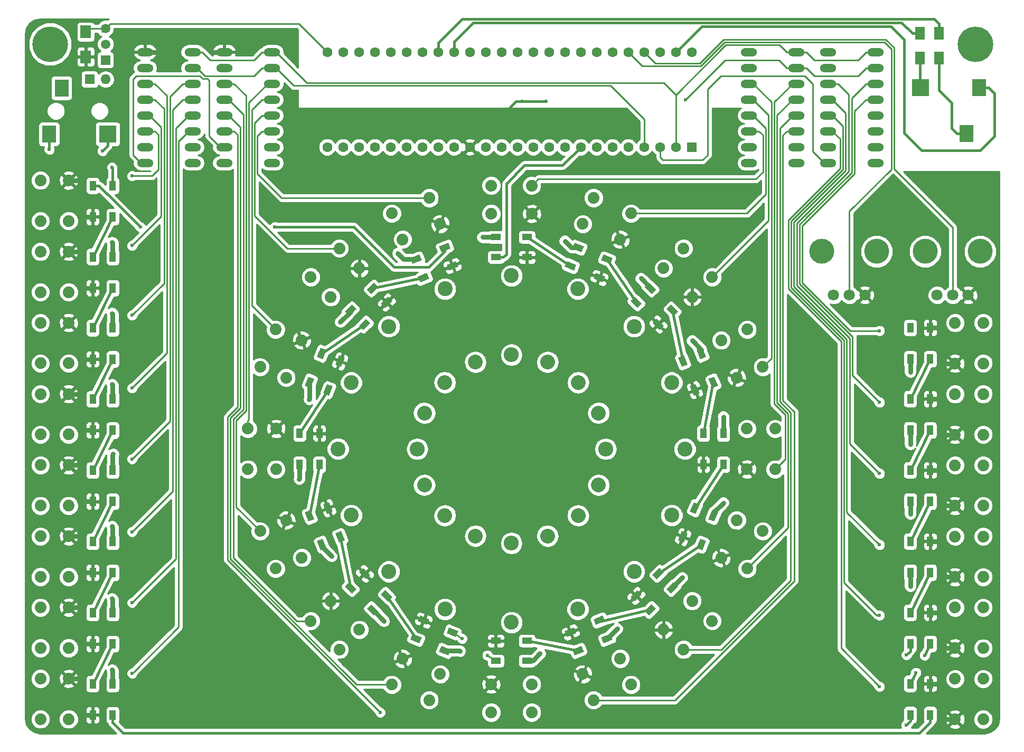
<source format=gtl>
G04 #@! TF.FileFunction,Copper,L1,Top,Signal*
%FSLAX46Y46*%
G04 Gerber Fmt 4.6, Leading zero omitted, Abs format (unit mm)*
G04 Created by KiCad (PCBNEW 4.0.6) date 2019 June 20, Thursday 16:13:16*
%MOMM*%
%LPD*%
G01*
G04 APERTURE LIST*
%ADD10C,0.100000*%
%ADD11R,1.600000X1.600000*%
%ADD12O,1.600000X1.600000*%
%ADD13C,1.800000*%
%ADD14C,4.000000*%
%ADD15C,5.700000*%
%ADD16O,2.641600X1.320800*%
%ADD17C,1.600000*%
%ADD18R,2.200000X2.800000*%
%ADD19R,2.800000X2.800000*%
%ADD20R,1.000000X1.600000*%
%ADD21R,1.600000X1.000000*%
%ADD22C,1.879600*%
%ADD23R,1.600000X2.000000*%
%ADD24C,2.400000*%
%ADD25O,2.400000X2.400000*%
%ADD26C,2.400000*%
%ADD27C,1.520000*%
%ADD28R,1.520000X1.520000*%
%ADD29R,1.700000X2.000000*%
%ADD30C,0.600000*%
%ADD31C,0.400000*%
%ADD32C,0.800000*%
%ADD33C,0.250000*%
%ADD34C,0.254000*%
G04 APERTURE END LIST*
D10*
D11*
X78181200Y-44564300D03*
D12*
X80721200Y-44564300D03*
D13*
X197450700Y-79171800D03*
X199950700Y-79171800D03*
X202450700Y-79171800D03*
D14*
X195550700Y-72171800D03*
X204350700Y-72171800D03*
D13*
X214024200Y-79171800D03*
X216524200Y-79171800D03*
X219024200Y-79171800D03*
D14*
X212124200Y-72171800D03*
X220924200Y-72171800D03*
D15*
X220167200Y-38912800D03*
D16*
X191511200Y-40182800D03*
X191511200Y-42722800D03*
X191511200Y-45262800D03*
X191511200Y-47802800D03*
X191511200Y-50342800D03*
X191511200Y-52882800D03*
X191511200Y-55422800D03*
X191511200Y-57962800D03*
X183891200Y-57962800D03*
X183891200Y-55422800D03*
X183891200Y-52882800D03*
X183891200Y-50342800D03*
X183891200Y-47802800D03*
X183891200Y-45262800D03*
X183891200Y-42722800D03*
X183891200Y-40182800D03*
D17*
X134061200Y-55422800D03*
X131521200Y-55422800D03*
X128981200Y-55422800D03*
X126441200Y-55422800D03*
X136601200Y-55422800D03*
X139141200Y-55422800D03*
X141681200Y-55422800D03*
X123901200Y-55422800D03*
X121361200Y-55422800D03*
X118821200Y-55422800D03*
X116281200Y-55422800D03*
X116281200Y-40182800D03*
X118821200Y-40182800D03*
X121361200Y-40182800D03*
X123901200Y-40182800D03*
X126441200Y-40182800D03*
X128981200Y-40182800D03*
X131521200Y-40182800D03*
X134061200Y-40182800D03*
X144221200Y-55422800D03*
X146761200Y-55422800D03*
X149301200Y-55422800D03*
X151841200Y-55422800D03*
X154381200Y-55422800D03*
X156921200Y-55422800D03*
X159461200Y-55422800D03*
X162001200Y-55422800D03*
X164541200Y-55422800D03*
X167081200Y-55422800D03*
X169621200Y-55422800D03*
X172161200Y-55422800D03*
D11*
X174701200Y-55422800D03*
D17*
X136601200Y-40182800D03*
X139141200Y-40182800D03*
X141681200Y-40182800D03*
X144221200Y-40182800D03*
X146761200Y-40182800D03*
X149301200Y-40182800D03*
X151841200Y-40182800D03*
X154381200Y-40182800D03*
X156921200Y-40182800D03*
X159461200Y-40182800D03*
X162001200Y-40182800D03*
X164541200Y-40182800D03*
X167081200Y-40182800D03*
X169621200Y-40182800D03*
X172161200Y-40182800D03*
X174701200Y-40182800D03*
D16*
X204211200Y-40182800D03*
X204211200Y-42722800D03*
X204211200Y-45262800D03*
X204211200Y-47802800D03*
X204211200Y-50342800D03*
X204211200Y-52882800D03*
X204211200Y-55422800D03*
X204211200Y-57962800D03*
X196591200Y-57962800D03*
X196591200Y-55422800D03*
X196591200Y-52882800D03*
X196591200Y-50342800D03*
X196591200Y-47802800D03*
X196591200Y-45262800D03*
X196591200Y-42722800D03*
X196591200Y-40182800D03*
X107391200Y-40182800D03*
X107391200Y-42722800D03*
X107391200Y-45262800D03*
X107391200Y-47802800D03*
X107391200Y-50342800D03*
X107391200Y-52882800D03*
X107391200Y-55422800D03*
X107391200Y-57962800D03*
X99771200Y-57962800D03*
X99771200Y-55422800D03*
X99771200Y-52882800D03*
X99771200Y-50342800D03*
X99771200Y-47802800D03*
X99771200Y-45262800D03*
X99771200Y-42722800D03*
X99771200Y-40182800D03*
D18*
X218759200Y-53280800D03*
X220759200Y-45880800D03*
D19*
X211359200Y-45880800D03*
D16*
X94691200Y-40182800D03*
X94691200Y-42722800D03*
X94691200Y-45262800D03*
X94691200Y-47802800D03*
X94691200Y-50342800D03*
X94691200Y-52882800D03*
X94691200Y-55422800D03*
X94691200Y-57962800D03*
X87071200Y-57962800D03*
X87071200Y-55422800D03*
X87071200Y-52882800D03*
X87071200Y-50342800D03*
X87071200Y-47802800D03*
X87071200Y-45262800D03*
X87071200Y-42722800D03*
X87071200Y-40182800D03*
D10*
G36*
X122617039Y-129448724D02*
X123324146Y-128741617D01*
X124455517Y-129872988D01*
X123748410Y-130580095D01*
X122617039Y-129448724D01*
X122617039Y-129448724D01*
G37*
G36*
X124879781Y-127185982D02*
X125586888Y-126478875D01*
X126718259Y-127610246D01*
X126011152Y-128317353D01*
X124879781Y-127185982D01*
X124879781Y-127185982D01*
G37*
G36*
X119081505Y-125913190D02*
X119788612Y-125206083D01*
X120919983Y-126337454D01*
X120212876Y-127044561D01*
X119081505Y-125913190D01*
X119081505Y-125913190D01*
G37*
G36*
X121344247Y-123650448D02*
X122051354Y-122943341D01*
X123182725Y-124074712D01*
X122475618Y-124781819D01*
X121344247Y-123650448D01*
X121344247Y-123650448D01*
G37*
D20*
X81864000Y-141549600D03*
X78664000Y-141549600D03*
X81864000Y-146549600D03*
X78664000Y-146549600D03*
X81864000Y-130129600D03*
X78664000Y-130129600D03*
X81864000Y-135129600D03*
X78664000Y-135129600D03*
X81864000Y-118709600D03*
X78664000Y-118709600D03*
X81864000Y-123709600D03*
X78664000Y-123709600D03*
X81864000Y-107289600D03*
X78664000Y-107289600D03*
X81864000Y-112289600D03*
X78664000Y-112289600D03*
X81864000Y-95869600D03*
X78664000Y-95869600D03*
X81864000Y-100869600D03*
X78664000Y-100869600D03*
X81864000Y-84449600D03*
X78664000Y-84449600D03*
X81864000Y-89449600D03*
X78664000Y-89449600D03*
X81864000Y-73029600D03*
X78664000Y-73029600D03*
X81864000Y-78029600D03*
X78664000Y-78029600D03*
X81864000Y-61609600D03*
X78664000Y-61609600D03*
X81864000Y-66609600D03*
X78664000Y-66609600D03*
X209728000Y-146518800D03*
X212928000Y-146518800D03*
X209728000Y-141518800D03*
X212928000Y-141518800D03*
X209728000Y-135098800D03*
X212928000Y-135098800D03*
X209728000Y-130098800D03*
X212928000Y-130098800D03*
X209728000Y-123678800D03*
X212928000Y-123678800D03*
X209728000Y-118678800D03*
X212928000Y-118678800D03*
X209728000Y-112258800D03*
X212928000Y-112258800D03*
X209728000Y-107258800D03*
X212928000Y-107258800D03*
X209728000Y-100838800D03*
X212928000Y-100838800D03*
X209728000Y-95838800D03*
X212928000Y-95838800D03*
X209728000Y-89418800D03*
X212928000Y-89418800D03*
X209728000Y-84418800D03*
X212928000Y-84418800D03*
D21*
X148296000Y-137845600D03*
X148296000Y-134645600D03*
X143296000Y-137845600D03*
X143296000Y-134645600D03*
D10*
G36*
X160561520Y-135070405D02*
X160178837Y-134146525D01*
X161657044Y-133534231D01*
X162039727Y-134458111D01*
X160561520Y-135070405D01*
X160561520Y-135070405D01*
G37*
G36*
X159336933Y-132113990D02*
X158954250Y-131190110D01*
X160432457Y-130577816D01*
X160815140Y-131501696D01*
X159336933Y-132113990D01*
X159336933Y-132113990D01*
G37*
G36*
X155942123Y-136983822D02*
X155559440Y-136059942D01*
X157037647Y-135447648D01*
X157420330Y-136371528D01*
X155942123Y-136983822D01*
X155942123Y-136983822D01*
G37*
G36*
X154717536Y-134027407D02*
X154334853Y-133103527D01*
X155813060Y-132491233D01*
X156195743Y-133415113D01*
X154717536Y-134027407D01*
X154717536Y-134027407D01*
G37*
G36*
X171379124Y-127044561D02*
X170672017Y-126337454D01*
X171803388Y-125206083D01*
X172510495Y-125913190D01*
X171379124Y-127044561D01*
X171379124Y-127044561D01*
G37*
G36*
X169116382Y-124781819D02*
X168409275Y-124074712D01*
X169540646Y-122943341D01*
X170247753Y-123650448D01*
X169116382Y-124781819D01*
X169116382Y-124781819D01*
G37*
G36*
X167843590Y-130580095D02*
X167136483Y-129872988D01*
X168267854Y-128741617D01*
X168974961Y-129448724D01*
X167843590Y-130580095D01*
X167843590Y-130580095D01*
G37*
G36*
X165580848Y-128317353D02*
X164873741Y-127610246D01*
X166005112Y-126478875D01*
X166712219Y-127185982D01*
X165580848Y-128317353D01*
X165580848Y-128317353D01*
G37*
G36*
X178301928Y-115489930D02*
X177378048Y-115107247D01*
X177990342Y-113629040D01*
X178914222Y-114011723D01*
X178301928Y-115489930D01*
X178301928Y-115489930D01*
G37*
G36*
X175345513Y-114265343D02*
X174421633Y-113882660D01*
X175033927Y-112404453D01*
X175957807Y-112787136D01*
X175345513Y-114265343D01*
X175345513Y-114265343D01*
G37*
G36*
X176388511Y-120109327D02*
X175464631Y-119726644D01*
X176076925Y-118248437D01*
X177000805Y-118631120D01*
X176388511Y-120109327D01*
X176388511Y-120109327D01*
G37*
G36*
X173432096Y-118884740D02*
X172508216Y-118502057D01*
X173120510Y-117023850D01*
X174044390Y-117406533D01*
X173432096Y-118884740D01*
X173432096Y-118884740D01*
G37*
D20*
X179776000Y-101365600D03*
X176576000Y-101365600D03*
X179776000Y-106365600D03*
X176576000Y-106365600D03*
D10*
G36*
X177000805Y-89100080D02*
X176076925Y-89482763D01*
X175464631Y-88004556D01*
X176388511Y-87621873D01*
X177000805Y-89100080D01*
X177000805Y-89100080D01*
G37*
G36*
X174044390Y-90324667D02*
X173120510Y-90707350D01*
X172508216Y-89229143D01*
X173432096Y-88846460D01*
X174044390Y-90324667D01*
X174044390Y-90324667D01*
G37*
G36*
X178914222Y-93719477D02*
X177990342Y-94102160D01*
X177378048Y-92623953D01*
X178301928Y-92241270D01*
X178914222Y-93719477D01*
X178914222Y-93719477D01*
G37*
G36*
X175957807Y-94944064D02*
X175033927Y-95326747D01*
X174421633Y-93848540D01*
X175345513Y-93465857D01*
X175957807Y-94944064D01*
X175957807Y-94944064D01*
G37*
G36*
X168974961Y-78282476D02*
X168267854Y-78989583D01*
X167136483Y-77858212D01*
X167843590Y-77151105D01*
X168974961Y-78282476D01*
X168974961Y-78282476D01*
G37*
G36*
X166712219Y-80545218D02*
X166005112Y-81252325D01*
X164873741Y-80120954D01*
X165580848Y-79413847D01*
X166712219Y-80545218D01*
X166712219Y-80545218D01*
G37*
G36*
X172510495Y-81818010D02*
X171803388Y-82525117D01*
X170672017Y-81393746D01*
X171379124Y-80686639D01*
X172510495Y-81818010D01*
X172510495Y-81818010D01*
G37*
G36*
X170247753Y-84080752D02*
X169540646Y-84787859D01*
X168409275Y-83656488D01*
X169116382Y-82949381D01*
X170247753Y-84080752D01*
X170247753Y-84080752D01*
G37*
G36*
X157420330Y-71359672D02*
X157037647Y-72283552D01*
X155559440Y-71671258D01*
X155942123Y-70747378D01*
X157420330Y-71359672D01*
X157420330Y-71359672D01*
G37*
G36*
X156195743Y-74316087D02*
X155813060Y-75239967D01*
X154334853Y-74627673D01*
X154717536Y-73703793D01*
X156195743Y-74316087D01*
X156195743Y-74316087D01*
G37*
G36*
X162039727Y-73273089D02*
X161657044Y-74196969D01*
X160178837Y-73584675D01*
X160561520Y-72660795D01*
X162039727Y-73273089D01*
X162039727Y-73273089D01*
G37*
G36*
X160815140Y-76229504D02*
X160432457Y-77153384D01*
X158954250Y-76541090D01*
X159336933Y-75617210D01*
X160815140Y-76229504D01*
X160815140Y-76229504D01*
G37*
D21*
X143296000Y-69885600D03*
X143296000Y-73085600D03*
X148296000Y-69885600D03*
X148296000Y-73085600D03*
D10*
G36*
X131030480Y-72660795D02*
X131413163Y-73584675D01*
X129934956Y-74196969D01*
X129552273Y-73273089D01*
X131030480Y-72660795D01*
X131030480Y-72660795D01*
G37*
G36*
X132255067Y-75617210D02*
X132637750Y-76541090D01*
X131159543Y-77153384D01*
X130776860Y-76229504D01*
X132255067Y-75617210D01*
X132255067Y-75617210D01*
G37*
G36*
X135649877Y-70747378D02*
X136032560Y-71671258D01*
X134554353Y-72283552D01*
X134171670Y-71359672D01*
X135649877Y-70747378D01*
X135649877Y-70747378D01*
G37*
G36*
X136874464Y-73703793D02*
X137257147Y-74627673D01*
X135778940Y-75239967D01*
X135396257Y-74316087D01*
X136874464Y-73703793D01*
X136874464Y-73703793D01*
G37*
G36*
X120212876Y-80686639D02*
X120919983Y-81393746D01*
X119788612Y-82525117D01*
X119081505Y-81818010D01*
X120212876Y-80686639D01*
X120212876Y-80686639D01*
G37*
G36*
X122475618Y-82949381D02*
X123182725Y-83656488D01*
X122051354Y-84787859D01*
X121344247Y-84080752D01*
X122475618Y-82949381D01*
X122475618Y-82949381D01*
G37*
G36*
X123748410Y-77151105D02*
X124455517Y-77858212D01*
X123324146Y-78989583D01*
X122617039Y-78282476D01*
X123748410Y-77151105D01*
X123748410Y-77151105D01*
G37*
G36*
X126011152Y-79413847D02*
X126718259Y-80120954D01*
X125586888Y-81252325D01*
X124879781Y-80545218D01*
X126011152Y-79413847D01*
X126011152Y-79413847D01*
G37*
G36*
X113290072Y-92241270D02*
X114213952Y-92623953D01*
X113601658Y-94102160D01*
X112677778Y-93719477D01*
X113290072Y-92241270D01*
X113290072Y-92241270D01*
G37*
G36*
X116246487Y-93465857D02*
X117170367Y-93848540D01*
X116558073Y-95326747D01*
X115634193Y-94944064D01*
X116246487Y-93465857D01*
X116246487Y-93465857D01*
G37*
G36*
X115203489Y-87621873D02*
X116127369Y-88004556D01*
X115515075Y-89482763D01*
X114591195Y-89100080D01*
X115203489Y-87621873D01*
X115203489Y-87621873D01*
G37*
G36*
X118159904Y-88846460D02*
X119083784Y-89229143D01*
X118471490Y-90707350D01*
X117547610Y-90324667D01*
X118159904Y-88846460D01*
X118159904Y-88846460D01*
G37*
D20*
X111816000Y-106365600D03*
X115016000Y-106365600D03*
X111816000Y-101365600D03*
X115016000Y-101365600D03*
D10*
G36*
X114591195Y-118631120D02*
X115515075Y-118248437D01*
X116127369Y-119726644D01*
X115203489Y-120109327D01*
X114591195Y-118631120D01*
X114591195Y-118631120D01*
G37*
G36*
X117547610Y-117406533D02*
X118471490Y-117023850D01*
X119083784Y-118502057D01*
X118159904Y-118884740D01*
X117547610Y-117406533D01*
X117547610Y-117406533D01*
G37*
G36*
X112677778Y-114011723D02*
X113601658Y-113629040D01*
X114213952Y-115107247D01*
X113290072Y-115489930D01*
X112677778Y-114011723D01*
X112677778Y-114011723D01*
G37*
G36*
X115634193Y-112787136D02*
X116558073Y-112404453D01*
X117170367Y-113882660D01*
X116246487Y-114265343D01*
X115634193Y-112787136D01*
X115634193Y-112787136D01*
G37*
G36*
X134171670Y-136371528D02*
X134554353Y-135447648D01*
X136032560Y-136059942D01*
X135649877Y-136983822D01*
X134171670Y-136371528D01*
X134171670Y-136371528D01*
G37*
G36*
X135396257Y-133415113D02*
X135778940Y-132491233D01*
X137257147Y-133103527D01*
X136874464Y-134027407D01*
X135396257Y-133415113D01*
X135396257Y-133415113D01*
G37*
G36*
X129552273Y-134458111D02*
X129934956Y-133534231D01*
X131413163Y-134146525D01*
X131030480Y-135070405D01*
X129552273Y-134458111D01*
X129552273Y-134458111D01*
G37*
G36*
X130776860Y-131501696D02*
X131159543Y-130577816D01*
X132637750Y-131190110D01*
X132255067Y-132113990D01*
X130776860Y-131501696D01*
X130776860Y-131501696D01*
G37*
D22*
X142544800Y-141605000D03*
X149047200Y-141605000D03*
X142544800Y-146126200D03*
X149047200Y-146126200D03*
X157234526Y-139976439D03*
X163241960Y-137488079D03*
X158964714Y-144153483D03*
X164972148Y-141665123D03*
X170182840Y-132850331D03*
X174780731Y-128252440D03*
X173379811Y-136047302D03*
X177977702Y-131449411D03*
X179418479Y-121311560D03*
X181906839Y-115304126D03*
X183595523Y-123041748D03*
X186083883Y-117034314D03*
X183535400Y-107116800D03*
X183535400Y-100614400D03*
X188056600Y-107116800D03*
X188056600Y-100614400D03*
X181906839Y-92427074D03*
X179418479Y-86419640D03*
X186083883Y-90696886D03*
X183595523Y-84689452D03*
X174780731Y-79478760D03*
X170182840Y-74880869D03*
X177977702Y-76281789D03*
X173379811Y-71683898D03*
X163241960Y-70243121D03*
X157234526Y-67754761D03*
X164972148Y-66066077D03*
X158964714Y-63577717D03*
X149047200Y-66126200D03*
X142544800Y-66126200D03*
X149047200Y-61605000D03*
X142544800Y-61605000D03*
X134357474Y-67754761D03*
X128350040Y-70243121D03*
X132627286Y-63577717D03*
X126619852Y-66066077D03*
X121409160Y-74880869D03*
X116811269Y-79478760D03*
X118212189Y-71683898D03*
X113614298Y-76281789D03*
X112173521Y-86419640D03*
X109685161Y-92427074D03*
X107996477Y-84689452D03*
X105508117Y-90696886D03*
X108056600Y-100614400D03*
X108056600Y-107116800D03*
X103535400Y-100614400D03*
X103535400Y-107116800D03*
X109685161Y-115304126D03*
X112173521Y-121311560D03*
X105508117Y-117034314D03*
X107996477Y-123041748D03*
X116811269Y-128252440D03*
X121409160Y-132850331D03*
X113614298Y-131449411D03*
X118212189Y-136047302D03*
X128350040Y-137488079D03*
X134357474Y-139976439D03*
X126619852Y-141665123D03*
X132627286Y-144153483D03*
X74808080Y-60777120D03*
X74808080Y-67279520D03*
X70286880Y-60777120D03*
X70286880Y-67279520D03*
X74808080Y-72197120D03*
X74808080Y-78699520D03*
X70286880Y-72197120D03*
X70286880Y-78699520D03*
X74808080Y-83617120D03*
X74808080Y-90119520D03*
X70286880Y-83617120D03*
X70286880Y-90119520D03*
X74808080Y-95037120D03*
X74808080Y-101539520D03*
X70286880Y-95037120D03*
X70286880Y-101539520D03*
X74808080Y-106457120D03*
X74808080Y-112959520D03*
X70286880Y-106457120D03*
X70286880Y-112959520D03*
X74808080Y-117877120D03*
X74808080Y-124379520D03*
X70286880Y-117877120D03*
X70286880Y-124379520D03*
X74808080Y-129297120D03*
X74808080Y-135799520D03*
X70286880Y-129297120D03*
X70286880Y-135799520D03*
X74808080Y-140717120D03*
X74808080Y-147219520D03*
X70286880Y-140717120D03*
X70286880Y-147219520D03*
X216910920Y-90139520D03*
X216910920Y-83637120D03*
X221432120Y-90139520D03*
X221432120Y-83637120D03*
X216910920Y-101559520D03*
X216910920Y-95057120D03*
X221432120Y-101559520D03*
X221432120Y-95057120D03*
X216910920Y-112979520D03*
X216910920Y-106477120D03*
X221432120Y-112979520D03*
X221432120Y-106477120D03*
X216910920Y-124399520D03*
X216910920Y-117897120D03*
X221432120Y-124399520D03*
X221432120Y-117897120D03*
X216910920Y-135819520D03*
X216910920Y-129317120D03*
X221432120Y-135819520D03*
X221432120Y-129317120D03*
X216910920Y-147239520D03*
X216910920Y-140737120D03*
X221432120Y-147239520D03*
X221432120Y-140737120D03*
D23*
X214325200Y-37166800D03*
X214325200Y-41166800D03*
X211277200Y-37166800D03*
X211277200Y-41166800D03*
D24*
X145796000Y-76057600D03*
D25*
X145796000Y-88757600D03*
D24*
X156437661Y-78174358D03*
D26*
X151577581Y-89907628D02*
X151577581Y-89907628D01*
D24*
X165459225Y-84202375D03*
D26*
X156478969Y-93182631D02*
X156478969Y-93182631D01*
D24*
X171487242Y-93223939D03*
D26*
X159753972Y-98084019D02*
X159753972Y-98084019D01*
D24*
X173604000Y-103865600D03*
D25*
X160904000Y-103865600D03*
D24*
X171487242Y-114507261D03*
D26*
X159753972Y-109647181D02*
X159753972Y-109647181D01*
D24*
X165459225Y-123528825D03*
D26*
X156478969Y-114548569D02*
X156478969Y-114548569D01*
D24*
X156437661Y-129556842D03*
D26*
X151577581Y-117823572D02*
X151577581Y-117823572D01*
D24*
X145796000Y-131673600D03*
D25*
X145796000Y-118973600D03*
D24*
X135154339Y-129556842D03*
D26*
X140014419Y-117823572D02*
X140014419Y-117823572D01*
D24*
X126132775Y-123528825D03*
D26*
X135113031Y-114548569D02*
X135113031Y-114548569D01*
D24*
X120104758Y-114507261D03*
D26*
X131838028Y-109647181D02*
X131838028Y-109647181D01*
D24*
X117988000Y-103865600D03*
D25*
X130688000Y-103865600D03*
D24*
X120104758Y-93223939D03*
D26*
X131838028Y-98084019D02*
X131838028Y-98084019D01*
D24*
X126132775Y-84202375D03*
D26*
X135113031Y-93182631D02*
X135113031Y-93182631D01*
D24*
X135154339Y-78174358D03*
D26*
X140014419Y-89907628D02*
X140014419Y-89907628D01*
D15*
X71831200Y-38912800D03*
D18*
X73668700Y-45944300D03*
X71668700Y-53344300D03*
D19*
X81068700Y-53344300D03*
D27*
X80721200Y-38912800D03*
X80721200Y-36372800D03*
D28*
X80721200Y-41452800D03*
D29*
X77546200Y-36944800D03*
X77546200Y-40944800D03*
D30*
X71704200Y-55803800D03*
X209118200Y-148132800D03*
X209118200Y-136893300D03*
X127561200Y-72482800D03*
X118361200Y-83482800D03*
X113361200Y-95882800D03*
X111761200Y-108682800D03*
X116961200Y-121082800D03*
X125361200Y-131482800D03*
X137561200Y-136282800D03*
X150361200Y-136682800D03*
X162761200Y-132682800D03*
X173161200Y-124482800D03*
X179761200Y-112482800D03*
X179761200Y-98682800D03*
X174761200Y-86482800D03*
X166561200Y-76482800D03*
X154361200Y-70482800D03*
X141161200Y-69882800D03*
X81761200Y-139282800D03*
X81761200Y-127882800D03*
X81761200Y-116282800D03*
X81961200Y-104682800D03*
X81761200Y-93482800D03*
X81761200Y-82082800D03*
X81761200Y-70682800D03*
X209761200Y-91482800D03*
X209761200Y-103082800D03*
X209761200Y-114282800D03*
X209761200Y-125882800D03*
X81761200Y-58682800D03*
X151333200Y-48056800D03*
X147523200Y-48056800D03*
X107835700Y-68249800D03*
X86309200Y-68249800D03*
X141935200Y-136956800D03*
X137871200Y-134289800D03*
X212039200Y-136956800D03*
X210642200Y-139750800D03*
X84975700Y-105460800D03*
X84975700Y-117144800D03*
X84975700Y-128511300D03*
X84975700Y-139877800D03*
X84975700Y-60058300D03*
X84975700Y-71234300D03*
X84975700Y-82410300D03*
X84975700Y-94094300D03*
X124768190Y-146126200D03*
X204800200Y-96380300D03*
X204800200Y-84886800D03*
X204800200Y-141973300D03*
X204800200Y-130543300D03*
X204800200Y-119240300D03*
X204800200Y-107810300D03*
X173685200Y-47802800D03*
X80213200Y-56057800D03*
D31*
X71668700Y-53344300D02*
X71668700Y-55768300D01*
X71668700Y-55768300D02*
X71704200Y-55803800D01*
X209728000Y-146518800D02*
X209728000Y-147523000D01*
X209728000Y-147523000D02*
X209118200Y-148132800D01*
X209728000Y-135098800D02*
X209728000Y-136283500D01*
X209728000Y-136283500D02*
X209118200Y-136893300D01*
D32*
X130482718Y-73428882D02*
X128507282Y-73428882D01*
X128507282Y-73428882D02*
X127561200Y-72482800D01*
X120000744Y-81605878D02*
X120000744Y-81843256D01*
X120000744Y-81843256D02*
X118361200Y-83482800D01*
X113445865Y-93171715D02*
X113445865Y-95798135D01*
X113445865Y-95798135D02*
X113361200Y-95882800D01*
X111816000Y-106365600D02*
X111816000Y-108628000D01*
X111816000Y-108628000D02*
X111761200Y-108682800D01*
X115359282Y-119178882D02*
X115359282Y-119480882D01*
X115359282Y-119480882D02*
X116961200Y-121082800D01*
X123536278Y-129660856D02*
X123539256Y-129660856D01*
X123539256Y-129660856D02*
X125361200Y-131482800D01*
X135102115Y-136215735D02*
X137494135Y-136215735D01*
X137494135Y-136215735D02*
X137561200Y-136282800D01*
X148296000Y-137845600D02*
X149198400Y-137845600D01*
X149198400Y-137845600D02*
X150361200Y-136682800D01*
X161109282Y-134302318D02*
X161141682Y-134302318D01*
X161141682Y-134302318D02*
X162761200Y-132682800D01*
X171591256Y-126125322D02*
X171591256Y-126052744D01*
X171591256Y-126052744D02*
X173161200Y-124482800D01*
X178146135Y-114559485D02*
X178146135Y-114097865D01*
X178146135Y-114097865D02*
X179761200Y-112482800D01*
X179776000Y-101365600D02*
X179776000Y-98697600D01*
X179776000Y-98697600D02*
X179761200Y-98682800D01*
X176232718Y-88552318D02*
X176232718Y-87954318D01*
X176232718Y-87954318D02*
X174761200Y-86482800D01*
X168055722Y-78070344D02*
X168055722Y-77977322D01*
X168055722Y-77977322D02*
X166561200Y-76482800D01*
X156489885Y-71515465D02*
X155393865Y-71515465D01*
X155393865Y-71515465D02*
X154361200Y-70482800D01*
X143296000Y-69885600D02*
X141164000Y-69885600D01*
X141164000Y-69885600D02*
X141161200Y-69882800D01*
X81864000Y-141549600D02*
X81864000Y-139385600D01*
X81864000Y-139385600D02*
X81761200Y-139282800D01*
X81864000Y-130129600D02*
X81864000Y-127985600D01*
X81864000Y-127985600D02*
X81761200Y-127882800D01*
X81864000Y-118709600D02*
X81864000Y-116385600D01*
X81864000Y-116385600D02*
X81761200Y-116282800D01*
X81864000Y-107289600D02*
X81864000Y-104780000D01*
X81864000Y-104780000D02*
X81961200Y-104682800D01*
X81864000Y-95869600D02*
X81864000Y-93585600D01*
X81864000Y-93585600D02*
X81761200Y-93482800D01*
X81864000Y-84449600D02*
X81864000Y-82185600D01*
X81864000Y-82185600D02*
X81761200Y-82082800D01*
X81864000Y-73029600D02*
X81864000Y-70785600D01*
X81864000Y-70785600D02*
X81761200Y-70682800D01*
X209728000Y-89418800D02*
X209728000Y-91449600D01*
X209728000Y-91449600D02*
X209761200Y-91482800D01*
X209728000Y-100838800D02*
X209728000Y-103049600D01*
X209728000Y-103049600D02*
X209761200Y-103082800D01*
X209728000Y-112258800D02*
X209728000Y-114249600D01*
X209728000Y-114249600D02*
X209761200Y-114282800D01*
X209728000Y-123678800D02*
X209728000Y-125849600D01*
X209728000Y-125849600D02*
X209761200Y-125882800D01*
D31*
X81864000Y-61609600D02*
X81864000Y-58785600D01*
X81864000Y-58785600D02*
X81761200Y-58682800D01*
X147904200Y-58343800D02*
X154000200Y-58343800D01*
X154000200Y-58343800D02*
X156921200Y-55422800D01*
X144983200Y-61264800D02*
X147904200Y-58343800D01*
X144983200Y-72598400D02*
X144983200Y-61264800D01*
X143296000Y-73085600D02*
X144496000Y-73085600D01*
X144496000Y-73085600D02*
X144983200Y-72598400D01*
D33*
X99110800Y-55422800D02*
X97358200Y-53670200D01*
X97358200Y-53670200D02*
X97358200Y-44754800D01*
X97358200Y-44754800D02*
X97046210Y-44442810D01*
X97046210Y-44442810D02*
X96284210Y-44442810D01*
X96284210Y-44442810D02*
X95834200Y-43992800D01*
X95834200Y-43992800D02*
X85674200Y-43992800D01*
X85674200Y-43992800D02*
X85166200Y-44500800D01*
X85166200Y-44500800D02*
X85166200Y-56718200D01*
X85166200Y-56718200D02*
X86410800Y-57962800D01*
X86410800Y-57962800D02*
X87071200Y-57962800D01*
D31*
X99771200Y-55422800D02*
X99110800Y-55422800D01*
X147523200Y-48056800D02*
X151333200Y-48056800D01*
X147523200Y-48056800D02*
X146507200Y-48056800D01*
X146507200Y-48056800D02*
X139141200Y-55422800D01*
D32*
X183230800Y-40182800D02*
X183891200Y-40182800D01*
X78664000Y-146549600D02*
X77364000Y-146549600D01*
X77364000Y-146549600D02*
X76635760Y-145821360D01*
X76635760Y-145821360D02*
X76635760Y-140717120D01*
X90992000Y-38382800D02*
X95850400Y-38382800D01*
X95850400Y-38382800D02*
X97650400Y-40182800D01*
X97650400Y-40182800D02*
X99771200Y-40182800D01*
X87071200Y-40182800D02*
X89192000Y-40182800D01*
X89192000Y-40182800D02*
X90992000Y-38382800D01*
X76661200Y-62622240D02*
X76661200Y-60732800D01*
X74808080Y-60777120D02*
X76616880Y-60777120D01*
X76616880Y-60777120D02*
X76661200Y-60732800D01*
X76657200Y-66629280D02*
X76657200Y-62626240D01*
X76657200Y-62626240D02*
X76661200Y-62622240D01*
X86410800Y-40182800D02*
X87071200Y-40182800D01*
X214993220Y-135826500D02*
X214993220Y-141528800D01*
X214993220Y-141528800D02*
X214993220Y-147159980D01*
X214228000Y-141518800D02*
X214238000Y-141528800D01*
X212928000Y-141518800D02*
X214228000Y-141518800D01*
X214238000Y-141528800D02*
X214993220Y-141528800D01*
X214993220Y-130040380D02*
X214993220Y-135826500D01*
X216910920Y-135819520D02*
X215581843Y-135819520D01*
X215581843Y-135819520D02*
X215574863Y-135826500D01*
X215574863Y-135826500D02*
X214993220Y-135826500D01*
X214993220Y-124391420D02*
X214993220Y-130040380D01*
X214934800Y-130098800D02*
X214993220Y-130040380D01*
X212928000Y-130098800D02*
X214934800Y-130098800D01*
X214993220Y-118681500D02*
X214993220Y-124391420D01*
X216910920Y-124399520D02*
X215581843Y-124399520D01*
X215581843Y-124399520D02*
X215573743Y-124391420D01*
X215573743Y-124391420D02*
X214993220Y-124391420D01*
X214993220Y-112979200D02*
X214993220Y-118681500D01*
X212928000Y-118678800D02*
X214228000Y-118678800D01*
X214228000Y-118678800D02*
X214230700Y-118681500D01*
X214230700Y-118681500D02*
X214993220Y-118681500D01*
X214993220Y-107258800D02*
X214993220Y-112979200D01*
X215581523Y-112979200D02*
X214993220Y-112979200D01*
X216910920Y-112979520D02*
X215581843Y-112979520D01*
X215581843Y-112979520D02*
X215581523Y-112979200D01*
X214993220Y-101559520D02*
X214993220Y-107258800D01*
X212928000Y-107258800D02*
X214993220Y-107258800D01*
X214993220Y-95838800D02*
X214993220Y-101559520D01*
X216910920Y-101559520D02*
X214993220Y-101559520D01*
X214993220Y-90129360D02*
X214993220Y-95838800D01*
X212928000Y-95838800D02*
X214993220Y-95838800D01*
X214993220Y-84420700D02*
X214993220Y-90129360D01*
X216910920Y-90139520D02*
X215581843Y-90139520D01*
X215581843Y-90139520D02*
X215571683Y-90129360D01*
X215571683Y-90129360D02*
X214993220Y-90129360D01*
X214993220Y-147159980D02*
X215072760Y-147239520D01*
X215072760Y-147239520D02*
X216910920Y-147239520D01*
X214995120Y-84418800D02*
X214993220Y-84420700D01*
X212928000Y-84418800D02*
X214995120Y-84418800D01*
X76657200Y-66629280D02*
X76657200Y-72179180D01*
X78664000Y-66609600D02*
X77364000Y-66609600D01*
X77364000Y-66609600D02*
X77344320Y-66629280D01*
X77344320Y-66629280D02*
X76657200Y-66629280D01*
X76657200Y-72179180D02*
X76657200Y-78026260D01*
X74808080Y-72197120D02*
X76639260Y-72197120D01*
X76639260Y-72197120D02*
X76657200Y-72179180D01*
X76657200Y-78026260D02*
X76657200Y-89451180D01*
X78664000Y-78029600D02*
X77364000Y-78029600D01*
X77364000Y-78029600D02*
X77360660Y-78026260D01*
X77360660Y-78026260D02*
X76657200Y-78026260D01*
X76657200Y-89451180D02*
X76657200Y-95041720D01*
X78664000Y-89449600D02*
X77364000Y-89449600D01*
X77364000Y-89449600D02*
X77362420Y-89451180D01*
X77362420Y-89451180D02*
X76657200Y-89451180D01*
X76657200Y-95041720D02*
X76657200Y-100832920D01*
X74808080Y-95037120D02*
X76137157Y-95037120D01*
X76137157Y-95037120D02*
X76141757Y-95041720D01*
X76141757Y-95041720D02*
X76657200Y-95041720D01*
X76657200Y-100832920D02*
X76657200Y-106408220D01*
X78664000Y-100869600D02*
X76693880Y-100869600D01*
X76693880Y-100869600D02*
X76657200Y-100832920D01*
X76657200Y-106408220D02*
X76657200Y-112288320D01*
X74808080Y-106457120D02*
X76608300Y-106457120D01*
X76608300Y-106457120D02*
X76657200Y-106408220D01*
X76657200Y-112288320D02*
X76657200Y-118000780D01*
X78664000Y-112289600D02*
X77364000Y-112289600D01*
X77364000Y-112289600D02*
X77362720Y-112288320D01*
X77362720Y-112288320D02*
X76657200Y-112288320D01*
X76657200Y-118000780D02*
X76657200Y-123708160D01*
X74808080Y-117877120D02*
X76533540Y-117877120D01*
X76533540Y-117877120D02*
X76657200Y-118000780D01*
X76657200Y-123708160D02*
X76657200Y-129334260D01*
X78664000Y-123709600D02*
X77364000Y-123709600D01*
X77362560Y-123708160D02*
X76657200Y-123708160D01*
X77364000Y-123709600D02*
X77362560Y-123708160D01*
X76620060Y-129297120D02*
X76657200Y-129334260D01*
X76657200Y-129334260D02*
X76657200Y-135117840D01*
X74808080Y-129297120D02*
X76620060Y-129297120D01*
X76657200Y-135117840D02*
X76657200Y-140695680D01*
X78664000Y-135129600D02*
X77364000Y-135129600D01*
X77364000Y-135129600D02*
X77352240Y-135117840D01*
X77352240Y-135117840D02*
X76657200Y-135117840D01*
X74808080Y-140717120D02*
X76635760Y-140717120D01*
X76635760Y-140717120D02*
X76657200Y-140695680D01*
D33*
X169621200Y-55422800D02*
X169621200Y-57073800D01*
X169621200Y-57073800D02*
X170060190Y-57512790D01*
X179400200Y-43992800D02*
X192862200Y-43992800D01*
X170060190Y-57512790D02*
X176421210Y-57512790D01*
X194132200Y-45262800D02*
X194132200Y-56164200D01*
X195930800Y-57962800D02*
X196591200Y-57962800D01*
X176421210Y-57512790D02*
X177241200Y-56692800D01*
X177241200Y-56692800D02*
X177241200Y-46151800D01*
X177241200Y-46151800D02*
X179400200Y-43992800D01*
X194132200Y-56164200D02*
X195930800Y-57962800D01*
X192862200Y-43992800D02*
X194132200Y-45262800D01*
X183230800Y-55422800D02*
X183891200Y-55422800D01*
D31*
X99110800Y-57962800D02*
X99771200Y-57962800D01*
X156489885Y-136215735D02*
X148296000Y-134645600D01*
X135102115Y-71515465D02*
X135102115Y-72156661D01*
X135102115Y-72156661D02*
X132575976Y-74682800D01*
X132575976Y-74682800D02*
X126961200Y-74682800D01*
X126961200Y-74682800D02*
X120528200Y-68249800D01*
X120528200Y-68249800D02*
X107835700Y-68249800D01*
X82245200Y-64185800D02*
X86309200Y-68249800D01*
X79669000Y-61609600D02*
X82245200Y-64185800D01*
X79564000Y-61609600D02*
X79669000Y-61609600D01*
X79564000Y-61609600D02*
X78664000Y-61609600D01*
X212928000Y-146518800D02*
X212928000Y-147718800D01*
X212928000Y-147718800D02*
X211244000Y-149402800D01*
X211244000Y-149402800D02*
X83515200Y-149402800D01*
X83515200Y-149402800D02*
X81864000Y-147751600D01*
X81864000Y-147751600D02*
X81864000Y-146549600D01*
X81864000Y-146549600D02*
X81932000Y-146549600D01*
X148296000Y-69885600D02*
X155265298Y-74471880D01*
X161109282Y-73428882D02*
X165792980Y-80333086D01*
X171591256Y-81605878D02*
X173276303Y-89776905D01*
X178146135Y-93171715D02*
X176576000Y-101365600D01*
X179776000Y-106365600D02*
X175189720Y-113334898D01*
X176232718Y-119178882D02*
X169328514Y-123862580D01*
X168055722Y-129660856D02*
X159461200Y-131622800D01*
X159461200Y-131622800D02*
X159884695Y-131345903D01*
D33*
X136326702Y-133259320D02*
X137871200Y-134289800D01*
X141935200Y-136956800D02*
X143296000Y-137845600D01*
D31*
X130482718Y-134302318D02*
X125799020Y-127398114D01*
X120000744Y-126125322D02*
X118315697Y-117954295D01*
X113445865Y-114559485D02*
X115016000Y-106365600D01*
X111816000Y-101365600D02*
X116402280Y-94396302D01*
X115359282Y-88552318D02*
X122263486Y-83868620D01*
X123536278Y-78070344D02*
X131707305Y-76385297D01*
X81864000Y-66609600D02*
X78664000Y-73029600D01*
X81864000Y-78029600D02*
X78664000Y-84449600D01*
X81864000Y-89449600D02*
X78664000Y-95869600D01*
X81864000Y-100869600D02*
X78664000Y-107289600D01*
X81864000Y-112289600D02*
X78664000Y-118709600D01*
X81864000Y-123709600D02*
X78664000Y-130129600D01*
X81864000Y-135129600D02*
X78664000Y-141549600D01*
X209728000Y-141518800D02*
X210642200Y-139750800D01*
X212039200Y-136956800D02*
X212928000Y-135098800D01*
X209728000Y-130098800D02*
X212928000Y-123678800D01*
X209728000Y-118678800D02*
X212928000Y-112258800D01*
X209728000Y-107258800D02*
X212928000Y-100838800D01*
X209728000Y-95838800D02*
X212928000Y-89418800D01*
D33*
X91061200Y-99301300D02*
X91061200Y-47322000D01*
X84975700Y-105460800D02*
X91061200Y-99375300D01*
X91061200Y-99375300D02*
X91061200Y-99301300D01*
X91061200Y-47322000D02*
X93120400Y-45262800D01*
X93120400Y-45262800D02*
X94691200Y-45262800D01*
X91511210Y-110667800D02*
X91511210Y-49411990D01*
X84975700Y-117144800D02*
X91452700Y-110667800D01*
X91452700Y-110667800D02*
X91511210Y-110667800D01*
X91511210Y-49411990D02*
X93120400Y-47802800D01*
X93120400Y-47802800D02*
X94691200Y-47802800D01*
X84975700Y-128511300D02*
X91961220Y-121525780D01*
X91961220Y-121399300D02*
X91961220Y-52412380D01*
X91961220Y-121525780D02*
X91961220Y-121399300D01*
X91961220Y-52412380D02*
X94030800Y-50342800D01*
X94030800Y-50342800D02*
X94691200Y-50342800D01*
X92411230Y-132448300D02*
X92411230Y-54502370D01*
X84975700Y-139877800D02*
X85275699Y-139577801D01*
X85275699Y-139577801D02*
X85281729Y-139577801D01*
X85281729Y-139577801D02*
X92411230Y-132448300D01*
X92411230Y-54502370D02*
X94030800Y-52882800D01*
X94030800Y-52882800D02*
X94691200Y-52882800D01*
X88150700Y-60058300D02*
X89211170Y-58997830D01*
X89211170Y-58997830D02*
X89211170Y-53451970D01*
X84975700Y-60058300D02*
X88150700Y-60058300D01*
X89211170Y-53451970D02*
X88642000Y-52882800D01*
X88642000Y-52882800D02*
X87071200Y-52882800D01*
X89661180Y-66535300D02*
X89661180Y-52272380D01*
X84975700Y-71234300D02*
X89661180Y-66548820D01*
X89661180Y-66548820D02*
X89661180Y-66535300D01*
X89661180Y-52272380D02*
X87731600Y-50342800D01*
X87731600Y-50342800D02*
X87071200Y-50342800D01*
X84975700Y-82410300D02*
X90111190Y-77274810D01*
X90111190Y-77203300D02*
X90111190Y-49271990D01*
X90111190Y-77274810D02*
X90111190Y-77203300D01*
X90111190Y-49271990D02*
X88642000Y-47802800D01*
X88642000Y-47802800D02*
X87071200Y-47802800D01*
X90561200Y-47182000D02*
X90561200Y-88379300D01*
X84975700Y-94094300D02*
X90561200Y-88508800D01*
X90561200Y-88508800D02*
X90561200Y-88379300D01*
X87071200Y-45262800D02*
X88642000Y-45262800D01*
X88642000Y-45262800D02*
X90561200Y-47182000D01*
X103711210Y-48282390D02*
X103711210Y-99109513D01*
X103711210Y-99109513D02*
X103535400Y-99285323D01*
X103535400Y-99285323D02*
X103535400Y-100614400D01*
X107391200Y-45262800D02*
X106730800Y-45262800D01*
X106730800Y-45262800D02*
X103711210Y-48282390D01*
X104161220Y-49461980D02*
X104161220Y-80854195D01*
X104161220Y-80854195D02*
X107996477Y-84689452D01*
X107391200Y-47802800D02*
X105820400Y-47802800D01*
X105820400Y-47802800D02*
X104161220Y-49461980D01*
X107391200Y-50342800D02*
X105820400Y-50342800D01*
X105820400Y-50342800D02*
X104611230Y-51551970D01*
X104611230Y-51551970D02*
X104611230Y-66432830D01*
X104611230Y-66432830D02*
X109862298Y-71683898D01*
X109862298Y-71683898D02*
X118212189Y-71683898D01*
X105061240Y-59682840D02*
X108956117Y-63577717D01*
X108956117Y-63577717D02*
X132627286Y-63577717D01*
X105061240Y-53641960D02*
X105061240Y-59682840D01*
X107391200Y-52882800D02*
X105820400Y-52882800D01*
X105820400Y-52882800D02*
X105061240Y-53641960D01*
X107391200Y-52882800D02*
X106730800Y-52882800D01*
X100311170Y-98723600D02*
X100311171Y-121669181D01*
X100311171Y-121669181D02*
X124768190Y-146126200D01*
X101911170Y-53451970D02*
X101911170Y-97123600D01*
X101911170Y-97123600D02*
X100311170Y-98723600D01*
X101342000Y-52882800D02*
X101911170Y-53451970D01*
X99771200Y-52882800D02*
X101342000Y-52882800D01*
X100761180Y-121482780D02*
X120943523Y-141665123D01*
X102361180Y-97310000D02*
X100761180Y-98910000D01*
X100761180Y-98910000D02*
X100761180Y-121482780D01*
X102361180Y-52272380D02*
X102361180Y-97310000D01*
X120943523Y-141665123D02*
X126619852Y-141665123D01*
X99771200Y-50342800D02*
X100431600Y-50342800D01*
X100431600Y-50342800D02*
X102361180Y-52272380D01*
X99771200Y-47802800D02*
X100431600Y-47802800D01*
X100431600Y-47802800D02*
X102811190Y-50182390D01*
X102811190Y-50182390D02*
X102811190Y-97496400D01*
X101211190Y-121296380D02*
X111364221Y-131449411D01*
X102811190Y-97496400D02*
X101211190Y-99096400D01*
X101211190Y-99096400D02*
X101211190Y-121296380D01*
X111364221Y-131449411D02*
X113614298Y-131449411D01*
X101661200Y-99282800D02*
X101661200Y-113187397D01*
X101661200Y-113187397D02*
X105508117Y-117034314D01*
X103261200Y-97682800D02*
X101661200Y-99282800D01*
X103261200Y-47182000D02*
X103261200Y-97682800D01*
X99771200Y-45262800D02*
X101342000Y-45262800D01*
X101342000Y-45262800D02*
X103261200Y-47182000D01*
X191511200Y-45262800D02*
X190850800Y-45262800D01*
X190850800Y-45262800D02*
X187927410Y-48186190D01*
X187927410Y-48186190D02*
X187927410Y-96614410D01*
X187927410Y-96614410D02*
X189687200Y-98374200D01*
X189687200Y-98374200D02*
X189687200Y-105486200D01*
X189687200Y-105486200D02*
X188056600Y-107116800D01*
X188377420Y-50276180D02*
X188377420Y-96428010D01*
X188377420Y-96428010D02*
X190137210Y-98187800D01*
X190137210Y-98187800D02*
X190137210Y-116500061D01*
X190137210Y-116500061D02*
X184535322Y-122101949D01*
X184535322Y-122101949D02*
X183595523Y-123041748D01*
X190850800Y-47802800D02*
X188377420Y-50276180D01*
X191511200Y-47802800D02*
X190850800Y-47802800D01*
X190587220Y-124931580D02*
X179471498Y-136047302D01*
X188827430Y-96241610D02*
X190587220Y-98001400D01*
X190587220Y-98001400D02*
X190587220Y-124931580D01*
X179471498Y-136047302D02*
X173379811Y-136047302D01*
X188827430Y-52366170D02*
X188827430Y-96241610D01*
X191511200Y-50342800D02*
X190850800Y-50342800D01*
X190850800Y-50342800D02*
X188827430Y-52366170D01*
X191109600Y-97887370D02*
X191109600Y-125045610D01*
X191109600Y-125045610D02*
X172001727Y-144153483D01*
X172001727Y-144153483D02*
X160293791Y-144153483D01*
X189277440Y-53545760D02*
X189277440Y-96055210D01*
X189277440Y-96055210D02*
X191109600Y-97887370D01*
X189940400Y-52882800D02*
X189277440Y-53545760D01*
X160293791Y-144153483D02*
X158964714Y-144153483D01*
X191511200Y-52882800D02*
X189940400Y-52882800D01*
X191511200Y-52882800D02*
X190850800Y-52882800D01*
X184962800Y-60566300D02*
X150085900Y-60566300D01*
X150085900Y-60566300D02*
X149047200Y-61605000D01*
X186127370Y-59401730D02*
X184962800Y-60566300D01*
X186127370Y-53548170D02*
X186127370Y-59401730D01*
X183891200Y-52882800D02*
X185462000Y-52882800D01*
X185462000Y-52882800D02*
X186127370Y-53548170D01*
X186577380Y-63028420D02*
X183539723Y-66066077D01*
X183539723Y-66066077D02*
X164972148Y-66066077D01*
X186577380Y-52368580D02*
X186577380Y-63028420D01*
X183891200Y-50342800D02*
X184551600Y-50342800D01*
X184551600Y-50342800D02*
X186577380Y-52368580D01*
X187027390Y-50278590D02*
X187027390Y-67232101D01*
X187027390Y-67232101D02*
X177977702Y-76281789D01*
X183891200Y-47802800D02*
X184551600Y-47802800D01*
X184551600Y-47802800D02*
X187027390Y-50278590D01*
X187477400Y-48188600D02*
X187477400Y-89303369D01*
X187477400Y-89303369D02*
X186083883Y-90696886D01*
X183891200Y-45262800D02*
X184551600Y-45262800D01*
X184551600Y-45262800D02*
X187477400Y-48188600D01*
X204211200Y-45262800D02*
X202640400Y-45262800D01*
X202640400Y-45262800D02*
X200355200Y-47548000D01*
X200355200Y-47548000D02*
X200355200Y-59486800D01*
X200355200Y-59486800D02*
X192921596Y-66920404D01*
X192921596Y-66920404D02*
X192921596Y-66926044D01*
X192921596Y-66926044D02*
X191995240Y-67852400D01*
X200463991Y-85880361D02*
X200463991Y-92044091D01*
X191995240Y-67852400D02*
X191995241Y-77411611D01*
X191995241Y-77411611D02*
X200463991Y-85880361D01*
X200463991Y-92044091D02*
X204800200Y-96380300D01*
X204211200Y-45262800D02*
X203550800Y-45262800D01*
X204800200Y-84886800D02*
X200106840Y-84886800D01*
X200106840Y-84886800D02*
X192445250Y-77225210D01*
X204211200Y-47802800D02*
X202640400Y-47802800D01*
X202640400Y-47802800D02*
X200805210Y-49637990D01*
X200805210Y-49637990D02*
X200805210Y-59673200D01*
X200805210Y-59673200D02*
X193371606Y-67106804D01*
X193371606Y-67106804D02*
X193371606Y-67112444D01*
X193371606Y-67112444D02*
X192445250Y-68038800D01*
X192445250Y-68038800D02*
X192445250Y-77225210D01*
X204211200Y-47802800D02*
X203550800Y-47802800D01*
X198663948Y-86625958D02*
X198663948Y-135686800D01*
X204800200Y-141973300D02*
X198663948Y-135837048D01*
X198663948Y-135837048D02*
X198663948Y-135686800D01*
X190195201Y-78157211D02*
X198663948Y-86625958D01*
X190195200Y-67106800D02*
X190195201Y-78157211D01*
X191121560Y-66174800D02*
X198497170Y-58799190D01*
X190195200Y-67106800D02*
X191121560Y-66180440D01*
X191121560Y-66180440D02*
X191121560Y-66174800D01*
X198497170Y-54128370D02*
X197251600Y-52882800D01*
X198497170Y-58799190D02*
X198497170Y-54128370D01*
X197251600Y-52882800D02*
X196591200Y-52882800D01*
X199113958Y-125272800D02*
X199113958Y-86439558D01*
X204800200Y-130543300D02*
X204375936Y-130543300D01*
X204375936Y-130543300D02*
X199113958Y-125281322D01*
X199113958Y-125281322D02*
X199113958Y-125272800D01*
X199113958Y-86439558D02*
X190645210Y-77970810D01*
X190645210Y-77970810D02*
X190645210Y-67293200D01*
X190645210Y-67293200D02*
X191571569Y-66366841D01*
X191571569Y-66366841D02*
X191571570Y-66361200D01*
X197251600Y-50342800D02*
X196591200Y-50342800D01*
X191571570Y-66361200D02*
X198947180Y-58985590D01*
X198947180Y-58985590D02*
X198947180Y-52038380D01*
X198947180Y-52038380D02*
X197251600Y-50342800D01*
X199563968Y-113842800D02*
X199563967Y-86253157D01*
X204800200Y-119240300D02*
X199563968Y-114004068D01*
X199563968Y-114004068D02*
X199563968Y-113842800D01*
X197251600Y-47802800D02*
X196591200Y-47802800D01*
X199563967Y-86253157D02*
X191095220Y-77784410D01*
X191095220Y-77784410D02*
X191095220Y-67479600D01*
X191095220Y-67479600D02*
X192021578Y-66553242D01*
X192021578Y-66553242D02*
X192021578Y-66547602D01*
X199397190Y-59171990D02*
X199397190Y-49948390D01*
X192021578Y-66547602D02*
X199397190Y-59171990D01*
X199397190Y-49948390D02*
X197251600Y-47802800D01*
X200013976Y-102857300D02*
X200013976Y-86066756D01*
X204800200Y-107810300D02*
X200013976Y-103024076D01*
X200013976Y-103024076D02*
X200013976Y-102857300D01*
X199847200Y-46948000D02*
X198162000Y-45262800D01*
X198162000Y-45262800D02*
X196591200Y-45262800D01*
X199847200Y-59358390D02*
X199847200Y-46948000D01*
X192471588Y-66734002D02*
X199847200Y-59358390D01*
X192471587Y-66739643D02*
X192471588Y-66734002D01*
X191545230Y-77598010D02*
X191545230Y-67666000D01*
X191545230Y-67666000D02*
X192471587Y-66739643D01*
X200013976Y-86066756D02*
X191545230Y-77598010D01*
X196591200Y-45262800D02*
X197251600Y-45262800D01*
X216524200Y-79171800D02*
X216524200Y-68289800D01*
X216524200Y-68289800D02*
X207155210Y-58920810D01*
X207155210Y-58920810D02*
X207155210Y-39488400D01*
X207155210Y-39488400D02*
X205806591Y-38139781D01*
X205806591Y-38139781D02*
X179789400Y-38139780D01*
X179789400Y-38139780D02*
X175974595Y-41954585D01*
X175974595Y-41954585D02*
X168852985Y-41954585D01*
X168852985Y-41954585D02*
X167081200Y-40182800D01*
X199950700Y-65733300D02*
X206705200Y-58978800D01*
X199950700Y-79171800D02*
X199950700Y-65733300D01*
X164541200Y-40182800D02*
X166762995Y-42404595D01*
X166762995Y-42404595D02*
X176160995Y-42404595D01*
X176160995Y-42404595D02*
X179975800Y-38589790D01*
X179975800Y-38589790D02*
X205620190Y-38589790D01*
X205620190Y-38589790D02*
X206705200Y-39674800D01*
X206705200Y-39674800D02*
X206705200Y-58978800D01*
X107391200Y-40182800D02*
X108051600Y-40182800D01*
X108051600Y-40182800D02*
X113004600Y-45135800D01*
X113004600Y-45135800D02*
X170256200Y-45135800D01*
X170256200Y-45135800D02*
X172161200Y-47040800D01*
X172161200Y-55422800D02*
X172161200Y-47040800D01*
X172161200Y-47040800D02*
X180162200Y-39039800D01*
X180162200Y-39039800D02*
X188797400Y-39039800D01*
X188797400Y-39039800D02*
X189940400Y-40182800D01*
X189940400Y-40182800D02*
X191511200Y-40182800D01*
X97532000Y-41452800D02*
X104550400Y-41452800D01*
X105820400Y-40182800D02*
X107391200Y-40182800D01*
X104550400Y-41452800D02*
X105820400Y-40182800D01*
X94691200Y-40182800D02*
X96262000Y-40182800D01*
X96262000Y-40182800D02*
X97532000Y-41452800D01*
X201370400Y-41452800D02*
X194352000Y-41452800D01*
X194352000Y-41452800D02*
X193082000Y-40182800D01*
X193082000Y-40182800D02*
X191511200Y-40182800D01*
X204211200Y-40182800D02*
X202640400Y-40182800D01*
X202640400Y-40182800D02*
X201370400Y-41452800D01*
X180035200Y-41452800D02*
X173685200Y-47802800D01*
X188670400Y-41452800D02*
X180035200Y-41452800D01*
X191511200Y-42722800D02*
X189940400Y-42722800D01*
X189940400Y-42722800D02*
X188670400Y-41452800D01*
X107391200Y-42722800D02*
X108051600Y-42722800D01*
X108051600Y-42722800D02*
X110914610Y-45585810D01*
X110914610Y-45585810D02*
X161687800Y-45585810D01*
X161687800Y-45585810D02*
X167081200Y-50979210D01*
X167081200Y-50979210D02*
X167081200Y-55422800D01*
X96621600Y-43992800D02*
X104550400Y-43992800D01*
X104550400Y-43992800D02*
X105820400Y-42722800D01*
X105820400Y-42722800D02*
X107391200Y-42722800D01*
X94691200Y-42722800D02*
X95351600Y-42722800D01*
X95351600Y-42722800D02*
X96621600Y-43992800D01*
X194352000Y-43992800D02*
X201370400Y-43992800D01*
X201370400Y-43992800D02*
X202640400Y-42722800D01*
X202640400Y-42722800D02*
X204211200Y-42722800D01*
X191511200Y-42722800D02*
X193082000Y-42722800D01*
X193082000Y-42722800D02*
X194352000Y-43992800D01*
D31*
X134061200Y-40182800D02*
X134061200Y-38658800D01*
X134061200Y-38658800D02*
X137871200Y-34848800D01*
X137871200Y-34848800D02*
X213563200Y-34848800D01*
X213563200Y-34848800D02*
X214325200Y-35610800D01*
X214325200Y-35610800D02*
X214325200Y-37166800D01*
X214325200Y-37166800D02*
X214325200Y-36966800D01*
X134061200Y-40182800D02*
X134061200Y-39582800D01*
X208359210Y-35448810D02*
X210077200Y-37166800D01*
X210077200Y-37166800D02*
X211277200Y-37166800D01*
X208359210Y-35448810D02*
X139643732Y-35448810D01*
X136601200Y-40182800D02*
X136601200Y-38491342D01*
X136601200Y-38491342D02*
X139643732Y-35448810D01*
X211277200Y-36966800D02*
X211277200Y-37166800D01*
X136601200Y-40182800D02*
X136711200Y-40182800D01*
X214325200Y-41166800D02*
X214325200Y-46278800D01*
X214325200Y-46278800D02*
X216357200Y-48310800D01*
X216357200Y-48310800D02*
X216357200Y-52378800D01*
X216357200Y-52378800D02*
X217259200Y-53280800D01*
X217259200Y-53280800D02*
X218759200Y-53280800D01*
X211277200Y-41166800D02*
X211277200Y-45798800D01*
X211277200Y-45798800D02*
X211359200Y-45880800D01*
X211277200Y-44782800D02*
X211613200Y-45118800D01*
X211277200Y-46306800D02*
X211613200Y-46642800D01*
X172161200Y-40182800D02*
X176295180Y-36048820D01*
X176295180Y-36048820D02*
X206635220Y-36048820D01*
X222259200Y-45880800D02*
X220759200Y-45880800D01*
X206635220Y-36048820D02*
X208737200Y-38150800D01*
X208737200Y-38150800D02*
X208737200Y-53136800D01*
X208737200Y-53136800D02*
X211531200Y-55930800D01*
X220929200Y-55930800D02*
X223215200Y-53644800D01*
X211531200Y-55930800D02*
X220929200Y-55930800D01*
X223215200Y-53644800D02*
X223215200Y-46836800D01*
X223215200Y-46836800D02*
X222259200Y-45880800D01*
X81068700Y-53344300D02*
X81068700Y-55202300D01*
X81068700Y-55202300D02*
X80213200Y-56057800D01*
X81068700Y-53344300D02*
X81068700Y-54376800D01*
D33*
X80029600Y-52061600D02*
X81679600Y-52061600D01*
X81679600Y-52061600D02*
X82245200Y-52627200D01*
X80721200Y-36372800D02*
X78118200Y-36372800D01*
X78118200Y-36372800D02*
X77546200Y-36944800D01*
X80149200Y-36944800D02*
X80721200Y-36372800D01*
X111709200Y-35610800D02*
X81483200Y-35610800D01*
X81483200Y-35610800D02*
X80721200Y-36372800D01*
X111709200Y-35610800D02*
X116281200Y-40182800D01*
D34*
G36*
X81192361Y-34908652D02*
X81054549Y-35000734D01*
X80999900Y-34978042D01*
X80444935Y-34977558D01*
X79932028Y-35189487D01*
X79539266Y-35581564D01*
X79526296Y-35612800D01*
X78937148Y-35612800D01*
X78860290Y-35493359D01*
X78648090Y-35348369D01*
X78396200Y-35297360D01*
X76696200Y-35297360D01*
X76460883Y-35341638D01*
X76244759Y-35480710D01*
X76099769Y-35692910D01*
X76048760Y-35944800D01*
X76048760Y-37944800D01*
X76093038Y-38180117D01*
X76232110Y-38396241D01*
X76444310Y-38541231D01*
X76696200Y-38592240D01*
X78396200Y-38592240D01*
X78631517Y-38547962D01*
X78847641Y-38408890D01*
X78992631Y-38196690D01*
X79043640Y-37944800D01*
X79043640Y-37132800D01*
X79426596Y-37132800D01*
X79447052Y-37235639D01*
X79611799Y-37482201D01*
X79858361Y-37646948D01*
X80042933Y-37683662D01*
X79932028Y-37729487D01*
X79539266Y-38121564D01*
X79326442Y-38634100D01*
X79325958Y-39189065D01*
X79537887Y-39701972D01*
X79893410Y-40058116D01*
X79725883Y-40089638D01*
X79509759Y-40228710D01*
X79364769Y-40440910D01*
X79313760Y-40692800D01*
X79313760Y-42212800D01*
X79358038Y-42448117D01*
X79497110Y-42664241D01*
X79709310Y-42809231D01*
X79961200Y-42860240D01*
X81481200Y-42860240D01*
X81716517Y-42815962D01*
X81932641Y-42676890D01*
X82077631Y-42464690D01*
X82128640Y-42212800D01*
X82128640Y-40692800D01*
X82084362Y-40457483D01*
X81945290Y-40241359D01*
X81733090Y-40096369D01*
X81547720Y-40058831D01*
X81751210Y-39855695D01*
X85157380Y-39855695D01*
X85281267Y-40055800D01*
X86944200Y-40055800D01*
X86944200Y-38887400D01*
X87198200Y-38887400D01*
X87198200Y-40055800D01*
X88861133Y-40055800D01*
X88985020Y-39855695D01*
X88976995Y-39804404D01*
X88737389Y-39356616D01*
X88344661Y-39034607D01*
X87858600Y-38887400D01*
X87198200Y-38887400D01*
X86944200Y-38887400D01*
X86283800Y-38887400D01*
X85797739Y-39034607D01*
X85405011Y-39356616D01*
X85165405Y-39804404D01*
X85157380Y-39855695D01*
X81751210Y-39855695D01*
X81903134Y-39704036D01*
X82115958Y-39191500D01*
X82116442Y-38636535D01*
X81904513Y-38123628D01*
X81512436Y-37730866D01*
X81300462Y-37642846D01*
X81510372Y-37556113D01*
X81903134Y-37164036D01*
X82115958Y-36651500D01*
X82116203Y-36370800D01*
X111394398Y-36370800D01*
X111582200Y-36558602D01*
X111582200Y-42638598D01*
X109342360Y-40398758D01*
X109385316Y-40182800D01*
X109286710Y-39687072D01*
X109005902Y-39266814D01*
X108585644Y-38986006D01*
X108089916Y-38887400D01*
X106692484Y-38887400D01*
X106196756Y-38986006D01*
X105776498Y-39266814D01*
X105649566Y-39456781D01*
X105529560Y-39480652D01*
X105282999Y-39645399D01*
X104235598Y-40692800D01*
X101606575Y-40692800D01*
X101676995Y-40561196D01*
X101685020Y-40509905D01*
X101561133Y-40309800D01*
X99898200Y-40309800D01*
X99898200Y-40329800D01*
X99644200Y-40329800D01*
X99644200Y-40309800D01*
X97981267Y-40309800D01*
X97857380Y-40509905D01*
X97865405Y-40561196D01*
X97935825Y-40692800D01*
X97846802Y-40692800D01*
X97009697Y-39855695D01*
X97857380Y-39855695D01*
X97981267Y-40055800D01*
X99644200Y-40055800D01*
X99644200Y-38887400D01*
X99898200Y-38887400D01*
X99898200Y-40055800D01*
X101561133Y-40055800D01*
X101685020Y-39855695D01*
X101676995Y-39804404D01*
X101437389Y-39356616D01*
X101044661Y-39034607D01*
X100558600Y-38887400D01*
X99898200Y-38887400D01*
X99644200Y-38887400D01*
X98983800Y-38887400D01*
X98497739Y-39034607D01*
X98105011Y-39356616D01*
X97865405Y-39804404D01*
X97857380Y-39855695D01*
X97009697Y-39855695D01*
X96799401Y-39645399D01*
X96552839Y-39480652D01*
X96432834Y-39456781D01*
X96305902Y-39266814D01*
X95885644Y-38986006D01*
X95389916Y-38887400D01*
X93992484Y-38887400D01*
X93496756Y-38986006D01*
X93076498Y-39266814D01*
X92795690Y-39687072D01*
X92697084Y-40182800D01*
X92795690Y-40678528D01*
X93076498Y-41098786D01*
X93496756Y-41379594D01*
X93864789Y-41452800D01*
X93496756Y-41526006D01*
X93076498Y-41806814D01*
X92795690Y-42227072D01*
X92697084Y-42722800D01*
X92795690Y-43218528D01*
X92805226Y-43232800D01*
X88957174Y-43232800D01*
X88966710Y-43218528D01*
X89065316Y-42722800D01*
X88966710Y-42227072D01*
X88685902Y-41806814D01*
X88265644Y-41526006D01*
X87924686Y-41458185D01*
X88344661Y-41330993D01*
X88737389Y-41008984D01*
X88976995Y-40561196D01*
X88985020Y-40509905D01*
X88861133Y-40309800D01*
X87198200Y-40309800D01*
X87198200Y-40329800D01*
X86944200Y-40329800D01*
X86944200Y-40309800D01*
X85281267Y-40309800D01*
X85157380Y-40509905D01*
X85165405Y-40561196D01*
X85405011Y-41008984D01*
X85797739Y-41330993D01*
X86217714Y-41458185D01*
X85876756Y-41526006D01*
X85456498Y-41806814D01*
X85175690Y-42227072D01*
X85077084Y-42722800D01*
X85175690Y-43218528D01*
X85273106Y-43364322D01*
X85136799Y-43455399D01*
X84628799Y-43963399D01*
X84464052Y-44209961D01*
X84406200Y-44500800D01*
X84406200Y-56718200D01*
X84464052Y-57009039D01*
X84628799Y-57255601D01*
X85120040Y-57746842D01*
X85077084Y-57962800D01*
X85175690Y-58458528D01*
X85456498Y-58878786D01*
X85876756Y-59159594D01*
X86372484Y-59258200D01*
X87769916Y-59258200D01*
X87902338Y-59231860D01*
X87835898Y-59298300D01*
X85538163Y-59298300D01*
X85506027Y-59266108D01*
X85162499Y-59123462D01*
X84790533Y-59123138D01*
X84446757Y-59265183D01*
X84183508Y-59527973D01*
X84040862Y-59871501D01*
X84040538Y-60243467D01*
X84182583Y-60587243D01*
X84445373Y-60850492D01*
X84788901Y-60993138D01*
X85160867Y-60993462D01*
X85504643Y-60851417D01*
X85537818Y-60818300D01*
X88150700Y-60818300D01*
X88441539Y-60760448D01*
X88688101Y-60595701D01*
X88901180Y-60382622D01*
X88901180Y-66234018D01*
X87193547Y-67941651D01*
X87102317Y-67720857D01*
X86839527Y-67457608D01*
X86597290Y-67357022D01*
X82297308Y-63057040D01*
X82364000Y-63057040D01*
X82599317Y-63012762D01*
X82815441Y-62873690D01*
X82960431Y-62661490D01*
X83011440Y-62409600D01*
X83011440Y-60809600D01*
X82967162Y-60574283D01*
X82828090Y-60358159D01*
X82699000Y-60269956D01*
X82699000Y-58785600D01*
X82696124Y-58771140D01*
X82696362Y-58497633D01*
X82554317Y-58153857D01*
X82291527Y-57890608D01*
X81947999Y-57747962D01*
X81576033Y-57747638D01*
X81232257Y-57889683D01*
X80969008Y-58152473D01*
X80826362Y-58496001D01*
X80826038Y-58867967D01*
X80968083Y-59211743D01*
X81029000Y-59272766D01*
X81029000Y-60270582D01*
X80912559Y-60345510D01*
X80767569Y-60557710D01*
X80716560Y-60809600D01*
X80716560Y-61476292D01*
X80259434Y-61019166D01*
X80165984Y-60956725D01*
X79988541Y-60838161D01*
X79810137Y-60802674D01*
X79767162Y-60574283D01*
X79628090Y-60358159D01*
X79415890Y-60213169D01*
X79164000Y-60162160D01*
X78164000Y-60162160D01*
X77928683Y-60206438D01*
X77712559Y-60345510D01*
X77567569Y-60557710D01*
X77516560Y-60809600D01*
X77516560Y-62409600D01*
X77560838Y-62644917D01*
X77699910Y-62861041D01*
X77912110Y-63006031D01*
X78164000Y-63057040D01*
X79164000Y-63057040D01*
X79399317Y-63012762D01*
X79615441Y-62873690D01*
X79670963Y-62792431D01*
X82040692Y-65162160D01*
X81364000Y-65162160D01*
X81128683Y-65206438D01*
X80912559Y-65345510D01*
X80767569Y-65557710D01*
X80716560Y-65809600D01*
X80716560Y-67039865D01*
X78452488Y-71582160D01*
X78164000Y-71582160D01*
X77928683Y-71626438D01*
X77712559Y-71765510D01*
X77567569Y-71977710D01*
X77516560Y-72229600D01*
X77516560Y-73829600D01*
X77560838Y-74064917D01*
X77699910Y-74281041D01*
X77912110Y-74426031D01*
X78164000Y-74477040D01*
X79164000Y-74477040D01*
X79399317Y-74432762D01*
X79615441Y-74293690D01*
X79760431Y-74081490D01*
X79811440Y-73829600D01*
X79811440Y-72599335D01*
X80737758Y-70740910D01*
X80804985Y-71078877D01*
X80829000Y-71114818D01*
X80829000Y-71887803D01*
X80767569Y-71977710D01*
X80716560Y-72229600D01*
X80716560Y-73829600D01*
X80760838Y-74064917D01*
X80899910Y-74281041D01*
X81112110Y-74426031D01*
X81364000Y-74477040D01*
X82364000Y-74477040D01*
X82599317Y-74432762D01*
X82815441Y-74293690D01*
X82960431Y-74081490D01*
X83011440Y-73829600D01*
X83011440Y-72229600D01*
X82967162Y-71994283D01*
X82899000Y-71888356D01*
X82899000Y-70785605D01*
X82899001Y-70785600D01*
X82820215Y-70389523D01*
X82768318Y-70311853D01*
X82595856Y-70053744D01*
X82595853Y-70053742D01*
X82493056Y-69950944D01*
X82157277Y-69726585D01*
X81761200Y-69647799D01*
X81365123Y-69726585D01*
X81182528Y-69848591D01*
X82075512Y-68057040D01*
X82364000Y-68057040D01*
X82599317Y-68012762D01*
X82815441Y-67873690D01*
X82960431Y-67661490D01*
X83011440Y-67409600D01*
X83011440Y-66132908D01*
X85416665Y-68538133D01*
X85516083Y-68778743D01*
X85778873Y-69041992D01*
X86000979Y-69134219D01*
X84836020Y-70299178D01*
X84790533Y-70299138D01*
X84446757Y-70441183D01*
X84183508Y-70703973D01*
X84040862Y-71047501D01*
X84040538Y-71419467D01*
X84182583Y-71763243D01*
X84445373Y-72026492D01*
X84788901Y-72169138D01*
X85160867Y-72169462D01*
X85504643Y-72027417D01*
X85767892Y-71764627D01*
X85910538Y-71421099D01*
X85910579Y-71374223D01*
X89351190Y-67933612D01*
X89351190Y-76960008D01*
X84836020Y-81475178D01*
X84790533Y-81475138D01*
X84446757Y-81617183D01*
X84183508Y-81879973D01*
X84040862Y-82223501D01*
X84040538Y-82595467D01*
X84182583Y-82939243D01*
X84445373Y-83202492D01*
X84788901Y-83345138D01*
X85160867Y-83345462D01*
X85504643Y-83203417D01*
X85767892Y-82940627D01*
X85910538Y-82597099D01*
X85910579Y-82550223D01*
X89801200Y-78659602D01*
X89801200Y-88193998D01*
X84836020Y-93159178D01*
X84790533Y-93159138D01*
X84446757Y-93301183D01*
X84183508Y-93563973D01*
X84040862Y-93907501D01*
X84040538Y-94279467D01*
X84182583Y-94623243D01*
X84445373Y-94886492D01*
X84788901Y-95029138D01*
X85160867Y-95029462D01*
X85504643Y-94887417D01*
X85767892Y-94624627D01*
X85910538Y-94281099D01*
X85910579Y-94234223D01*
X90301200Y-89843602D01*
X90301200Y-99060498D01*
X84836020Y-104525678D01*
X84790533Y-104525638D01*
X84446757Y-104667683D01*
X84183508Y-104930473D01*
X84040862Y-105274001D01*
X84040538Y-105645967D01*
X84182583Y-105989743D01*
X84445373Y-106252992D01*
X84788901Y-106395638D01*
X85160867Y-106395962D01*
X85504643Y-106253917D01*
X85767892Y-105991127D01*
X85910538Y-105647599D01*
X85910579Y-105600723D01*
X90751210Y-100760092D01*
X90751210Y-110294488D01*
X84836020Y-116209678D01*
X84790533Y-116209638D01*
X84446757Y-116351683D01*
X84183508Y-116614473D01*
X84040862Y-116958001D01*
X84040538Y-117329967D01*
X84182583Y-117673743D01*
X84445373Y-117936992D01*
X84788901Y-118079638D01*
X85160867Y-118079962D01*
X85504643Y-117937917D01*
X85767892Y-117675127D01*
X85910538Y-117331599D01*
X85910579Y-117284723D01*
X91201220Y-111994082D01*
X91201220Y-121210978D01*
X84836020Y-127576178D01*
X84790533Y-127576138D01*
X84446757Y-127718183D01*
X84183508Y-127980973D01*
X84040862Y-128324501D01*
X84040538Y-128696467D01*
X84182583Y-129040243D01*
X84445373Y-129303492D01*
X84788901Y-129446138D01*
X85160867Y-129446462D01*
X85504643Y-129304417D01*
X85767892Y-129041627D01*
X85910538Y-128698099D01*
X85910579Y-128651223D01*
X91651230Y-122910572D01*
X91651230Y-132133498D01*
X84842045Y-138942683D01*
X84790533Y-138942638D01*
X84446757Y-139084683D01*
X84183508Y-139347473D01*
X84040862Y-139691001D01*
X84040538Y-140062967D01*
X84182583Y-140406743D01*
X84445373Y-140669992D01*
X84788901Y-140812638D01*
X85160867Y-140812962D01*
X85504643Y-140670917D01*
X85767892Y-140408127D01*
X85910538Y-140064599D01*
X85910574Y-140023758D01*
X92948631Y-132985701D01*
X93113378Y-132739139D01*
X93171230Y-132448300D01*
X93171230Y-58942084D01*
X93496756Y-59159594D01*
X93992484Y-59258200D01*
X95389916Y-59258200D01*
X95885644Y-59159594D01*
X96305902Y-58878786D01*
X96586710Y-58458528D01*
X96685316Y-57962800D01*
X96586710Y-57467072D01*
X96305902Y-57046814D01*
X95885644Y-56766006D01*
X95517611Y-56692800D01*
X95885644Y-56619594D01*
X96305902Y-56338786D01*
X96586710Y-55918528D01*
X96685316Y-55422800D01*
X96586710Y-54927072D01*
X96305902Y-54506814D01*
X95885644Y-54226006D01*
X95517611Y-54152800D01*
X95885644Y-54079594D01*
X96305902Y-53798786D01*
X96586710Y-53378528D01*
X96598200Y-53320764D01*
X96598200Y-53670200D01*
X96656052Y-53961039D01*
X96820799Y-54207601D01*
X97820040Y-55206842D01*
X97777084Y-55422800D01*
X97875690Y-55918528D01*
X98156498Y-56338786D01*
X98576756Y-56619594D01*
X98944789Y-56692800D01*
X98576756Y-56766006D01*
X98156498Y-57046814D01*
X97875690Y-57467072D01*
X97777084Y-57962800D01*
X97875690Y-58458528D01*
X98156498Y-58878786D01*
X98576756Y-59159594D01*
X99072484Y-59258200D01*
X100469916Y-59258200D01*
X100965644Y-59159594D01*
X101151170Y-59035629D01*
X101151170Y-96808798D01*
X99773769Y-98186199D01*
X99609022Y-98432761D01*
X99551170Y-98723600D01*
X99551171Y-121669181D01*
X99609023Y-121960020D01*
X99773770Y-122206582D01*
X123833068Y-146265880D01*
X123833028Y-146311367D01*
X123975073Y-146655143D01*
X124237863Y-146918392D01*
X124581391Y-147061038D01*
X124953357Y-147061362D01*
X125297133Y-146919317D01*
X125560382Y-146656527D01*
X125651092Y-146438073D01*
X140969727Y-146438073D01*
X141208971Y-147017087D01*
X141651583Y-147460472D01*
X142230179Y-147700726D01*
X142856673Y-147701273D01*
X143435687Y-147462029D01*
X143879072Y-147019417D01*
X144119326Y-146440821D01*
X144119328Y-146438073D01*
X147472127Y-146438073D01*
X147711371Y-147017087D01*
X148153983Y-147460472D01*
X148732579Y-147700726D01*
X149359073Y-147701273D01*
X149938087Y-147462029D01*
X150381472Y-147019417D01*
X150621726Y-146440821D01*
X150622273Y-145814327D01*
X150383029Y-145235313D01*
X149940417Y-144791928D01*
X149361821Y-144551674D01*
X148735327Y-144551127D01*
X148156313Y-144790371D01*
X147712928Y-145232983D01*
X147472674Y-145811579D01*
X147472127Y-146438073D01*
X144119328Y-146438073D01*
X144119873Y-145814327D01*
X143880629Y-145235313D01*
X143438017Y-144791928D01*
X142859421Y-144551674D01*
X142232927Y-144551127D01*
X141653913Y-144790371D01*
X141210528Y-145232983D01*
X140970274Y-145811579D01*
X140969727Y-146438073D01*
X125651092Y-146438073D01*
X125703028Y-146312999D01*
X125703352Y-145941033D01*
X125561307Y-145597257D01*
X125298517Y-145334008D01*
X124954989Y-145191362D01*
X124908113Y-145191321D01*
X124182148Y-144465356D01*
X131052213Y-144465356D01*
X131291457Y-145044370D01*
X131734069Y-145487755D01*
X132312665Y-145728009D01*
X132939159Y-145728556D01*
X133518173Y-145489312D01*
X133961558Y-145046700D01*
X134201812Y-144468104D01*
X134202359Y-143841610D01*
X133963115Y-143262596D01*
X133520503Y-142819211D01*
X133267050Y-142713968D01*
X141615437Y-142713968D01*
X141706723Y-142974580D01*
X142294633Y-143191045D01*
X142920628Y-143166049D01*
X143382877Y-142974580D01*
X143474163Y-142713968D01*
X142544800Y-141784605D01*
X141615437Y-142713968D01*
X133267050Y-142713968D01*
X132941907Y-142578957D01*
X132315413Y-142578410D01*
X131736399Y-142817654D01*
X131293014Y-143260266D01*
X131052760Y-143838862D01*
X131052213Y-144465356D01*
X124182148Y-144465356D01*
X122141915Y-142425123D01*
X125229942Y-142425123D01*
X125284023Y-142556010D01*
X125726635Y-142999395D01*
X126305231Y-143239649D01*
X126931725Y-143240196D01*
X127510739Y-143000952D01*
X127954124Y-142558340D01*
X128194378Y-141979744D01*
X128194925Y-141353250D01*
X127955681Y-140774236D01*
X127513069Y-140330851D01*
X127410624Y-140288312D01*
X132782401Y-140288312D01*
X133021645Y-140867326D01*
X133464257Y-141310711D01*
X134042853Y-141550965D01*
X134669347Y-141551512D01*
X135145345Y-141354833D01*
X140958755Y-141354833D01*
X140983751Y-141980828D01*
X141175220Y-142443077D01*
X141435832Y-142534363D01*
X142365195Y-141605000D01*
X142724405Y-141605000D01*
X143653768Y-142534363D01*
X143914380Y-142443077D01*
X144108125Y-141916873D01*
X147472127Y-141916873D01*
X147711371Y-142495887D01*
X148153983Y-142939272D01*
X148732579Y-143179526D01*
X149359073Y-143180073D01*
X149938087Y-142940829D01*
X150381472Y-142498217D01*
X150597901Y-141976996D01*
X163397075Y-141976996D01*
X163636319Y-142556010D01*
X164078931Y-142999395D01*
X164657527Y-143239649D01*
X165284021Y-143240196D01*
X165863035Y-143000952D01*
X166306420Y-142558340D01*
X166546674Y-141979744D01*
X166547221Y-141353250D01*
X166307977Y-140774236D01*
X165865365Y-140330851D01*
X165286769Y-140090597D01*
X164660275Y-140090050D01*
X164081261Y-140329294D01*
X163637876Y-140771906D01*
X163397622Y-141350502D01*
X163397075Y-141976996D01*
X150597901Y-141976996D01*
X150621726Y-141919621D01*
X150622217Y-141356644D01*
X156800290Y-141356644D01*
X156984359Y-141562484D01*
X157610355Y-141537488D01*
X158179133Y-141274837D01*
X158532924Y-140921047D01*
X158517529Y-140645340D01*
X157303258Y-140142372D01*
X156800290Y-141356644D01*
X150622217Y-141356644D01*
X150622273Y-141293127D01*
X150383029Y-140714113D01*
X149940417Y-140270728D01*
X149361821Y-140030474D01*
X148735327Y-140029927D01*
X148156313Y-140269171D01*
X147712928Y-140711783D01*
X147472674Y-141290379D01*
X147472127Y-141916873D01*
X144108125Y-141916873D01*
X144130845Y-141855167D01*
X144105849Y-141229172D01*
X143914380Y-140766923D01*
X143653768Y-140675637D01*
X142724405Y-141605000D01*
X142365195Y-141605000D01*
X141435832Y-140675637D01*
X141175220Y-140766923D01*
X140958755Y-141354833D01*
X135145345Y-141354833D01*
X135248361Y-141312268D01*
X135691746Y-140869656D01*
X135846888Y-140496032D01*
X141615437Y-140496032D01*
X142544800Y-141425395D01*
X143474163Y-140496032D01*
X143382877Y-140235420D01*
X142794967Y-140018955D01*
X142168972Y-140043951D01*
X141706723Y-140235420D01*
X141615437Y-140496032D01*
X135846888Y-140496032D01*
X135932000Y-140291060D01*
X135932493Y-139726272D01*
X155648481Y-139726272D01*
X155673477Y-140352268D01*
X155936128Y-140921046D01*
X156289918Y-141274837D01*
X156565625Y-141259442D01*
X157068593Y-140045171D01*
X156736726Y-139907707D01*
X157400459Y-139907707D01*
X158614731Y-140410675D01*
X158820571Y-140226606D01*
X158795575Y-139600610D01*
X158532924Y-139031832D01*
X158179134Y-138678041D01*
X157903427Y-138693436D01*
X157400459Y-139907707D01*
X156736726Y-139907707D01*
X155854321Y-139542203D01*
X155648481Y-139726272D01*
X135932493Y-139726272D01*
X135932547Y-139664566D01*
X135693303Y-139085552D01*
X135639676Y-139031831D01*
X155936128Y-139031831D01*
X155951523Y-139307538D01*
X157165794Y-139810506D01*
X157668762Y-138596234D01*
X157484693Y-138390394D01*
X156858697Y-138415390D01*
X156289919Y-138678041D01*
X155936128Y-139031831D01*
X135639676Y-139031831D01*
X135250691Y-138642167D01*
X134672095Y-138401913D01*
X134045601Y-138401366D01*
X133466587Y-138640610D01*
X133023202Y-139083222D01*
X132782948Y-139661818D01*
X132782401Y-140288312D01*
X127410624Y-140288312D01*
X126934473Y-140090597D01*
X126307979Y-140090050D01*
X125728965Y-140329294D01*
X125285580Y-140771906D01*
X125230263Y-140905123D01*
X121258325Y-140905123D01*
X118785889Y-138432687D01*
X127051642Y-138432687D01*
X127511962Y-138857658D01*
X128099872Y-139074124D01*
X128600207Y-139074124D01*
X128784276Y-138868284D01*
X128281308Y-137654012D01*
X127067037Y-138156980D01*
X127051642Y-138432687D01*
X118785889Y-138432687D01*
X117975098Y-137621896D01*
X118524062Y-137622375D01*
X119103076Y-137383131D01*
X119248549Y-137237911D01*
X126763995Y-137237911D01*
X126763995Y-137738246D01*
X126969835Y-137922315D01*
X127852239Y-137556811D01*
X128515973Y-137556811D01*
X129018941Y-138771082D01*
X129294648Y-138786477D01*
X129719619Y-138326157D01*
X129936085Y-137738247D01*
X129936085Y-137237912D01*
X129730245Y-137053843D01*
X128515973Y-137556811D01*
X127852239Y-137556811D01*
X128184107Y-137419347D01*
X127681139Y-136205076D01*
X127405432Y-136189681D01*
X126980461Y-136650001D01*
X126763995Y-137237911D01*
X119248549Y-137237911D01*
X119546461Y-136940519D01*
X119786715Y-136361923D01*
X119786936Y-136107874D01*
X127915804Y-136107874D01*
X128418772Y-137322146D01*
X129633043Y-136819178D01*
X129648438Y-136543471D01*
X129447661Y-136358112D01*
X133524369Y-136358112D01*
X133570148Y-136611005D01*
X133710709Y-136826164D01*
X133923905Y-136969684D01*
X135402112Y-137581978D01*
X135636462Y-137631123D01*
X135889355Y-137585344D01*
X136104513Y-137444782D01*
X136235143Y-137250735D01*
X137224042Y-137250735D01*
X137561200Y-137317801D01*
X137957277Y-137239015D01*
X138102519Y-137141967D01*
X141000038Y-137141967D01*
X141142083Y-137485743D01*
X141404873Y-137748992D01*
X141748401Y-137891638D01*
X141848560Y-137891725D01*
X141848560Y-138345600D01*
X141892838Y-138580917D01*
X142031910Y-138797041D01*
X142244110Y-138942031D01*
X142496000Y-138993040D01*
X144096000Y-138993040D01*
X144331317Y-138948762D01*
X144547441Y-138809690D01*
X144692431Y-138597490D01*
X144743440Y-138345600D01*
X144743440Y-137345600D01*
X144699162Y-137110283D01*
X144560090Y-136894159D01*
X144347890Y-136749169D01*
X144096000Y-136698160D01*
X142929016Y-136698160D01*
X142807102Y-136618533D01*
X142728317Y-136427857D01*
X142465527Y-136164608D01*
X142121999Y-136021962D01*
X141750033Y-136021638D01*
X141406257Y-136163683D01*
X141143008Y-136426473D01*
X141000362Y-136770001D01*
X141000038Y-137141967D01*
X138102519Y-137141967D01*
X138293055Y-137014655D01*
X138517415Y-136678877D01*
X138596201Y-136282800D01*
X138517415Y-135886722D01*
X138293055Y-135550944D01*
X138225991Y-135483879D01*
X137890212Y-135259520D01*
X137714985Y-135224665D01*
X138056367Y-135224962D01*
X138400143Y-135082917D01*
X138551974Y-134931350D01*
X141861000Y-134931350D01*
X141861000Y-135271910D01*
X141957673Y-135505299D01*
X142136302Y-135683927D01*
X142369691Y-135780600D01*
X143010250Y-135780600D01*
X143169000Y-135621850D01*
X143169000Y-134772600D01*
X143423000Y-134772600D01*
X143423000Y-135621850D01*
X143581750Y-135780600D01*
X144222309Y-135780600D01*
X144455698Y-135683927D01*
X144634327Y-135505299D01*
X144731000Y-135271910D01*
X144731000Y-134931350D01*
X144572250Y-134772600D01*
X143423000Y-134772600D01*
X143169000Y-134772600D01*
X142019750Y-134772600D01*
X141861000Y-134931350D01*
X138551974Y-134931350D01*
X138663392Y-134820127D01*
X138806038Y-134476599D01*
X138806362Y-134104633D01*
X138771100Y-134019290D01*
X141861000Y-134019290D01*
X141861000Y-134359850D01*
X142019750Y-134518600D01*
X143169000Y-134518600D01*
X143169000Y-133669350D01*
X143423000Y-133669350D01*
X143423000Y-134518600D01*
X144572250Y-134518600D01*
X144731000Y-134359850D01*
X144731000Y-134145600D01*
X146848560Y-134145600D01*
X146848560Y-135145600D01*
X146892838Y-135380917D01*
X147031910Y-135597041D01*
X147244110Y-135742031D01*
X147496000Y-135793040D01*
X149096000Y-135793040D01*
X149331317Y-135748762D01*
X149396674Y-135706706D01*
X149861554Y-135795788D01*
X149629345Y-135950944D01*
X148882128Y-136698160D01*
X147496000Y-136698160D01*
X147260683Y-136742438D01*
X147044559Y-136881510D01*
X146899569Y-137093710D01*
X146848560Y-137345600D01*
X146848560Y-138345600D01*
X146892838Y-138580917D01*
X147031910Y-138797041D01*
X147244110Y-138942031D01*
X147496000Y-138993040D01*
X149096000Y-138993040D01*
X149331317Y-138948762D01*
X149544109Y-138811834D01*
X149594477Y-138801815D01*
X149930256Y-138577456D01*
X150707759Y-137799952D01*
X161666887Y-137799952D01*
X161906131Y-138378966D01*
X162348743Y-138822351D01*
X162927339Y-139062605D01*
X163553833Y-139063152D01*
X164132847Y-138823908D01*
X164576232Y-138381296D01*
X164816486Y-137802700D01*
X164817033Y-137176206D01*
X164577789Y-136597192D01*
X164135177Y-136153807D01*
X163556581Y-135913553D01*
X162930087Y-135913006D01*
X162351073Y-136152250D01*
X161907688Y-136594862D01*
X161667434Y-137173458D01*
X161666887Y-137799952D01*
X150707759Y-137799952D01*
X151093056Y-137414655D01*
X151317415Y-137078877D01*
X151396201Y-136682800D01*
X151317415Y-136286722D01*
X151154993Y-136043640D01*
X155170636Y-136813129D01*
X155343966Y-137231586D01*
X155474926Y-137432047D01*
X155686119Y-137578499D01*
X155937651Y-137631247D01*
X156189888Y-137581978D01*
X157668095Y-136969684D01*
X157868554Y-136838726D01*
X158015007Y-136627533D01*
X158067755Y-136376001D01*
X158018487Y-136123764D01*
X157635804Y-135199884D01*
X157504844Y-134999423D01*
X157293651Y-134852971D01*
X157042119Y-134800223D01*
X156789882Y-134849492D01*
X155843195Y-135241623D01*
X149741864Y-134072469D01*
X154048883Y-134072469D01*
X154082536Y-134153716D01*
X154179209Y-134387106D01*
X154357838Y-134565734D01*
X154591227Y-134662406D01*
X154843846Y-134662406D01*
X155435645Y-134417275D01*
X155521560Y-134209858D01*
X155196566Y-133425253D01*
X154134798Y-133865052D01*
X154048883Y-134072469D01*
X149741864Y-134072469D01*
X149729224Y-134070047D01*
X149699162Y-133910283D01*
X149560090Y-133694159D01*
X149347890Y-133549169D01*
X149096000Y-133498160D01*
X147496000Y-133498160D01*
X147260683Y-133542438D01*
X147044559Y-133681510D01*
X146899569Y-133893710D01*
X146848560Y-134145600D01*
X144731000Y-134145600D01*
X144731000Y-134019290D01*
X144634327Y-133785901D01*
X144455698Y-133607273D01*
X144222309Y-133510600D01*
X143581750Y-133510600D01*
X143423000Y-133669350D01*
X143169000Y-133669350D01*
X143010250Y-133510600D01*
X142369691Y-133510600D01*
X142136302Y-133607273D01*
X141957673Y-133785901D01*
X141861000Y-134019290D01*
X138771100Y-134019290D01*
X138664317Y-133760857D01*
X138401527Y-133497608D01*
X138057999Y-133354962D01*
X137853857Y-133354784D01*
X137855304Y-133351291D01*
X137904448Y-133116943D01*
X137858669Y-132864050D01*
X137718108Y-132648891D01*
X137504912Y-132505371D01*
X136374173Y-132037003D01*
X143960682Y-132037003D01*
X144239455Y-132711686D01*
X144755199Y-133228330D01*
X145429395Y-133508281D01*
X146159403Y-133508918D01*
X146834086Y-133230145D01*
X146834395Y-133229836D01*
X153699852Y-133229836D01*
X153796526Y-133463225D01*
X153830179Y-133544472D01*
X154037596Y-133630387D01*
X154767497Y-133328052D01*
X155431231Y-133328052D01*
X155756225Y-134112657D01*
X155963642Y-134198571D01*
X156555442Y-133953440D01*
X156734070Y-133774812D01*
X156830743Y-133541423D01*
X156830744Y-133288804D01*
X156734070Y-133055415D01*
X156700417Y-132974168D01*
X156493000Y-132888253D01*
X155431231Y-133328052D01*
X154767497Y-133328052D01*
X155099365Y-133190588D01*
X154774371Y-132405983D01*
X154566954Y-132320069D01*
X153975154Y-132565200D01*
X153796526Y-132743828D01*
X153699853Y-132977217D01*
X153699852Y-133229836D01*
X146834395Y-133229836D01*
X147350730Y-132714401D01*
X147519157Y-132308782D01*
X155009036Y-132308782D01*
X155334030Y-133093387D01*
X156395798Y-132653588D01*
X156481713Y-132446171D01*
X156448060Y-132364924D01*
X156351387Y-132131534D01*
X156172758Y-131952906D01*
X155939369Y-131856234D01*
X155686750Y-131856234D01*
X155094951Y-132101365D01*
X155009036Y-132308782D01*
X147519157Y-132308782D01*
X147630681Y-132040205D01*
X147631318Y-131310197D01*
X147352545Y-130635514D01*
X146836801Y-130118870D01*
X146358460Y-129920245D01*
X154602343Y-129920245D01*
X154881116Y-130594928D01*
X155396860Y-131111572D01*
X156071056Y-131391523D01*
X156801064Y-131392160D01*
X157300888Y-131185637D01*
X158306825Y-131185637D01*
X158356093Y-131437874D01*
X158738776Y-132361754D01*
X158869736Y-132562215D01*
X159080929Y-132708667D01*
X159332461Y-132761415D01*
X159584698Y-132712146D01*
X160988719Y-132130581D01*
X162161002Y-131862974D01*
X162029344Y-131950945D01*
X160786072Y-133194216D01*
X159931072Y-133548369D01*
X159730613Y-133679327D01*
X159584160Y-133890520D01*
X159531412Y-134142052D01*
X159580680Y-134394289D01*
X159963363Y-135318169D01*
X160094323Y-135518630D01*
X160305516Y-135665082D01*
X160557048Y-135717830D01*
X160809285Y-135668561D01*
X162287492Y-135056267D01*
X162487951Y-134925309D01*
X162634404Y-134714116D01*
X162687152Y-134462584D01*
X162647604Y-134260108D01*
X163493055Y-133414656D01*
X163619004Y-133226160D01*
X168621791Y-133226160D01*
X168884442Y-133794939D01*
X169344762Y-134219910D01*
X169807011Y-134411380D01*
X170055840Y-134291649D01*
X170055840Y-132977331D01*
X170309840Y-132977331D01*
X170309840Y-134291649D01*
X170558669Y-134411380D01*
X171127448Y-134148729D01*
X171552419Y-133688409D01*
X171743889Y-133226160D01*
X171624158Y-132977331D01*
X170309840Y-132977331D01*
X170055840Y-132977331D01*
X168741522Y-132977331D01*
X168621791Y-133226160D01*
X163619004Y-133226160D01*
X163717415Y-133078878D01*
X163796200Y-132682800D01*
X163754767Y-132474502D01*
X168621791Y-132474502D01*
X168741522Y-132723331D01*
X170055840Y-132723331D01*
X170055840Y-131409013D01*
X170309840Y-131409013D01*
X170309840Y-132723331D01*
X171624158Y-132723331D01*
X171743889Y-132474502D01*
X171481238Y-131905723D01*
X171324785Y-131761284D01*
X176402629Y-131761284D01*
X176641873Y-132340298D01*
X177084485Y-132783683D01*
X177663081Y-133023937D01*
X178289575Y-133024484D01*
X178868589Y-132785240D01*
X179311974Y-132342628D01*
X179552228Y-131764032D01*
X179552775Y-131137538D01*
X179313531Y-130558524D01*
X178870919Y-130115139D01*
X178292323Y-129874885D01*
X177665829Y-129874338D01*
X177086815Y-130113582D01*
X176643430Y-130556194D01*
X176403176Y-131134790D01*
X176402629Y-131761284D01*
X171324785Y-131761284D01*
X171020918Y-131480752D01*
X170558669Y-131289282D01*
X170309840Y-131409013D01*
X170055840Y-131409013D01*
X169807011Y-131289282D01*
X169238232Y-131551933D01*
X168813261Y-132012253D01*
X168621791Y-132474502D01*
X163754767Y-132474502D01*
X163717415Y-132286723D01*
X163493055Y-131950945D01*
X163157277Y-131726585D01*
X162944166Y-131684194D01*
X167086472Y-130738595D01*
X167385781Y-131037904D01*
X167583484Y-131172989D01*
X167834646Y-131227473D01*
X168087217Y-131179949D01*
X168301399Y-131037904D01*
X169432770Y-129906533D01*
X169567855Y-129708830D01*
X169622339Y-129457668D01*
X169574815Y-129205097D01*
X169432770Y-128990915D01*
X169006168Y-128564313D01*
X173205658Y-128564313D01*
X173444902Y-129143327D01*
X173887514Y-129586712D01*
X174466110Y-129826966D01*
X175092604Y-129827513D01*
X175671618Y-129588269D01*
X176115003Y-129145657D01*
X176355257Y-128567061D01*
X176355804Y-127940567D01*
X176116560Y-127361553D01*
X175673948Y-126918168D01*
X175095352Y-126677914D01*
X174468858Y-126677367D01*
X173889844Y-126916611D01*
X173446459Y-127359223D01*
X173206205Y-127937819D01*
X173205658Y-128564313D01*
X169006168Y-128564313D01*
X168725663Y-128283808D01*
X168527960Y-128148723D01*
X168276798Y-128094239D01*
X168024227Y-128141763D01*
X167810045Y-128283808D01*
X167062819Y-129031034D01*
X161060133Y-130401318D01*
X161030614Y-130330052D01*
X160899654Y-130129591D01*
X160688461Y-129983139D01*
X160436929Y-129930391D01*
X160184692Y-129979660D01*
X158706485Y-130591954D01*
X158506026Y-130722912D01*
X158359573Y-130934105D01*
X158306825Y-131185637D01*
X157300888Y-131185637D01*
X157475747Y-131113387D01*
X157992391Y-130597643D01*
X158272342Y-129923447D01*
X158272979Y-129193439D01*
X157994206Y-128518756D01*
X157866036Y-128390362D01*
X164980338Y-128390362D01*
X164980338Y-128614868D01*
X165042521Y-128677052D01*
X165221150Y-128855680D01*
X165454539Y-128952353D01*
X165707158Y-128952352D01*
X165940547Y-128855680D01*
X166393490Y-128402736D01*
X166393490Y-128178230D01*
X165792980Y-127577719D01*
X164980338Y-128390362D01*
X157866036Y-128390362D01*
X157478462Y-128002112D01*
X156838931Y-127736555D01*
X164238741Y-127736555D01*
X164335414Y-127969944D01*
X164514042Y-128148573D01*
X164576226Y-128210756D01*
X164800732Y-128210756D01*
X165613375Y-127398114D01*
X165972585Y-127398114D01*
X166573096Y-127998624D01*
X166797602Y-127998624D01*
X167250546Y-127545681D01*
X167347218Y-127312292D01*
X167347219Y-127059673D01*
X167250546Y-126826284D01*
X167071918Y-126647655D01*
X167009734Y-126585472D01*
X166785228Y-126585472D01*
X165972585Y-127398114D01*
X165613375Y-127398114D01*
X165012864Y-126797604D01*
X164788358Y-126797604D01*
X164335414Y-127250547D01*
X164238742Y-127483936D01*
X164238741Y-127736555D01*
X156838931Y-127736555D01*
X156804266Y-127722161D01*
X156074258Y-127721524D01*
X155399575Y-128000297D01*
X154882931Y-128516041D01*
X154602980Y-129190237D01*
X154602343Y-129920245D01*
X146358460Y-129920245D01*
X146162605Y-129838919D01*
X145432597Y-129838282D01*
X144757914Y-130117055D01*
X144241270Y-130632799D01*
X143961319Y-131306995D01*
X143960682Y-132037003D01*
X136374173Y-132037003D01*
X136026705Y-131893077D01*
X135792355Y-131843932D01*
X135539462Y-131889711D01*
X135324304Y-132030273D01*
X135180783Y-132243469D01*
X134798100Y-133167349D01*
X134748956Y-133401697D01*
X134794735Y-133654590D01*
X134935296Y-133869749D01*
X135148492Y-134013269D01*
X136626699Y-134625563D01*
X136861049Y-134674708D01*
X137007607Y-134648178D01*
X137078083Y-134818743D01*
X137340873Y-135081992D01*
X137656401Y-135213011D01*
X137494135Y-135180734D01*
X137494130Y-135180735D01*
X135601809Y-135180735D01*
X134802118Y-134849492D01*
X134567768Y-134800347D01*
X134314875Y-134846126D01*
X134099717Y-134986688D01*
X133956196Y-135199884D01*
X133573513Y-136123764D01*
X133524369Y-136358112D01*
X129447661Y-136358112D01*
X129188118Y-136118500D01*
X128600208Y-135902034D01*
X128099873Y-135902034D01*
X127915804Y-136107874D01*
X119786936Y-136107874D01*
X119787262Y-135735429D01*
X119548018Y-135156415D01*
X119105406Y-134713030D01*
X118526810Y-134472776D01*
X117900316Y-134472229D01*
X117321302Y-134711473D01*
X116877917Y-135154085D01*
X116637663Y-135732681D01*
X116637182Y-136283980D01*
X113515406Y-133162204D01*
X119834087Y-133162204D01*
X120073331Y-133741218D01*
X120515943Y-134184603D01*
X121094539Y-134424857D01*
X121721033Y-134425404D01*
X122300047Y-134186160D01*
X122743432Y-133743548D01*
X122983686Y-133164952D01*
X122984233Y-132538458D01*
X122744989Y-131959444D01*
X122302377Y-131516059D01*
X121723781Y-131275805D01*
X121097287Y-131275258D01*
X120518273Y-131514502D01*
X120074888Y-131957114D01*
X119834634Y-132535710D01*
X119834087Y-133162204D01*
X113515406Y-133162204D01*
X113377207Y-133024005D01*
X113926171Y-133024484D01*
X114505185Y-132785240D01*
X114948570Y-132342628D01*
X115188824Y-131764032D01*
X115189371Y-131137538D01*
X114950127Y-130558524D01*
X114507515Y-130115139D01*
X113928919Y-129874885D01*
X113302425Y-129874338D01*
X112723411Y-130113582D01*
X112280026Y-130556194D01*
X112224709Y-130689411D01*
X111679023Y-130689411D01*
X109617881Y-128628269D01*
X115250220Y-128628269D01*
X115512871Y-129197048D01*
X115973191Y-129622019D01*
X116435440Y-129813489D01*
X116684269Y-129693758D01*
X116684269Y-128379440D01*
X116938269Y-128379440D01*
X116938269Y-129693758D01*
X117187098Y-129813489D01*
X117755877Y-129550838D01*
X117858406Y-129439780D01*
X121969661Y-129439780D01*
X122017185Y-129692351D01*
X122159230Y-129906533D01*
X123290601Y-131037904D01*
X123488304Y-131172989D01*
X123615206Y-131200518D01*
X124629345Y-132214656D01*
X124965123Y-132439015D01*
X125361200Y-132517801D01*
X125757277Y-132439015D01*
X126093056Y-132214656D01*
X126317415Y-131878877D01*
X126396201Y-131482800D01*
X126317415Y-131086723D01*
X126093056Y-130750945D01*
X125074816Y-129732705D01*
X125055371Y-129629361D01*
X124913326Y-129415179D01*
X123781955Y-128283808D01*
X123584252Y-128148723D01*
X123333090Y-128094239D01*
X123080519Y-128141763D01*
X122866337Y-128283808D01*
X122159230Y-128990915D01*
X122024145Y-129188618D01*
X121969661Y-129439780D01*
X117858406Y-129439780D01*
X118180848Y-129090518D01*
X118372318Y-128628269D01*
X118252587Y-128379440D01*
X116938269Y-128379440D01*
X116684269Y-128379440D01*
X115369951Y-128379440D01*
X115250220Y-128628269D01*
X109617881Y-128628269D01*
X108866223Y-127876611D01*
X115250220Y-127876611D01*
X115369951Y-128125440D01*
X116684269Y-128125440D01*
X116684269Y-126811122D01*
X116938269Y-126811122D01*
X116938269Y-128125440D01*
X118252587Y-128125440D01*
X118372318Y-127876611D01*
X118109667Y-127307832D01*
X117649347Y-126882861D01*
X117187098Y-126691391D01*
X116938269Y-126811122D01*
X116684269Y-126811122D01*
X116435440Y-126691391D01*
X115866661Y-126954042D01*
X115441690Y-127414362D01*
X115250220Y-127876611D01*
X108866223Y-127876611D01*
X104343233Y-123353621D01*
X106421404Y-123353621D01*
X106660648Y-123932635D01*
X107103260Y-124376020D01*
X107681856Y-124616274D01*
X108308350Y-124616821D01*
X108887364Y-124377577D01*
X109330749Y-123934965D01*
X109571003Y-123356369D01*
X109571550Y-122729875D01*
X109332306Y-122150861D01*
X108889694Y-121707476D01*
X108687296Y-121623433D01*
X110598448Y-121623433D01*
X110837692Y-122202447D01*
X111280304Y-122645832D01*
X111858900Y-122886086D01*
X112485394Y-122886633D01*
X113064408Y-122647389D01*
X113507793Y-122204777D01*
X113748047Y-121626181D01*
X113748594Y-120999687D01*
X113509350Y-120420673D01*
X113066738Y-119977288D01*
X112488142Y-119737034D01*
X111861648Y-119736487D01*
X111282634Y-119975731D01*
X110839249Y-120418343D01*
X110598995Y-120996939D01*
X110598448Y-121623433D01*
X108687296Y-121623433D01*
X108311098Y-121467222D01*
X107684604Y-121466675D01*
X107105590Y-121705919D01*
X106662205Y-122148531D01*
X106421951Y-122727127D01*
X106421404Y-123353621D01*
X104343233Y-123353621D01*
X101971190Y-120981578D01*
X101971190Y-118626648D01*
X113943770Y-118626648D01*
X113993039Y-118878885D01*
X114399937Y-119861222D01*
X114403067Y-119876959D01*
X114411981Y-119890300D01*
X114605333Y-120357092D01*
X114736291Y-120557551D01*
X114947484Y-120704004D01*
X115164123Y-120749435D01*
X116229344Y-121814655D01*
X116565123Y-122039015D01*
X116961200Y-122117801D01*
X117357277Y-122039015D01*
X117693055Y-121814655D01*
X117917415Y-121478877D01*
X117996201Y-121082800D01*
X117917415Y-120686723D01*
X117693055Y-120350944D01*
X116658020Y-119315909D01*
X116113231Y-118000672D01*
X115982273Y-117800213D01*
X115771080Y-117653760D01*
X115519548Y-117601012D01*
X115267311Y-117650280D01*
X114343431Y-118032963D01*
X114142970Y-118163923D01*
X113996518Y-118375116D01*
X113943770Y-118626648D01*
X101971190Y-118626648D01*
X101971190Y-114572189D01*
X103987901Y-116588900D01*
X103933591Y-116719693D01*
X103933044Y-117346187D01*
X104172288Y-117925201D01*
X104614900Y-118368586D01*
X105193496Y-118608840D01*
X105819990Y-118609387D01*
X106399004Y-118370143D01*
X106842389Y-117927531D01*
X107060583Y-117402061D01*
X116900185Y-117402061D01*
X116949454Y-117654298D01*
X117561748Y-119132505D01*
X117692706Y-119332964D01*
X117756572Y-119377252D01*
X118943969Y-125135108D01*
X118623696Y-125455381D01*
X118488611Y-125653084D01*
X118434127Y-125904246D01*
X118481651Y-126156817D01*
X118623696Y-126370999D01*
X119755067Y-127502370D01*
X119952770Y-127637455D01*
X120203932Y-127691939D01*
X120456503Y-127644415D01*
X120670685Y-127502370D01*
X120996017Y-127177038D01*
X124232403Y-127177038D01*
X124279927Y-127429609D01*
X124421972Y-127643791D01*
X125553343Y-128775162D01*
X125751046Y-128910247D01*
X125826998Y-128926723D01*
X129127447Y-133791889D01*
X128954116Y-134210347D01*
X128904972Y-134444695D01*
X128950751Y-134697588D01*
X129091312Y-134912747D01*
X129304508Y-135056267D01*
X130782715Y-135668561D01*
X131017065Y-135717706D01*
X131269958Y-135671927D01*
X131485116Y-135531365D01*
X131628637Y-135318169D01*
X132011320Y-134394289D01*
X132060464Y-134159941D01*
X132014685Y-133907048D01*
X131874124Y-133691889D01*
X131660928Y-133548369D01*
X130714242Y-133156238D01*
X130130970Y-132296441D01*
X131451043Y-132296441D01*
X131536958Y-132503858D01*
X132128757Y-132748989D01*
X132381376Y-132748989D01*
X132614765Y-132652317D01*
X132793394Y-132473689D01*
X132890067Y-132240299D01*
X132923720Y-132159052D01*
X132837805Y-131951635D01*
X131776037Y-131511836D01*
X131451043Y-132296441D01*
X130130970Y-132296441D01*
X129506142Y-131375387D01*
X130141859Y-131375387D01*
X130141860Y-131628006D01*
X130238533Y-131861395D01*
X130417161Y-132040023D01*
X131008961Y-132285154D01*
X131216378Y-132199240D01*
X131541372Y-131414635D01*
X131209505Y-131277171D01*
X131873238Y-131277171D01*
X132935007Y-131716970D01*
X133142424Y-131631055D01*
X133176077Y-131549808D01*
X133272751Y-131316419D01*
X133272750Y-131063800D01*
X133176077Y-130830411D01*
X132997449Y-130651783D01*
X132405649Y-130406652D01*
X132198232Y-130492566D01*
X131873238Y-131277171D01*
X131209505Y-131277171D01*
X130479603Y-130974836D01*
X130272186Y-131060751D01*
X130238533Y-131141998D01*
X130141859Y-131375387D01*
X129506142Y-131375387D01*
X128934514Y-130532754D01*
X130490890Y-130532754D01*
X130576805Y-130740171D01*
X131638573Y-131179970D01*
X131963567Y-130395365D01*
X131877652Y-130187948D01*
X131285853Y-129942817D01*
X131033234Y-129942817D01*
X130799845Y-130039489D01*
X130621216Y-130218117D01*
X130524543Y-130451507D01*
X130490890Y-130532754D01*
X128934514Y-130532754D01*
X128518998Y-129920245D01*
X133319021Y-129920245D01*
X133597794Y-130594928D01*
X134113538Y-131111572D01*
X134787734Y-131391523D01*
X135517742Y-131392160D01*
X136192425Y-131113387D01*
X136709069Y-130597643D01*
X136989020Y-129923447D01*
X136989657Y-129193439D01*
X136710884Y-128518756D01*
X136195140Y-128002112D01*
X135520944Y-127722161D01*
X134790936Y-127721524D01*
X134116253Y-128000297D01*
X133599609Y-128516041D01*
X133319658Y-129190237D01*
X133319021Y-129920245D01*
X128518998Y-129920245D01*
X127219440Y-128004578D01*
X127311153Y-127870352D01*
X127365637Y-127619190D01*
X127318113Y-127366619D01*
X127176068Y-127152437D01*
X126417123Y-126393492D01*
X165192470Y-126393492D01*
X165192470Y-126617998D01*
X165792980Y-127218509D01*
X166605622Y-126405866D01*
X166605622Y-126328510D01*
X170024639Y-126328510D01*
X170072163Y-126581081D01*
X170214208Y-126795263D01*
X170921315Y-127502370D01*
X171119018Y-127637455D01*
X171370180Y-127691939D01*
X171622751Y-127644415D01*
X171836933Y-127502370D01*
X172968304Y-126370999D01*
X173103389Y-126173296D01*
X173150198Y-125957513D01*
X173893055Y-125214656D01*
X174117415Y-124878877D01*
X174196201Y-124482800D01*
X174117415Y-124086723D01*
X173893055Y-123750945D01*
X173557277Y-123526585D01*
X173161200Y-123447799D01*
X172765123Y-123526585D01*
X172429344Y-123750945D01*
X171577373Y-124602915D01*
X171559761Y-124606229D01*
X171345579Y-124748274D01*
X170214208Y-125879645D01*
X170079123Y-126077348D01*
X170024639Y-126328510D01*
X166605622Y-126328510D01*
X166605622Y-126181360D01*
X166543439Y-126119176D01*
X166364810Y-125940548D01*
X166131421Y-125843875D01*
X165878802Y-125843876D01*
X165645413Y-125940548D01*
X165192470Y-126393492D01*
X126417123Y-126393492D01*
X126044697Y-126021066D01*
X125846994Y-125885981D01*
X125595832Y-125831497D01*
X125343261Y-125879021D01*
X125129079Y-126021066D01*
X124421972Y-126728173D01*
X124286887Y-126925876D01*
X124232403Y-127177038D01*
X120996017Y-127177038D01*
X121377792Y-126795263D01*
X121512877Y-126597560D01*
X121567361Y-126346398D01*
X121519837Y-126093827D01*
X121377792Y-125879645D01*
X120653230Y-125155083D01*
X120547565Y-124642696D01*
X121662976Y-124642696D01*
X121662976Y-124867202D01*
X122115919Y-125320146D01*
X122349308Y-125416818D01*
X122601927Y-125416819D01*
X122835316Y-125320146D01*
X123013945Y-125141518D01*
X123076128Y-125079334D01*
X123076128Y-124854828D01*
X122263486Y-124042185D01*
X121662976Y-124642696D01*
X120547565Y-124642696D01*
X120316894Y-123524139D01*
X120709247Y-123524139D01*
X120709248Y-123776758D01*
X120805920Y-124010147D01*
X121258864Y-124463090D01*
X121483370Y-124463090D01*
X122083881Y-123862580D01*
X122443091Y-123862580D01*
X123255734Y-124675222D01*
X123480240Y-124675222D01*
X123542424Y-124613039D01*
X123721052Y-124434410D01*
X123817725Y-124201021D01*
X123817724Y-123948402D01*
X123794457Y-123892228D01*
X124297457Y-123892228D01*
X124576230Y-124566911D01*
X125091974Y-125083555D01*
X125766170Y-125363506D01*
X126496178Y-125364143D01*
X127170861Y-125085370D01*
X127687505Y-124569626D01*
X127967456Y-123895430D01*
X127967458Y-123892228D01*
X163623907Y-123892228D01*
X163902680Y-124566911D01*
X164418424Y-125083555D01*
X165092620Y-125363506D01*
X165822628Y-125364143D01*
X166497311Y-125085370D01*
X167013955Y-124569626D01*
X167223175Y-124065768D01*
X167761897Y-124065768D01*
X167809421Y-124318339D01*
X167951466Y-124532521D01*
X168658573Y-125239628D01*
X168856276Y-125374713D01*
X169107438Y-125429197D01*
X169360009Y-125381673D01*
X169574191Y-125239628D01*
X170705562Y-124108257D01*
X170840647Y-123910554D01*
X170857123Y-123834602D01*
X173183880Y-122256168D01*
X178120081Y-122256168D01*
X178580401Y-122681139D01*
X179168311Y-122897605D01*
X179668646Y-122897605D01*
X179852715Y-122691765D01*
X179349747Y-121477493D01*
X178135476Y-121980461D01*
X178120081Y-122256168D01*
X173183880Y-122256168D01*
X174945090Y-121061392D01*
X177832434Y-121061392D01*
X177832434Y-121561727D01*
X178038274Y-121745796D01*
X178920678Y-121380292D01*
X179584412Y-121380292D01*
X180087380Y-122594563D01*
X180363087Y-122609958D01*
X180788058Y-122149638D01*
X181004524Y-121561728D01*
X181004524Y-121061393D01*
X180798684Y-120877324D01*
X179584412Y-121380292D01*
X178920678Y-121380292D01*
X179252546Y-121242828D01*
X178749578Y-120028557D01*
X178473871Y-120013162D01*
X178048900Y-120473482D01*
X177832434Y-121061392D01*
X174945090Y-121061392D01*
X175722289Y-120534153D01*
X176140747Y-120707484D01*
X176375095Y-120756628D01*
X176627988Y-120710849D01*
X176843147Y-120570288D01*
X176986667Y-120357092D01*
X177163013Y-119931355D01*
X178984243Y-119931355D01*
X179487211Y-121145627D01*
X180701482Y-120642659D01*
X180716877Y-120366952D01*
X180256557Y-119941981D01*
X179668647Y-119725515D01*
X179168312Y-119725515D01*
X178984243Y-119931355D01*
X177163013Y-119931355D01*
X177598961Y-118878885D01*
X177648106Y-118644535D01*
X177602327Y-118391642D01*
X177461765Y-118176484D01*
X177248569Y-118032963D01*
X176324689Y-117650280D01*
X176090341Y-117601136D01*
X175837448Y-117646915D01*
X175622289Y-117787476D01*
X175478769Y-118000672D01*
X175086638Y-118947358D01*
X169934978Y-122442160D01*
X169800752Y-122350447D01*
X169549590Y-122295963D01*
X169297019Y-122343487D01*
X169082837Y-122485532D01*
X167951466Y-123616903D01*
X167816381Y-123814606D01*
X167761897Y-124065768D01*
X167223175Y-124065768D01*
X167293906Y-123895430D01*
X167294543Y-123165422D01*
X167015770Y-122490739D01*
X166500026Y-121974095D01*
X165825830Y-121694144D01*
X165095822Y-121693507D01*
X164421139Y-121972280D01*
X163904495Y-122488024D01*
X163624544Y-123162220D01*
X163623907Y-123892228D01*
X127967458Y-123892228D01*
X127968093Y-123165422D01*
X127689320Y-122490739D01*
X127173576Y-121974095D01*
X126499380Y-121694144D01*
X125769372Y-121693507D01*
X125094689Y-121972280D01*
X124578045Y-122488024D01*
X124298094Y-123162220D01*
X124297457Y-123892228D01*
X123794457Y-123892228D01*
X123721052Y-123715013D01*
X123268108Y-123262070D01*
X123043602Y-123262070D01*
X122443091Y-123862580D01*
X122083881Y-123862580D01*
X121271238Y-123049938D01*
X121046732Y-123049938D01*
X120984548Y-123112121D01*
X120805920Y-123290750D01*
X120709247Y-123524139D01*
X120316894Y-123524139D01*
X120135767Y-122645826D01*
X121450844Y-122645826D01*
X121450844Y-122870332D01*
X122263486Y-123682975D01*
X122863996Y-123082464D01*
X122863996Y-122857958D01*
X122411053Y-122405014D01*
X122177664Y-122308342D01*
X121925045Y-122308341D01*
X121691656Y-122405014D01*
X121513027Y-122583642D01*
X121450844Y-122645826D01*
X120135767Y-122645826D01*
X119395911Y-119058166D01*
X119532009Y-118969254D01*
X119678461Y-118758061D01*
X119731209Y-118506529D01*
X119681940Y-118254292D01*
X119517293Y-117856798D01*
X138165662Y-117856798D01*
X138305348Y-118559021D01*
X138703130Y-119154335D01*
X139298450Y-119552109D01*
X140000675Y-119691785D01*
X140702898Y-119552099D01*
X141298212Y-119154317D01*
X141442982Y-118937650D01*
X143961000Y-118937650D01*
X143961000Y-119009550D01*
X144100681Y-119711774D01*
X144498459Y-120307091D01*
X145093776Y-120704869D01*
X145796000Y-120844550D01*
X146498224Y-120704869D01*
X147093541Y-120307091D01*
X147491319Y-119711774D01*
X147631000Y-119009550D01*
X147631000Y-118937650D01*
X147491319Y-118235426D01*
X147193927Y-117790346D01*
X149728824Y-117790346D01*
X149868500Y-118492571D01*
X149896014Y-118558997D01*
X150293788Y-119154317D01*
X150889102Y-119552099D01*
X151591325Y-119691785D01*
X152293550Y-119552109D01*
X152847470Y-119181997D01*
X172905236Y-119181997D01*
X172991151Y-119389414D01*
X173072398Y-119423067D01*
X173305787Y-119519741D01*
X173558406Y-119519740D01*
X173791795Y-119423067D01*
X173970423Y-119244439D01*
X174215554Y-118652639D01*
X174129640Y-118445222D01*
X173345035Y-118120228D01*
X172905236Y-119181997D01*
X152847470Y-119181997D01*
X152888870Y-119154335D01*
X153286652Y-118559021D01*
X153323108Y-118375747D01*
X171873217Y-118375747D01*
X171873217Y-118628366D01*
X171969889Y-118861755D01*
X172148517Y-119040384D01*
X172381907Y-119137057D01*
X172463154Y-119170710D01*
X172670571Y-119084795D01*
X173110370Y-118023027D01*
X172778503Y-117885563D01*
X173442236Y-117885563D01*
X174226841Y-118210557D01*
X174434258Y-118124642D01*
X174679389Y-117532843D01*
X174679389Y-117346187D01*
X184508810Y-117346187D01*
X184748054Y-117925201D01*
X185190666Y-118368586D01*
X185769262Y-118608840D01*
X186395756Y-118609387D01*
X186974770Y-118370143D01*
X187418155Y-117927531D01*
X187658409Y-117348935D01*
X187658956Y-116722441D01*
X187419712Y-116143427D01*
X186977100Y-115700042D01*
X186398504Y-115459788D01*
X185772010Y-115459241D01*
X185192996Y-115698485D01*
X184749611Y-116141097D01*
X184509357Y-116719693D01*
X184508810Y-117346187D01*
X174679389Y-117346187D01*
X174679389Y-117280224D01*
X174582717Y-117046835D01*
X174404089Y-116868206D01*
X174170699Y-116771533D01*
X174089452Y-116737880D01*
X173882035Y-116823795D01*
X173442236Y-117885563D01*
X172778503Y-117885563D01*
X172325765Y-117698033D01*
X172118348Y-117783948D01*
X171873217Y-118375747D01*
X153323108Y-118375747D01*
X153426338Y-117856798D01*
X153306827Y-117255951D01*
X172337052Y-117255951D01*
X172422966Y-117463368D01*
X173207571Y-117788362D01*
X173647370Y-116726593D01*
X173561455Y-116519176D01*
X173480208Y-116485523D01*
X173246819Y-116388849D01*
X172994200Y-116388850D01*
X172760811Y-116485523D01*
X172582183Y-116664151D01*
X172337052Y-117255951D01*
X153306827Y-117255951D01*
X153286662Y-117154573D01*
X153259148Y-117088147D01*
X152861374Y-116492827D01*
X152266060Y-116095045D01*
X151563837Y-115955359D01*
X150861612Y-116095035D01*
X150266292Y-116492809D01*
X149868510Y-117088123D01*
X149728824Y-117790346D01*
X147193927Y-117790346D01*
X147093541Y-117640109D01*
X146498224Y-117242331D01*
X145796000Y-117102650D01*
X145093776Y-117242331D01*
X144498459Y-117640109D01*
X144100681Y-118235426D01*
X143961000Y-118937650D01*
X141442982Y-118937650D01*
X141695986Y-118558997D01*
X141723500Y-118492571D01*
X141863176Y-117790346D01*
X141723490Y-117088123D01*
X141325708Y-116492809D01*
X140730388Y-116095035D01*
X140028163Y-115955359D01*
X139325940Y-116095045D01*
X138730626Y-116492827D01*
X138332852Y-117088147D01*
X138305338Y-117154573D01*
X138165662Y-117856798D01*
X119517293Y-117856798D01*
X119069646Y-116776085D01*
X118938688Y-116575626D01*
X118727495Y-116429173D01*
X118475963Y-116376425D01*
X118223726Y-116425693D01*
X117299846Y-116808376D01*
X117099385Y-116939336D01*
X116952933Y-117150529D01*
X116900185Y-117402061D01*
X107060583Y-117402061D01*
X107082643Y-117348935D01*
X107083190Y-116722441D01*
X107067444Y-116684331D01*
X109250925Y-116684331D01*
X109434994Y-116890171D01*
X110060990Y-116865175D01*
X110629768Y-116602524D01*
X110983559Y-116248734D01*
X110968164Y-115973027D01*
X109753893Y-115470059D01*
X109250925Y-116684331D01*
X107067444Y-116684331D01*
X106843946Y-116143427D01*
X106401334Y-115700042D01*
X105822738Y-115459788D01*
X105196244Y-115459241D01*
X105062930Y-115514325D01*
X104602564Y-115053959D01*
X108099116Y-115053959D01*
X108124112Y-115679955D01*
X108386763Y-116248733D01*
X108740553Y-116602524D01*
X109016260Y-116587129D01*
X109519228Y-115372858D01*
X109187361Y-115235394D01*
X109851094Y-115235394D01*
X111065366Y-115738362D01*
X111271206Y-115554293D01*
X111246210Y-114928297D01*
X110983559Y-114359519D01*
X110631292Y-114007251D01*
X112030353Y-114007251D01*
X112079622Y-114259488D01*
X112691916Y-115737695D01*
X112822874Y-115938154D01*
X113034067Y-116084607D01*
X113285599Y-116137355D01*
X113537836Y-116088087D01*
X114461716Y-115705404D01*
X114662177Y-115574444D01*
X114808629Y-115363251D01*
X114861377Y-115111719D01*
X114812108Y-114859482D01*
X114469868Y-114033242D01*
X115463029Y-114033242D01*
X115708160Y-114625042D01*
X115886788Y-114803670D01*
X116120177Y-114900343D01*
X116372796Y-114900344D01*
X116444449Y-114870664D01*
X118269440Y-114870664D01*
X118548213Y-115545347D01*
X119063957Y-116061991D01*
X119738153Y-116341942D01*
X120468161Y-116342579D01*
X121142844Y-116063806D01*
X121659488Y-115548062D01*
X121939439Y-114873866D01*
X121939700Y-114573989D01*
X133252611Y-114573989D01*
X133392292Y-115276213D01*
X133790070Y-115871530D01*
X134385387Y-116269308D01*
X135087611Y-116408989D01*
X135789835Y-116269308D01*
X136385152Y-115871530D01*
X136435992Y-115820690D01*
X136833770Y-115225373D01*
X136973451Y-114523149D01*
X154618549Y-114523149D01*
X154758230Y-115225373D01*
X155156008Y-115820690D01*
X155206848Y-115871530D01*
X155802165Y-116269308D01*
X156504389Y-116408989D01*
X157206613Y-116269308D01*
X157801930Y-115871530D01*
X158199708Y-115276213D01*
X158280376Y-114870664D01*
X169651924Y-114870664D01*
X169930697Y-115545347D01*
X170446441Y-116061991D01*
X171120637Y-116341942D01*
X171850645Y-116342579D01*
X172525328Y-116063806D01*
X173041972Y-115548062D01*
X173230585Y-115093832D01*
X176730747Y-115093832D01*
X176776526Y-115346725D01*
X176917088Y-115561883D01*
X177130284Y-115705404D01*
X178054164Y-116088087D01*
X178288512Y-116137231D01*
X178541405Y-116091452D01*
X178756564Y-115950891D01*
X178900084Y-115737695D01*
X178950492Y-115615999D01*
X180331766Y-115615999D01*
X180571010Y-116195013D01*
X181013622Y-116638398D01*
X181592218Y-116878652D01*
X182218712Y-116879199D01*
X182797726Y-116639955D01*
X183241111Y-116197343D01*
X183481365Y-115618747D01*
X183481912Y-114992253D01*
X183242668Y-114413239D01*
X182800056Y-113969854D01*
X182221460Y-113729600D01*
X181594966Y-113729053D01*
X181015952Y-113968297D01*
X180572567Y-114410909D01*
X180332313Y-114989505D01*
X180331766Y-115615999D01*
X178950492Y-115615999D01*
X179512378Y-114259488D01*
X179529402Y-114178310D01*
X180493056Y-113214655D01*
X180717415Y-112878877D01*
X180796201Y-112482800D01*
X180717415Y-112086722D01*
X180493056Y-111750944D01*
X180157278Y-111526585D01*
X179761200Y-111447799D01*
X179365123Y-111526585D01*
X179029345Y-111750944D01*
X177753191Y-113027097D01*
X177750865Y-113027518D01*
X177535706Y-113168079D01*
X177392186Y-113381275D01*
X177372789Y-113428104D01*
X177189920Y-113701788D01*
X177125704Y-114024620D01*
X176779892Y-114859482D01*
X176730747Y-115093832D01*
X173230585Y-115093832D01*
X173321923Y-114873866D01*
X173322560Y-114143858D01*
X173209093Y-113869245D01*
X173774332Y-113869245D01*
X173820111Y-114122138D01*
X173960673Y-114337296D01*
X174173869Y-114480817D01*
X175097749Y-114863500D01*
X175332097Y-114912644D01*
X175584990Y-114866865D01*
X175800149Y-114726304D01*
X175943669Y-114513108D01*
X176555963Y-113034901D01*
X176605108Y-112800551D01*
X176591264Y-112724075D01*
X179551461Y-108225768D01*
X182606037Y-108225768D01*
X182697323Y-108486380D01*
X183285233Y-108702845D01*
X183911228Y-108677849D01*
X184373477Y-108486380D01*
X184464763Y-108225768D01*
X183535400Y-107296405D01*
X182606037Y-108225768D01*
X179551461Y-108225768D01*
X179823065Y-107813040D01*
X180276000Y-107813040D01*
X180511317Y-107768762D01*
X180727441Y-107629690D01*
X180872431Y-107417490D01*
X180923440Y-107165600D01*
X180923440Y-106866633D01*
X181949355Y-106866633D01*
X181974351Y-107492628D01*
X182165820Y-107954877D01*
X182426432Y-108046163D01*
X183355795Y-107116800D01*
X183715005Y-107116800D01*
X184644368Y-108046163D01*
X184904980Y-107954877D01*
X185121445Y-107366967D01*
X185096449Y-106740972D01*
X184904980Y-106278723D01*
X184644368Y-106187437D01*
X183715005Y-107116800D01*
X183355795Y-107116800D01*
X182426432Y-106187437D01*
X182165820Y-106278723D01*
X181949355Y-106866633D01*
X180923440Y-106866633D01*
X180923440Y-106007832D01*
X182606037Y-106007832D01*
X183535400Y-106937195D01*
X184464763Y-106007832D01*
X184373477Y-105747220D01*
X183785567Y-105530755D01*
X183159572Y-105555751D01*
X182697323Y-105747220D01*
X182606037Y-106007832D01*
X180923440Y-106007832D01*
X180923440Y-105565600D01*
X180879162Y-105330283D01*
X180740090Y-105114159D01*
X180527890Y-104969169D01*
X180276000Y-104918160D01*
X179276000Y-104918160D01*
X179040683Y-104962438D01*
X178824559Y-105101510D01*
X178679569Y-105313710D01*
X178628560Y-105565600D01*
X178628560Y-106590287D01*
X175206449Y-111790517D01*
X175047343Y-111757152D01*
X174794450Y-111802931D01*
X174579291Y-111943492D01*
X174435771Y-112156688D01*
X173823477Y-113634895D01*
X173774332Y-113869245D01*
X173209093Y-113869245D01*
X173043787Y-113469175D01*
X172528043Y-112952531D01*
X171853847Y-112672580D01*
X171123839Y-112671943D01*
X170449156Y-112950716D01*
X169932512Y-113466460D01*
X169652561Y-114140656D01*
X169651924Y-114870664D01*
X158280376Y-114870664D01*
X158339389Y-114573989D01*
X158199708Y-113871765D01*
X157801930Y-113276448D01*
X157751090Y-113225608D01*
X157155773Y-112827830D01*
X156453549Y-112688149D01*
X155751325Y-112827830D01*
X155156008Y-113225608D01*
X154758230Y-113820925D01*
X154618549Y-114523149D01*
X136973451Y-114523149D01*
X136833770Y-113820925D01*
X136435992Y-113225608D01*
X135840675Y-112827830D01*
X135138451Y-112688149D01*
X134436227Y-112827830D01*
X133840910Y-113225608D01*
X133790070Y-113276448D01*
X133392292Y-113871765D01*
X133252611Y-114573989D01*
X121939700Y-114573989D01*
X121940076Y-114143858D01*
X121661303Y-113469175D01*
X121145559Y-112952531D01*
X120471363Y-112672580D01*
X119741355Y-112671943D01*
X119066672Y-112950716D01*
X118550028Y-113466460D01*
X118270077Y-114140656D01*
X118269440Y-114870664D01*
X116444449Y-114870664D01*
X116606185Y-114803670D01*
X116687432Y-114770017D01*
X116773347Y-114562600D01*
X116333548Y-113500831D01*
X115548943Y-113825825D01*
X115463029Y-114033242D01*
X114469868Y-114033242D01*
X114419977Y-113912795D01*
X114659882Y-112660827D01*
X114999194Y-112660827D01*
X114999194Y-112913446D01*
X115244325Y-113505245D01*
X115451742Y-113591160D01*
X115904479Y-113403630D01*
X116568213Y-113403630D01*
X117008012Y-114465398D01*
X117215429Y-114551313D01*
X117296676Y-114517660D01*
X117530066Y-114420987D01*
X117708694Y-114242358D01*
X117805366Y-114008969D01*
X117805366Y-113756350D01*
X117560235Y-113164551D01*
X117352818Y-113078636D01*
X116568213Y-113403630D01*
X115904479Y-113403630D01*
X116236347Y-113266166D01*
X115796548Y-112204398D01*
X115589131Y-112118483D01*
X115507884Y-112152136D01*
X115274494Y-112248809D01*
X115095866Y-112427438D01*
X114999194Y-112660827D01*
X114659882Y-112660827D01*
X114765970Y-112107196D01*
X116031213Y-112107196D01*
X116471012Y-113168965D01*
X117255617Y-112843971D01*
X117341531Y-112636554D01*
X117096400Y-112044754D01*
X116917772Y-111866126D01*
X116684383Y-111769453D01*
X116431764Y-111769452D01*
X116198375Y-111866126D01*
X116117128Y-111899779D01*
X116031213Y-112107196D01*
X114765970Y-112107196D01*
X115234731Y-109660925D01*
X129969815Y-109660925D01*
X130109491Y-110363150D01*
X130507265Y-110958470D01*
X131102579Y-111356252D01*
X131804802Y-111495938D01*
X132507027Y-111356262D01*
X132573453Y-111328748D01*
X133168773Y-110930974D01*
X133566555Y-110335660D01*
X133706241Y-109633437D01*
X157885759Y-109633437D01*
X158025445Y-110335660D01*
X158423227Y-110930974D01*
X159018547Y-111328748D01*
X159084973Y-111356262D01*
X159787198Y-111495938D01*
X160489421Y-111356252D01*
X161084735Y-110958470D01*
X161482509Y-110363150D01*
X161622185Y-109660925D01*
X161482499Y-108958702D01*
X161084717Y-108363388D01*
X160489397Y-107965614D01*
X160422971Y-107938100D01*
X159720746Y-107798424D01*
X159018523Y-107938110D01*
X158423209Y-108335892D01*
X158025435Y-108931212D01*
X157885759Y-109633437D01*
X133706241Y-109633437D01*
X133566565Y-108931212D01*
X133168791Y-108335892D01*
X132573477Y-107938110D01*
X131871254Y-107798424D01*
X131169029Y-107938100D01*
X131102603Y-107965614D01*
X130507283Y-108363388D01*
X130109501Y-108958702D01*
X129969815Y-109660925D01*
X115234731Y-109660925D01*
X115591553Y-107798824D01*
X115751317Y-107768762D01*
X115967441Y-107629690D01*
X116112431Y-107417490D01*
X116163440Y-107165600D01*
X116163440Y-106651350D01*
X175441000Y-106651350D01*
X175441000Y-107291909D01*
X175537673Y-107525298D01*
X175716301Y-107703927D01*
X175949690Y-107800600D01*
X176290250Y-107800600D01*
X176449000Y-107641850D01*
X176449000Y-106492600D01*
X176703000Y-106492600D01*
X176703000Y-107641850D01*
X176861750Y-107800600D01*
X177202310Y-107800600D01*
X177435699Y-107703927D01*
X177614327Y-107525298D01*
X177711000Y-107291909D01*
X177711000Y-106651350D01*
X177552250Y-106492600D01*
X176703000Y-106492600D01*
X176449000Y-106492600D01*
X175599750Y-106492600D01*
X175441000Y-106651350D01*
X116163440Y-106651350D01*
X116163440Y-105565600D01*
X116119162Y-105330283D01*
X115980090Y-105114159D01*
X115767890Y-104969169D01*
X115516000Y-104918160D01*
X114516000Y-104918160D01*
X114280683Y-104962438D01*
X114064559Y-105101510D01*
X113919569Y-105313710D01*
X113868560Y-105565600D01*
X113868560Y-107165600D01*
X113912838Y-107400917D01*
X113954894Y-107466274D01*
X112848471Y-113240236D01*
X112430014Y-113413566D01*
X112229553Y-113544526D01*
X112083101Y-113755719D01*
X112030353Y-114007251D01*
X110631292Y-114007251D01*
X110629769Y-114005728D01*
X110354062Y-114021123D01*
X109851094Y-115235394D01*
X109187361Y-115235394D01*
X108304956Y-114869890D01*
X108099116Y-115053959D01*
X104602564Y-115053959D01*
X103908123Y-114359518D01*
X108386763Y-114359518D01*
X108402158Y-114635225D01*
X109616429Y-115138193D01*
X110119397Y-113923921D01*
X109935328Y-113718081D01*
X109309332Y-113743077D01*
X108740554Y-114005728D01*
X108386763Y-114359518D01*
X103908123Y-114359518D01*
X102421200Y-112872595D01*
X102421200Y-108229703D01*
X102642183Y-108451072D01*
X103220779Y-108691326D01*
X103847273Y-108691873D01*
X104426287Y-108452629D01*
X104869672Y-108010017D01*
X105109926Y-107431421D01*
X105109928Y-107428673D01*
X106481527Y-107428673D01*
X106720771Y-108007687D01*
X107163383Y-108451072D01*
X107741979Y-108691326D01*
X108368473Y-108691873D01*
X108947487Y-108452629D01*
X109390872Y-108010017D01*
X109631126Y-107431421D01*
X109631673Y-106804927D01*
X109392429Y-106225913D01*
X108949817Y-105782528D01*
X108427397Y-105565600D01*
X110668560Y-105565600D01*
X110668560Y-107165600D01*
X110712838Y-107400917D01*
X110781000Y-107506844D01*
X110781000Y-108407302D01*
X110726199Y-108682800D01*
X110804985Y-109078877D01*
X111029344Y-109414656D01*
X111365123Y-109639015D01*
X111761200Y-109717801D01*
X112157277Y-109639015D01*
X112493056Y-109414656D01*
X112547853Y-109359858D01*
X112547856Y-109359856D01*
X112772215Y-109024077D01*
X112802943Y-108869599D01*
X112851001Y-108628000D01*
X112851000Y-108627995D01*
X112851000Y-107507397D01*
X112912431Y-107417490D01*
X112963440Y-107165600D01*
X112963440Y-105565600D01*
X112919162Y-105330283D01*
X112780090Y-105114159D01*
X112567890Y-104969169D01*
X112316000Y-104918160D01*
X111316000Y-104918160D01*
X111080683Y-104962438D01*
X110864559Y-105101510D01*
X110719569Y-105313710D01*
X110668560Y-105565600D01*
X108427397Y-105565600D01*
X108371221Y-105542274D01*
X107744727Y-105541727D01*
X107165713Y-105780971D01*
X106722328Y-106223583D01*
X106482074Y-106802179D01*
X106481527Y-107428673D01*
X105109928Y-107428673D01*
X105110473Y-106804927D01*
X104871229Y-106225913D01*
X104428617Y-105782528D01*
X103850021Y-105542274D01*
X103223527Y-105541727D01*
X102644513Y-105780971D01*
X102421200Y-106003895D01*
X102421200Y-104229003D01*
X116152682Y-104229003D01*
X116431455Y-104903686D01*
X116947199Y-105420330D01*
X117621395Y-105700281D01*
X118351403Y-105700918D01*
X119026086Y-105422145D01*
X119542730Y-104906401D01*
X119822681Y-104232205D01*
X119823000Y-103865600D01*
X128817050Y-103865600D01*
X128956731Y-104567824D01*
X129354509Y-105163141D01*
X129949826Y-105560919D01*
X130652050Y-105700600D01*
X130723950Y-105700600D01*
X131426174Y-105560919D01*
X132021491Y-105163141D01*
X132419269Y-104567824D01*
X132558950Y-103865600D01*
X159033050Y-103865600D01*
X159172731Y-104567824D01*
X159570509Y-105163141D01*
X160165826Y-105560919D01*
X160868050Y-105700600D01*
X160939950Y-105700600D01*
X161642174Y-105560919D01*
X162237491Y-105163141D01*
X162635269Y-104567824D01*
X162702664Y-104229003D01*
X171768682Y-104229003D01*
X172047455Y-104903686D01*
X172563199Y-105420330D01*
X173237395Y-105700281D01*
X173967403Y-105700918D01*
X174600589Y-105439291D01*
X175441000Y-105439291D01*
X175441000Y-106079850D01*
X175599750Y-106238600D01*
X176449000Y-106238600D01*
X176449000Y-105089350D01*
X176703000Y-105089350D01*
X176703000Y-106238600D01*
X177552250Y-106238600D01*
X177711000Y-106079850D01*
X177711000Y-105439291D01*
X177614327Y-105205902D01*
X177435699Y-105027273D01*
X177202310Y-104930600D01*
X176861750Y-104930600D01*
X176703000Y-105089350D01*
X176449000Y-105089350D01*
X176290250Y-104930600D01*
X175949690Y-104930600D01*
X175716301Y-105027273D01*
X175537673Y-105205902D01*
X175441000Y-105439291D01*
X174600589Y-105439291D01*
X174642086Y-105422145D01*
X175158730Y-104906401D01*
X175438681Y-104232205D01*
X175439318Y-103502197D01*
X175160545Y-102827514D01*
X174644801Y-102310870D01*
X173970605Y-102030919D01*
X173240597Y-102030282D01*
X172565914Y-102309055D01*
X172049270Y-102824799D01*
X171769319Y-103498995D01*
X171768682Y-104229003D01*
X162702664Y-104229003D01*
X162774950Y-103865600D01*
X162635269Y-103163376D01*
X162237491Y-102568059D01*
X161642174Y-102170281D01*
X160939950Y-102030600D01*
X160868050Y-102030600D01*
X160165826Y-102170281D01*
X159570509Y-102568059D01*
X159172731Y-103163376D01*
X159033050Y-103865600D01*
X132558950Y-103865600D01*
X132419269Y-103163376D01*
X132021491Y-102568059D01*
X131426174Y-102170281D01*
X130723950Y-102030600D01*
X130652050Y-102030600D01*
X129949826Y-102170281D01*
X129354509Y-102568059D01*
X128956731Y-103163376D01*
X128817050Y-103865600D01*
X119823000Y-103865600D01*
X119823318Y-103502197D01*
X119544545Y-102827514D01*
X119028801Y-102310870D01*
X118354605Y-102030919D01*
X117624597Y-102030282D01*
X116949914Y-102309055D01*
X116433270Y-102824799D01*
X116153319Y-103498995D01*
X116152682Y-104229003D01*
X102421200Y-104229003D01*
X102421200Y-101727303D01*
X102642183Y-101948672D01*
X103220779Y-102188926D01*
X103847273Y-102189473D01*
X104426287Y-101950229D01*
X104653544Y-101723368D01*
X107127237Y-101723368D01*
X107218523Y-101983980D01*
X107806433Y-102200445D01*
X108432428Y-102175449D01*
X108894677Y-101983980D01*
X108985963Y-101723368D01*
X108056600Y-100794005D01*
X107127237Y-101723368D01*
X104653544Y-101723368D01*
X104869672Y-101507617D01*
X105109926Y-100929021D01*
X105110419Y-100364233D01*
X106470555Y-100364233D01*
X106495551Y-100990228D01*
X106687020Y-101452477D01*
X106947632Y-101543763D01*
X107876995Y-100614400D01*
X108236205Y-100614400D01*
X109165568Y-101543763D01*
X109426180Y-101452477D01*
X109642645Y-100864567D01*
X109630708Y-100565600D01*
X110668560Y-100565600D01*
X110668560Y-102165600D01*
X110712838Y-102400917D01*
X110851910Y-102617041D01*
X111064110Y-102762031D01*
X111316000Y-102813040D01*
X112316000Y-102813040D01*
X112551317Y-102768762D01*
X112767441Y-102629690D01*
X112912431Y-102417490D01*
X112963440Y-102165600D01*
X112963440Y-101651350D01*
X113881000Y-101651350D01*
X113881000Y-102291909D01*
X113977673Y-102525298D01*
X114156301Y-102703927D01*
X114389690Y-102800600D01*
X114730250Y-102800600D01*
X114889000Y-102641850D01*
X114889000Y-101492600D01*
X115143000Y-101492600D01*
X115143000Y-102641850D01*
X115301750Y-102800600D01*
X115642310Y-102800600D01*
X115875699Y-102703927D01*
X116054327Y-102525298D01*
X116151000Y-102291909D01*
X116151000Y-101651350D01*
X115992250Y-101492600D01*
X115143000Y-101492600D01*
X114889000Y-101492600D01*
X114039750Y-101492600D01*
X113881000Y-101651350D01*
X112963440Y-101651350D01*
X112963440Y-101140913D01*
X113425155Y-100439291D01*
X113881000Y-100439291D01*
X113881000Y-101079850D01*
X114039750Y-101238600D01*
X114889000Y-101238600D01*
X114889000Y-100089350D01*
X115143000Y-100089350D01*
X115143000Y-101238600D01*
X115992250Y-101238600D01*
X116151000Y-101079850D01*
X116151000Y-100565600D01*
X175428560Y-100565600D01*
X175428560Y-102165600D01*
X175472838Y-102400917D01*
X175611910Y-102617041D01*
X175824110Y-102762031D01*
X176076000Y-102813040D01*
X177076000Y-102813040D01*
X177311317Y-102768762D01*
X177527441Y-102629690D01*
X177672431Y-102417490D01*
X177723440Y-102165600D01*
X177723440Y-100565600D01*
X178628560Y-100565600D01*
X178628560Y-102165600D01*
X178672838Y-102400917D01*
X178811910Y-102617041D01*
X179024110Y-102762031D01*
X179276000Y-102813040D01*
X180276000Y-102813040D01*
X180511317Y-102768762D01*
X180727441Y-102629690D01*
X180872431Y-102417490D01*
X180923440Y-102165600D01*
X180923440Y-100926273D01*
X181960327Y-100926273D01*
X182199571Y-101505287D01*
X182642183Y-101948672D01*
X183220779Y-102188926D01*
X183847273Y-102189473D01*
X184426287Y-101950229D01*
X184869672Y-101507617D01*
X185109926Y-100929021D01*
X185110473Y-100302527D01*
X184871229Y-99723513D01*
X184428617Y-99280128D01*
X183850021Y-99039874D01*
X183223527Y-99039327D01*
X182644513Y-99278571D01*
X182201128Y-99721183D01*
X181960874Y-100299779D01*
X181960327Y-100926273D01*
X180923440Y-100926273D01*
X180923440Y-100565600D01*
X180879162Y-100330283D01*
X180811000Y-100224356D01*
X180811000Y-98697600D01*
X180788239Y-98583175D01*
X180732215Y-98301522D01*
X180630971Y-98150000D01*
X180507856Y-97965744D01*
X180507853Y-97965742D01*
X180493056Y-97950944D01*
X180157277Y-97726585D01*
X179761200Y-97647799D01*
X179365123Y-97726585D01*
X179029344Y-97950944D01*
X178804985Y-98286723D01*
X178726199Y-98682800D01*
X178741000Y-98757208D01*
X178741000Y-100223803D01*
X178679569Y-100313710D01*
X178628560Y-100565600D01*
X177723440Y-100565600D01*
X177679162Y-100330283D01*
X177637106Y-100264926D01*
X178743529Y-94490964D01*
X179161986Y-94317634D01*
X179362447Y-94186674D01*
X179508899Y-93975481D01*
X179544172Y-93807279D01*
X181472603Y-93807279D01*
X181656672Y-94013119D01*
X182282668Y-93988123D01*
X182851446Y-93725472D01*
X183205237Y-93371682D01*
X183189842Y-93095975D01*
X181975571Y-92593007D01*
X181472603Y-93807279D01*
X179544172Y-93807279D01*
X179561647Y-93723949D01*
X179512378Y-93471712D01*
X178976052Y-92176907D01*
X180320794Y-92176907D01*
X180345790Y-92802903D01*
X180608441Y-93371681D01*
X180962231Y-93725472D01*
X181237938Y-93710077D01*
X181740906Y-92495806D01*
X181409039Y-92358342D01*
X182072772Y-92358342D01*
X183287044Y-92861310D01*
X183492884Y-92677241D01*
X183467888Y-92051245D01*
X183205237Y-91482467D01*
X182851447Y-91128676D01*
X182575740Y-91144071D01*
X182072772Y-92358342D01*
X181409039Y-92358342D01*
X180526634Y-91992838D01*
X180320794Y-92176907D01*
X178976052Y-92176907D01*
X178900084Y-91993505D01*
X178769126Y-91793046D01*
X178557933Y-91646593D01*
X178306401Y-91593845D01*
X178054164Y-91643113D01*
X177130284Y-92025796D01*
X176929823Y-92156756D01*
X176783371Y-92367949D01*
X176730623Y-92619481D01*
X176779892Y-92871718D01*
X177172023Y-93818405D01*
X176000447Y-99932376D01*
X175840683Y-99962438D01*
X175624559Y-100101510D01*
X175479569Y-100313710D01*
X175428560Y-100565600D01*
X116151000Y-100565600D01*
X116151000Y-100439291D01*
X116054327Y-100205902D01*
X115875699Y-100027273D01*
X115642310Y-99930600D01*
X115301750Y-99930600D01*
X115143000Y-100089350D01*
X114889000Y-100089350D01*
X114730250Y-99930600D01*
X114389690Y-99930600D01*
X114156301Y-100027273D01*
X113977673Y-100205902D01*
X113881000Y-100439291D01*
X113425155Y-100439291D01*
X114984131Y-98070275D01*
X129969815Y-98070275D01*
X130109501Y-98772498D01*
X130507283Y-99367812D01*
X131102603Y-99765586D01*
X131169029Y-99793100D01*
X131871254Y-99932776D01*
X132573477Y-99793090D01*
X133168791Y-99395308D01*
X133566565Y-98799988D01*
X133706241Y-98097763D01*
X157885759Y-98097763D01*
X158025435Y-98799988D01*
X158423209Y-99395308D01*
X159018523Y-99793090D01*
X159720746Y-99932776D01*
X160422971Y-99793100D01*
X160489397Y-99765586D01*
X161084717Y-99367812D01*
X161482499Y-98772498D01*
X161622185Y-98070275D01*
X161482509Y-97368050D01*
X161084735Y-96772730D01*
X160489421Y-96374948D01*
X159787198Y-96235262D01*
X159084973Y-96374938D01*
X159018547Y-96402452D01*
X158423227Y-96800226D01*
X158025445Y-97395540D01*
X157885759Y-98097763D01*
X133706241Y-98097763D01*
X133566555Y-97395540D01*
X133168773Y-96800226D01*
X132573453Y-96402452D01*
X132507027Y-96374938D01*
X131804802Y-96235262D01*
X131102579Y-96374948D01*
X130507265Y-96772730D01*
X130109491Y-97368050D01*
X129969815Y-98070275D01*
X114984131Y-98070275D01*
X116385551Y-95940683D01*
X116544657Y-95974048D01*
X116797550Y-95928269D01*
X117012709Y-95787708D01*
X117156229Y-95574512D01*
X117354996Y-95094646D01*
X174250469Y-95094646D01*
X174495600Y-95686446D01*
X174674228Y-95865074D01*
X174907617Y-95961747D01*
X175160236Y-95961748D01*
X175393625Y-95865074D01*
X175474872Y-95831421D01*
X175560787Y-95624004D01*
X175120988Y-94562235D01*
X174336383Y-94887229D01*
X174250469Y-95094646D01*
X117354996Y-95094646D01*
X117768523Y-94096305D01*
X117817668Y-93861955D01*
X117771889Y-93609062D01*
X117757700Y-93587342D01*
X118269440Y-93587342D01*
X118548213Y-94262025D01*
X119063957Y-94778669D01*
X119738153Y-95058620D01*
X120468161Y-95059257D01*
X121142844Y-94780484D01*
X121659488Y-94264740D01*
X121939439Y-93590544D01*
X121939817Y-93157211D01*
X133252611Y-93157211D01*
X133392292Y-93859435D01*
X133790070Y-94454752D01*
X133840910Y-94505592D01*
X134436227Y-94903370D01*
X135138451Y-95043051D01*
X135840675Y-94903370D01*
X136435992Y-94505592D01*
X136833770Y-93910275D01*
X136973451Y-93208051D01*
X154618549Y-93208051D01*
X154758230Y-93910275D01*
X155156008Y-94505592D01*
X155751325Y-94903370D01*
X156453549Y-95043051D01*
X157155773Y-94903370D01*
X157751090Y-94505592D01*
X157801930Y-94454752D01*
X158199708Y-93859435D01*
X158253830Y-93587342D01*
X169651924Y-93587342D01*
X169930697Y-94262025D01*
X170446441Y-94778669D01*
X171120637Y-95058620D01*
X171850645Y-95059257D01*
X172525328Y-94780484D01*
X173041972Y-94264740D01*
X173267241Y-93722231D01*
X173786634Y-93722231D01*
X173786634Y-93974850D01*
X174031765Y-94566649D01*
X174239182Y-94652564D01*
X174691919Y-94465034D01*
X175355653Y-94465034D01*
X175795452Y-95526802D01*
X176002869Y-95612717D01*
X176084116Y-95579064D01*
X176317506Y-95482391D01*
X176496134Y-95303762D01*
X176592806Y-95070373D01*
X176592806Y-94817754D01*
X176347675Y-94225955D01*
X176140258Y-94140040D01*
X175355653Y-94465034D01*
X174691919Y-94465034D01*
X175023787Y-94327570D01*
X174583988Y-93265802D01*
X174376571Y-93179887D01*
X174295324Y-93213540D01*
X174061934Y-93310213D01*
X173883306Y-93488842D01*
X173786634Y-93722231D01*
X173267241Y-93722231D01*
X173321923Y-93590544D01*
X173322291Y-93168600D01*
X174818653Y-93168600D01*
X175258452Y-94230369D01*
X176043057Y-93905375D01*
X176128971Y-93697958D01*
X175883840Y-93106158D01*
X175705212Y-92927530D01*
X175471823Y-92830857D01*
X175219204Y-92830856D01*
X174985815Y-92927530D01*
X174904568Y-92961183D01*
X174818653Y-93168600D01*
X173322291Y-93168600D01*
X173322560Y-92860536D01*
X173043787Y-92185853D01*
X172528043Y-91669209D01*
X172078317Y-91482466D01*
X180608441Y-91482466D01*
X180623836Y-91758173D01*
X181838107Y-92261141D01*
X182341075Y-91046869D01*
X182157006Y-90841029D01*
X181531010Y-90866025D01*
X180962232Y-91128676D01*
X180608441Y-91482466D01*
X172078317Y-91482466D01*
X171853847Y-91389258D01*
X171123839Y-91388621D01*
X170449156Y-91667394D01*
X169932512Y-92183138D01*
X169652561Y-92857334D01*
X169651924Y-93587342D01*
X158253830Y-93587342D01*
X158339389Y-93157211D01*
X158199708Y-92454987D01*
X157801930Y-91859670D01*
X157206613Y-91461892D01*
X156504389Y-91322211D01*
X155802165Y-91461892D01*
X155206848Y-91859670D01*
X155156008Y-91910510D01*
X154758230Y-92505827D01*
X154618549Y-93208051D01*
X136973451Y-93208051D01*
X136833770Y-92505827D01*
X136435992Y-91910510D01*
X136385152Y-91859670D01*
X135789835Y-91461892D01*
X135087611Y-91322211D01*
X134385387Y-91461892D01*
X133790070Y-91859670D01*
X133392292Y-92454987D01*
X133252611Y-93157211D01*
X121939817Y-93157211D01*
X121940076Y-92860536D01*
X121661303Y-92185853D01*
X121145559Y-91669209D01*
X120471363Y-91389258D01*
X119741355Y-91388621D01*
X119066672Y-91667394D01*
X118550028Y-92183138D01*
X118270077Y-92857334D01*
X118269440Y-93587342D01*
X117757700Y-93587342D01*
X117631327Y-93393904D01*
X117418131Y-93250383D01*
X116494251Y-92867700D01*
X116259903Y-92818556D01*
X116007010Y-92864335D01*
X115791851Y-93004896D01*
X115648331Y-93218092D01*
X115036037Y-94696299D01*
X114986892Y-94930649D01*
X115000736Y-95007125D01*
X114480865Y-95797119D01*
X114480865Y-93671409D01*
X114812108Y-92871718D01*
X114861253Y-92637368D01*
X114815474Y-92384475D01*
X114674912Y-92169317D01*
X114461716Y-92025796D01*
X113537836Y-91643113D01*
X113303488Y-91593969D01*
X113050595Y-91639748D01*
X112835436Y-91780309D01*
X112691916Y-91993505D01*
X112079622Y-93471712D01*
X112030477Y-93706062D01*
X112076256Y-93958955D01*
X112216818Y-94174113D01*
X112410865Y-94304743D01*
X112410865Y-95477923D01*
X112404985Y-95486723D01*
X112326199Y-95882800D01*
X112404985Y-96278877D01*
X112629344Y-96614656D01*
X112965123Y-96839015D01*
X113361200Y-96917801D01*
X113757277Y-96839015D01*
X113825006Y-96793760D01*
X111768935Y-99918160D01*
X111316000Y-99918160D01*
X111080683Y-99962438D01*
X110864559Y-100101510D01*
X110719569Y-100313710D01*
X110668560Y-100565600D01*
X109630708Y-100565600D01*
X109617649Y-100238572D01*
X109426180Y-99776323D01*
X109165568Y-99685037D01*
X108236205Y-100614400D01*
X107876995Y-100614400D01*
X106947632Y-99685037D01*
X106687020Y-99776323D01*
X106470555Y-100364233D01*
X105110419Y-100364233D01*
X105110473Y-100302527D01*
X104871229Y-99723513D01*
X104653529Y-99505432D01*
X107127237Y-99505432D01*
X108056600Y-100434795D01*
X108985963Y-99505432D01*
X108894677Y-99244820D01*
X108306767Y-99028355D01*
X107680772Y-99053351D01*
X107218523Y-99244820D01*
X107127237Y-99505432D01*
X104653529Y-99505432D01*
X104435834Y-99287358D01*
X104471210Y-99109513D01*
X104471210Y-92738947D01*
X108110088Y-92738947D01*
X108349332Y-93317961D01*
X108791944Y-93761346D01*
X109370540Y-94001600D01*
X109997034Y-94002147D01*
X110576048Y-93762903D01*
X111019433Y-93320291D01*
X111259687Y-92741695D01*
X111260234Y-92115201D01*
X111020990Y-91536187D01*
X110578378Y-91092802D01*
X110365981Y-91004607D01*
X117944630Y-91004607D01*
X118030545Y-91212024D01*
X118111792Y-91245677D01*
X118345181Y-91342351D01*
X118597800Y-91342350D01*
X118831189Y-91245677D01*
X119009817Y-91067049D01*
X119254948Y-90475249D01*
X119169034Y-90267832D01*
X118384429Y-89942838D01*
X117944630Y-91004607D01*
X110365981Y-91004607D01*
X109999782Y-90852548D01*
X109373288Y-90852001D01*
X108794274Y-91091245D01*
X108350889Y-91533857D01*
X108110635Y-92112453D01*
X108110088Y-92738947D01*
X104471210Y-92738947D01*
X104471210Y-91887217D01*
X104614900Y-92031158D01*
X105193496Y-92271412D01*
X105819990Y-92271959D01*
X106399004Y-92032715D01*
X106842389Y-91590103D01*
X107082643Y-91011507D01*
X107083190Y-90385013D01*
X107006066Y-90198357D01*
X116912611Y-90198357D01*
X116912611Y-90450976D01*
X117009283Y-90684365D01*
X117187911Y-90862994D01*
X117421301Y-90959667D01*
X117502548Y-90993320D01*
X117709965Y-90907405D01*
X118149764Y-89845637D01*
X117817897Y-89708173D01*
X118481630Y-89708173D01*
X119266235Y-90033167D01*
X119473652Y-89947252D01*
X119503827Y-89874402D01*
X138165662Y-89874402D01*
X138305338Y-90576627D01*
X138332852Y-90643053D01*
X138730626Y-91238373D01*
X139325940Y-91636155D01*
X140028163Y-91775841D01*
X140730388Y-91636165D01*
X141325708Y-91238391D01*
X141723490Y-90643077D01*
X141863176Y-89940854D01*
X141723500Y-89238629D01*
X141695986Y-89172203D01*
X141394941Y-88721650D01*
X143961000Y-88721650D01*
X143961000Y-88793550D01*
X144100681Y-89495774D01*
X144498459Y-90091091D01*
X145093776Y-90488869D01*
X145796000Y-90628550D01*
X146498224Y-90488869D01*
X147093541Y-90091091D01*
X147193926Y-89940854D01*
X149728824Y-89940854D01*
X149868510Y-90643077D01*
X150266292Y-91238391D01*
X150861612Y-91636165D01*
X151563837Y-91775841D01*
X152266060Y-91636155D01*
X152861374Y-91238373D01*
X153259148Y-90643053D01*
X153286662Y-90576627D01*
X153426338Y-89874402D01*
X153286652Y-89172179D01*
X152888870Y-88576865D01*
X152293550Y-88179091D01*
X151591325Y-88039415D01*
X150889102Y-88179101D01*
X150293788Y-88576883D01*
X149896014Y-89172203D01*
X149868500Y-89238629D01*
X149728824Y-89940854D01*
X147193926Y-89940854D01*
X147491319Y-89495774D01*
X147631000Y-88793550D01*
X147631000Y-88721650D01*
X147491319Y-88019426D01*
X147093541Y-87424109D01*
X146498224Y-87026331D01*
X145796000Y-86886650D01*
X145093776Y-87026331D01*
X144498459Y-87424109D01*
X144100681Y-88019426D01*
X143961000Y-88721650D01*
X141394941Y-88721650D01*
X141298212Y-88576883D01*
X140702898Y-88179101D01*
X140000675Y-88039415D01*
X139298450Y-88179091D01*
X138703130Y-88576865D01*
X138305348Y-89172179D01*
X138165662Y-89874402D01*
X119503827Y-89874402D01*
X119718783Y-89355453D01*
X119718783Y-89102834D01*
X119622111Y-88869445D01*
X119443483Y-88690816D01*
X119210093Y-88594143D01*
X119128846Y-88560490D01*
X118921429Y-88646405D01*
X118481630Y-89708173D01*
X117817897Y-89708173D01*
X117365159Y-89520643D01*
X117157742Y-89606558D01*
X116912611Y-90198357D01*
X107006066Y-90198357D01*
X106843946Y-89805999D01*
X106401334Y-89362614D01*
X105822738Y-89122360D01*
X105196244Y-89121813D01*
X104617230Y-89361057D01*
X104471210Y-89506822D01*
X104471210Y-89086665D01*
X113943894Y-89086665D01*
X113989673Y-89339558D01*
X114130235Y-89554716D01*
X114343431Y-89698237D01*
X115267311Y-90080920D01*
X115501659Y-90130064D01*
X115754552Y-90084285D01*
X115969711Y-89943724D01*
X116113231Y-89730528D01*
X116383285Y-89078561D01*
X117376446Y-89078561D01*
X117462360Y-89285978D01*
X118246965Y-89610972D01*
X118686764Y-88549203D01*
X118600849Y-88341786D01*
X118519602Y-88308133D01*
X118286213Y-88211459D01*
X118033594Y-88211460D01*
X117800205Y-88308133D01*
X117621577Y-88486761D01*
X117376446Y-89078561D01*
X116383285Y-89078561D01*
X116505362Y-88783842D01*
X121657022Y-85289040D01*
X121791248Y-85380753D01*
X122042410Y-85435237D01*
X122294981Y-85387713D01*
X122509163Y-85245668D01*
X123189053Y-84565778D01*
X124297457Y-84565778D01*
X124576230Y-85240461D01*
X125091974Y-85757105D01*
X125766170Y-86037056D01*
X126496178Y-86037693D01*
X127170861Y-85758920D01*
X127687505Y-85243176D01*
X127967456Y-84568980D01*
X127967458Y-84565778D01*
X163623907Y-84565778D01*
X163902680Y-85240461D01*
X164418424Y-85757105D01*
X165092620Y-86037056D01*
X165822628Y-86037693D01*
X166497311Y-85758920D01*
X167013955Y-85243176D01*
X167260788Y-84648736D01*
X168728004Y-84648736D01*
X168728004Y-84873242D01*
X169180947Y-85326186D01*
X169414336Y-85422858D01*
X169666955Y-85422859D01*
X169900344Y-85326186D01*
X170078973Y-85147558D01*
X170141156Y-85085374D01*
X170141156Y-84860868D01*
X169328514Y-84048225D01*
X168728004Y-84648736D01*
X167260788Y-84648736D01*
X167293906Y-84568980D01*
X167294543Y-83838972D01*
X167166953Y-83530179D01*
X167774275Y-83530179D01*
X167774276Y-83782798D01*
X167870948Y-84016187D01*
X168323892Y-84469130D01*
X168548398Y-84469130D01*
X169148909Y-83868620D01*
X169508119Y-83868620D01*
X170320762Y-84681262D01*
X170545268Y-84681262D01*
X170607452Y-84619079D01*
X170786080Y-84440450D01*
X170882753Y-84207061D01*
X170882752Y-83954442D01*
X170786080Y-83721053D01*
X170333136Y-83268110D01*
X170108630Y-83268110D01*
X169508119Y-83868620D01*
X169148909Y-83868620D01*
X168336266Y-83055978D01*
X168111760Y-83055978D01*
X168049576Y-83118161D01*
X167870948Y-83296790D01*
X167774275Y-83530179D01*
X167166953Y-83530179D01*
X167015770Y-83164289D01*
X166504240Y-82651866D01*
X168515872Y-82651866D01*
X168515872Y-82876372D01*
X169328514Y-83689015D01*
X169929024Y-83088504D01*
X169929024Y-82863998D01*
X169476081Y-82411054D01*
X169242692Y-82314382D01*
X168990073Y-82314381D01*
X168756684Y-82411054D01*
X168578055Y-82589682D01*
X168515872Y-82651866D01*
X166504240Y-82651866D01*
X166500026Y-82647645D01*
X165825830Y-82367694D01*
X165095822Y-82367057D01*
X164421139Y-82645830D01*
X163904495Y-83161574D01*
X163624544Y-83835770D01*
X163623907Y-84565778D01*
X127967458Y-84565778D01*
X127968093Y-83838972D01*
X127689320Y-83164289D01*
X127173576Y-82647645D01*
X126499380Y-82367694D01*
X125769372Y-82367057D01*
X125094689Y-82645830D01*
X124578045Y-83161574D01*
X124298094Y-83835770D01*
X124297457Y-84565778D01*
X123189053Y-84565778D01*
X123640534Y-84114297D01*
X123775619Y-83916594D01*
X123830103Y-83665432D01*
X123782579Y-83412861D01*
X123640534Y-83198679D01*
X122933427Y-82491572D01*
X122735724Y-82356487D01*
X122484562Y-82302003D01*
X122231991Y-82349527D01*
X122017809Y-82491572D01*
X120886438Y-83622943D01*
X120751353Y-83820646D01*
X120734877Y-83896598D01*
X115869710Y-87197046D01*
X115451253Y-87023716D01*
X115216905Y-86974572D01*
X114964012Y-87020351D01*
X114748853Y-87160912D01*
X114605333Y-87374108D01*
X113993039Y-88852315D01*
X113943894Y-89086665D01*
X104471210Y-89086665D01*
X104471210Y-87364248D01*
X110875123Y-87364248D01*
X111335443Y-87789219D01*
X111923353Y-88005685D01*
X112423688Y-88005685D01*
X112607757Y-87799845D01*
X112104789Y-86585573D01*
X110890518Y-87088541D01*
X110875123Y-87364248D01*
X104471210Y-87364248D01*
X104471210Y-82238987D01*
X106476261Y-84244038D01*
X106421951Y-84374831D01*
X106421404Y-85001325D01*
X106660648Y-85580339D01*
X107103260Y-86023724D01*
X107681856Y-86263978D01*
X108308350Y-86264525D01*
X108538395Y-86169472D01*
X110587476Y-86169472D01*
X110587476Y-86669807D01*
X110793316Y-86853876D01*
X111675720Y-86488372D01*
X112339454Y-86488372D01*
X112842422Y-87702643D01*
X113118129Y-87718038D01*
X113543100Y-87257718D01*
X113759566Y-86669808D01*
X113759566Y-86169473D01*
X113553726Y-85985404D01*
X112339454Y-86488372D01*
X111675720Y-86488372D01*
X112007588Y-86350908D01*
X111504620Y-85136637D01*
X111228913Y-85121242D01*
X110803942Y-85581562D01*
X110587476Y-86169472D01*
X108538395Y-86169472D01*
X108887364Y-86025281D01*
X109330749Y-85582669D01*
X109556319Y-85039435D01*
X111739285Y-85039435D01*
X112242253Y-86253707D01*
X113456524Y-85750739D01*
X113471919Y-85475032D01*
X113011599Y-85050061D01*
X112423689Y-84833595D01*
X111923354Y-84833595D01*
X111739285Y-85039435D01*
X109556319Y-85039435D01*
X109571003Y-85004073D01*
X109571550Y-84377579D01*
X109332306Y-83798565D01*
X109017092Y-83482800D01*
X117326199Y-83482800D01*
X117404985Y-83878877D01*
X117629344Y-84214656D01*
X117965123Y-84439015D01*
X118361200Y-84517801D01*
X118757277Y-84439015D01*
X119093056Y-84214656D01*
X120732597Y-82575114D01*
X120732600Y-82575112D01*
X120890398Y-82338949D01*
X121377792Y-81851555D01*
X121512877Y-81653852D01*
X121567361Y-81402690D01*
X121552806Y-81325334D01*
X124986378Y-81325334D01*
X124986378Y-81549840D01*
X125048561Y-81612024D01*
X125227190Y-81790652D01*
X125460579Y-81887325D01*
X125713198Y-81887324D01*
X125946587Y-81790652D01*
X126399530Y-81337708D01*
X126399530Y-81113202D01*
X125799020Y-80512691D01*
X124986378Y-81325334D01*
X121552806Y-81325334D01*
X121519837Y-81150119D01*
X121377792Y-80935937D01*
X121113382Y-80671527D01*
X124244781Y-80671527D01*
X124341454Y-80904916D01*
X124520082Y-81083545D01*
X124582266Y-81145728D01*
X124806772Y-81145728D01*
X125619415Y-80333086D01*
X125978625Y-80333086D01*
X126579136Y-80933596D01*
X126803642Y-80933596D01*
X127256586Y-80480653D01*
X127353258Y-80247264D01*
X127353259Y-79994645D01*
X127256586Y-79761256D01*
X127077958Y-79582627D01*
X127015774Y-79520444D01*
X126791268Y-79520444D01*
X125978625Y-80333086D01*
X125619415Y-80333086D01*
X125018904Y-79732576D01*
X124794398Y-79732576D01*
X124341454Y-80185519D01*
X124244782Y-80418908D01*
X124244781Y-80671527D01*
X121113382Y-80671527D01*
X120670685Y-80228830D01*
X120472982Y-80093745D01*
X120221820Y-80039261D01*
X119969249Y-80086785D01*
X119755067Y-80228830D01*
X118623696Y-81360201D01*
X118488611Y-81557904D01*
X118434127Y-81809066D01*
X118455838Y-81924451D01*
X117629344Y-82750944D01*
X117404985Y-83086723D01*
X117326199Y-83482800D01*
X109017092Y-83482800D01*
X108889694Y-83355180D01*
X108311098Y-83114926D01*
X107684604Y-83114379D01*
X107551290Y-83169463D01*
X104921220Y-80539393D01*
X104921220Y-79790633D01*
X115236196Y-79790633D01*
X115475440Y-80369647D01*
X115918052Y-80813032D01*
X116496648Y-81053286D01*
X117123142Y-81053833D01*
X117702156Y-80814589D01*
X118145541Y-80371977D01*
X118385795Y-79793381D01*
X118386342Y-79166887D01*
X118147098Y-78587873D01*
X117704486Y-78144488D01*
X117125890Y-77904234D01*
X116499396Y-77903687D01*
X115920382Y-78142931D01*
X115476997Y-78585543D01*
X115236743Y-79164139D01*
X115236196Y-79790633D01*
X104921220Y-79790633D01*
X104921220Y-76593662D01*
X112039225Y-76593662D01*
X112278469Y-77172676D01*
X112721081Y-77616061D01*
X113299677Y-77856315D01*
X113926171Y-77856862D01*
X114505185Y-77617618D01*
X114948570Y-77175006D01*
X115188824Y-76596410D01*
X115189371Y-75969916D01*
X114950127Y-75390902D01*
X114816157Y-75256698D01*
X119848111Y-75256698D01*
X120110762Y-75825477D01*
X120571082Y-76250448D01*
X121033331Y-76441918D01*
X121282160Y-76322187D01*
X121282160Y-75007869D01*
X121536160Y-75007869D01*
X121536160Y-76322187D01*
X121784989Y-76441918D01*
X122353768Y-76179267D01*
X122778739Y-75718947D01*
X122970209Y-75256698D01*
X122850478Y-75007869D01*
X121536160Y-75007869D01*
X121282160Y-75007869D01*
X119967842Y-75007869D01*
X119848111Y-75256698D01*
X114816157Y-75256698D01*
X114507515Y-74947517D01*
X113928919Y-74707263D01*
X113302425Y-74706716D01*
X112723411Y-74945960D01*
X112280026Y-75388572D01*
X112039772Y-75967168D01*
X112039225Y-76593662D01*
X104921220Y-76593662D01*
X104921220Y-74505040D01*
X119848111Y-74505040D01*
X119967842Y-74753869D01*
X121282160Y-74753869D01*
X121282160Y-73439551D01*
X121536160Y-73439551D01*
X121536160Y-74753869D01*
X122850478Y-74753869D01*
X122970209Y-74505040D01*
X122707558Y-73936261D01*
X122247238Y-73511290D01*
X121784989Y-73319820D01*
X121536160Y-73439551D01*
X121282160Y-73439551D01*
X121033331Y-73319820D01*
X120464552Y-73582471D01*
X120039581Y-74042791D01*
X119848111Y-74505040D01*
X104921220Y-74505040D01*
X104921220Y-67817622D01*
X109324897Y-72221299D01*
X109571459Y-72386046D01*
X109862298Y-72443898D01*
X116822279Y-72443898D01*
X116876360Y-72574785D01*
X117318972Y-73018170D01*
X117897568Y-73258424D01*
X118524062Y-73258971D01*
X119103076Y-73019727D01*
X119546461Y-72577115D01*
X119786715Y-71998519D01*
X119787262Y-71372025D01*
X119548018Y-70793011D01*
X119105406Y-70349626D01*
X118526810Y-70109372D01*
X117900316Y-70108825D01*
X117321302Y-70348069D01*
X116877917Y-70790681D01*
X116822600Y-70923898D01*
X110177100Y-70923898D01*
X108338002Y-69084800D01*
X120182332Y-69084800D01*
X126370766Y-75273234D01*
X126641659Y-75454239D01*
X126961200Y-75517800D01*
X130803224Y-75517800D01*
X130529095Y-75631348D01*
X130328636Y-75762306D01*
X130284348Y-75826172D01*
X124526492Y-77013569D01*
X124206219Y-76693296D01*
X124008516Y-76558211D01*
X123757354Y-76503727D01*
X123504783Y-76551251D01*
X123290601Y-76693296D01*
X122159230Y-77824667D01*
X122024145Y-78022370D01*
X121969661Y-78273532D01*
X122017185Y-78526103D01*
X122159230Y-78740285D01*
X122866337Y-79447392D01*
X123064040Y-79582477D01*
X123315202Y-79636961D01*
X123567773Y-79589437D01*
X123781955Y-79447392D01*
X123900883Y-79328464D01*
X125198510Y-79328464D01*
X125198510Y-79552970D01*
X125799020Y-80153481D01*
X126611662Y-79340838D01*
X126611662Y-79116332D01*
X126549479Y-79054148D01*
X126370850Y-78875520D01*
X126137461Y-78778847D01*
X125884842Y-78778848D01*
X125651453Y-78875520D01*
X125198510Y-79328464D01*
X123900883Y-79328464D01*
X124506517Y-78722830D01*
X125403942Y-78537761D01*
X133319021Y-78537761D01*
X133597794Y-79212444D01*
X134113538Y-79729088D01*
X134787734Y-80009039D01*
X135517742Y-80009676D01*
X136192425Y-79730903D01*
X136709069Y-79215159D01*
X136989020Y-78540963D01*
X136989022Y-78537761D01*
X154602343Y-78537761D01*
X154881116Y-79212444D01*
X155396860Y-79729088D01*
X156071056Y-80009039D01*
X156801064Y-80009676D01*
X157475747Y-79730903D01*
X157992391Y-79215159D01*
X158272342Y-78540963D01*
X158272979Y-77810955D01*
X158076664Y-77335835D01*
X159628433Y-77335835D01*
X159714348Y-77543252D01*
X160306147Y-77788383D01*
X160558766Y-77788383D01*
X160792155Y-77691711D01*
X160970784Y-77513083D01*
X161067457Y-77279693D01*
X161101110Y-77198446D01*
X161015195Y-76991029D01*
X159953427Y-76551230D01*
X159628433Y-77335835D01*
X158076664Y-77335835D01*
X157994206Y-77136272D01*
X157478462Y-76619628D01*
X156985137Y-76414781D01*
X158319249Y-76414781D01*
X158319250Y-76667400D01*
X158415923Y-76900789D01*
X158594551Y-77079417D01*
X159186351Y-77324548D01*
X159393768Y-77238634D01*
X159718762Y-76454029D01*
X159386895Y-76316565D01*
X160050628Y-76316565D01*
X161112397Y-76756364D01*
X161319814Y-76670449D01*
X161353467Y-76589202D01*
X161450141Y-76355813D01*
X161450140Y-76103194D01*
X161353467Y-75869805D01*
X161174839Y-75691177D01*
X160583039Y-75446046D01*
X160375622Y-75531960D01*
X160050628Y-76316565D01*
X159386895Y-76316565D01*
X158656993Y-76014230D01*
X158449576Y-76100145D01*
X158415923Y-76181392D01*
X158319249Y-76414781D01*
X156985137Y-76414781D01*
X156804266Y-76339677D01*
X156074258Y-76339040D01*
X155399575Y-76617813D01*
X154882931Y-77133557D01*
X154602980Y-77807753D01*
X154602343Y-78537761D01*
X136989022Y-78537761D01*
X136989657Y-77810955D01*
X136710884Y-77136272D01*
X136195140Y-76619628D01*
X135716799Y-76421003D01*
X143960682Y-76421003D01*
X144239455Y-77095686D01*
X144755199Y-77612330D01*
X145429395Y-77892281D01*
X146159403Y-77892918D01*
X146834086Y-77614145D01*
X147350730Y-77098401D01*
X147630681Y-76424205D01*
X147631318Y-75694197D01*
X147352545Y-75019514D01*
X146836801Y-74502870D01*
X146162605Y-74222919D01*
X145432597Y-74222282D01*
X144757914Y-74501055D01*
X144241270Y-75016799D01*
X143961319Y-75690995D01*
X143960682Y-76421003D01*
X135716799Y-76421003D01*
X135520944Y-76339677D01*
X134790936Y-76339040D01*
X134116253Y-76617813D01*
X133599609Y-77133557D01*
X133319658Y-77807753D01*
X133319021Y-78537761D01*
X125403942Y-78537761D01*
X130603434Y-77465511D01*
X130692346Y-77601609D01*
X130903539Y-77748061D01*
X131155071Y-77800809D01*
X131407308Y-77751540D01*
X132885515Y-77139246D01*
X133085974Y-77008288D01*
X133232427Y-76797095D01*
X133285175Y-76545563D01*
X133235907Y-76293326D01*
X132888892Y-75455557D01*
X132895517Y-75454239D01*
X133148757Y-75285029D01*
X135110287Y-75285029D01*
X135143940Y-75366276D01*
X135240613Y-75599666D01*
X135419242Y-75778294D01*
X135652631Y-75874966D01*
X135905250Y-75874966D01*
X136497049Y-75629835D01*
X136582964Y-75422418D01*
X136257970Y-74637813D01*
X135196202Y-75077612D01*
X135110287Y-75285029D01*
X133148757Y-75285029D01*
X133166410Y-75273234D01*
X133997248Y-74442396D01*
X134761256Y-74442396D01*
X134857930Y-74675785D01*
X134891583Y-74757032D01*
X135099000Y-74842947D01*
X135828901Y-74540612D01*
X136492635Y-74540612D01*
X136817629Y-75325217D01*
X137025046Y-75411131D01*
X137616846Y-75166000D01*
X137795474Y-74987372D01*
X137892147Y-74753983D01*
X137892148Y-74501364D01*
X137795474Y-74267975D01*
X137761821Y-74186728D01*
X137554404Y-74100813D01*
X136492635Y-74540612D01*
X135828901Y-74540612D01*
X136160769Y-74403148D01*
X135835775Y-73618543D01*
X135628358Y-73532629D01*
X135036558Y-73777760D01*
X134857930Y-73956388D01*
X134761257Y-74189777D01*
X134761256Y-74442396D01*
X133997248Y-74442396D01*
X134918302Y-73521342D01*
X136070440Y-73521342D01*
X136395434Y-74305947D01*
X137457202Y-73866148D01*
X137543117Y-73658731D01*
X137509464Y-73577484D01*
X137412791Y-73344094D01*
X137234162Y-73165466D01*
X137000773Y-73068794D01*
X136748154Y-73068794D01*
X136156355Y-73313925D01*
X136070440Y-73521342D01*
X134918302Y-73521342D01*
X135692549Y-72747095D01*
X135703059Y-72731365D01*
X135873554Y-72476202D01*
X135881856Y-72434465D01*
X136280325Y-72269414D01*
X136480784Y-72138456D01*
X136627237Y-71927263D01*
X136679985Y-71675731D01*
X136630717Y-71423494D01*
X136248034Y-70499614D01*
X136117074Y-70299153D01*
X135905881Y-70152701D01*
X135654349Y-70099953D01*
X135402112Y-70149222D01*
X133923905Y-70761516D01*
X133723446Y-70892474D01*
X133576993Y-71103667D01*
X133524245Y-71355199D01*
X133573513Y-71607436D01*
X133836226Y-72241682D01*
X132230108Y-73847800D01*
X132002903Y-73847800D01*
X132007840Y-73840680D01*
X132060588Y-73589148D01*
X132011320Y-73336911D01*
X131628637Y-72413031D01*
X131497677Y-72212570D01*
X131286484Y-72066118D01*
X131034952Y-72013370D01*
X130782715Y-72062639D01*
X129983024Y-72393882D01*
X128935994Y-72393882D01*
X128360042Y-71817930D01*
X128661913Y-71818194D01*
X129240927Y-71578950D01*
X129684312Y-71136338D01*
X129924566Y-70557742D01*
X129925113Y-69931248D01*
X129685869Y-69352234D01*
X129468980Y-69134966D01*
X133923238Y-69134966D01*
X134107307Y-69340806D01*
X134733303Y-69315810D01*
X135302081Y-69053159D01*
X135655872Y-68699369D01*
X135640477Y-68423662D01*
X134426206Y-67920694D01*
X133923238Y-69134966D01*
X129468980Y-69134966D01*
X129243257Y-68908849D01*
X128664661Y-68668595D01*
X128038167Y-68668048D01*
X127459153Y-68907292D01*
X127015768Y-69349904D01*
X126775514Y-69928500D01*
X126774967Y-70554994D01*
X127014211Y-71134008D01*
X127366180Y-71486592D01*
X127165123Y-71526585D01*
X126829344Y-71750944D01*
X126604985Y-72086723D01*
X126526199Y-72482800D01*
X126604985Y-72878877D01*
X126829344Y-73214656D01*
X127462488Y-73847800D01*
X127307068Y-73847800D01*
X121118634Y-67659366D01*
X121104385Y-67649845D01*
X120847741Y-67478361D01*
X120528200Y-67414800D01*
X108262934Y-67414800D01*
X108022499Y-67314962D01*
X107650533Y-67314638D01*
X107306757Y-67456683D01*
X107043508Y-67719473D01*
X107022725Y-67769523D01*
X105631152Y-66377950D01*
X125044779Y-66377950D01*
X125284023Y-66956964D01*
X125726635Y-67400349D01*
X126305231Y-67640603D01*
X126931725Y-67641150D01*
X127262215Y-67504594D01*
X132771429Y-67504594D01*
X132796425Y-68130590D01*
X133059076Y-68699368D01*
X133412866Y-69053159D01*
X133688573Y-69037764D01*
X134191541Y-67823493D01*
X133859674Y-67686029D01*
X134523407Y-67686029D01*
X135737679Y-68188997D01*
X135943519Y-68004928D01*
X135918523Y-67378932D01*
X135655872Y-66810154D01*
X135302082Y-66456363D01*
X135026375Y-66471758D01*
X134523407Y-67686029D01*
X133859674Y-67686029D01*
X132977269Y-67320525D01*
X132771429Y-67504594D01*
X127262215Y-67504594D01*
X127510739Y-67401906D01*
X127954124Y-66959294D01*
X128016052Y-66810153D01*
X133059076Y-66810153D01*
X133074471Y-67085860D01*
X134288742Y-67588828D01*
X134765400Y-66438073D01*
X140969727Y-66438073D01*
X141208971Y-67017087D01*
X141651583Y-67460472D01*
X142230179Y-67700726D01*
X142856673Y-67701273D01*
X143435687Y-67462029D01*
X143879072Y-67019417D01*
X144119326Y-66440821D01*
X144119873Y-65814327D01*
X143880629Y-65235313D01*
X143438017Y-64791928D01*
X142859421Y-64551674D01*
X142232927Y-64551127D01*
X141653913Y-64790371D01*
X141210528Y-65232983D01*
X140970274Y-65811579D01*
X140969727Y-66438073D01*
X134765400Y-66438073D01*
X134791710Y-66374556D01*
X134607641Y-66168716D01*
X133981645Y-66193712D01*
X133412867Y-66456363D01*
X133059076Y-66810153D01*
X128016052Y-66810153D01*
X128194378Y-66380698D01*
X128194925Y-65754204D01*
X127955681Y-65175190D01*
X127513069Y-64731805D01*
X126934473Y-64491551D01*
X126307979Y-64491004D01*
X125728965Y-64730248D01*
X125285580Y-65172860D01*
X125045326Y-65751456D01*
X125044779Y-66377950D01*
X105631152Y-66377950D01*
X105371230Y-66118028D01*
X105371230Y-61067632D01*
X108418716Y-64115118D01*
X108665278Y-64279865D01*
X108956117Y-64337717D01*
X131237376Y-64337717D01*
X131291457Y-64468604D01*
X131734069Y-64911989D01*
X132312665Y-65152243D01*
X132939159Y-65152790D01*
X133518173Y-64913546D01*
X133961558Y-64470934D01*
X134201812Y-63892338D01*
X134202359Y-63265844D01*
X133963115Y-62686830D01*
X133520503Y-62243445D01*
X132941907Y-62003191D01*
X132315413Y-62002644D01*
X131736399Y-62241888D01*
X131293014Y-62684500D01*
X131237697Y-62817717D01*
X109270919Y-62817717D01*
X108370075Y-61916873D01*
X140969727Y-61916873D01*
X141208971Y-62495887D01*
X141651583Y-62939272D01*
X142230179Y-63179526D01*
X142856673Y-63180073D01*
X143435687Y-62940829D01*
X143879072Y-62498217D01*
X144119326Y-61919621D01*
X144119873Y-61293127D01*
X143880629Y-60714113D01*
X143438017Y-60270728D01*
X142859421Y-60030474D01*
X142232927Y-60029927D01*
X141653913Y-60269171D01*
X141210528Y-60711783D01*
X140970274Y-61290379D01*
X140969727Y-61916873D01*
X108370075Y-61916873D01*
X105821240Y-59368038D01*
X105821240Y-58908682D01*
X106196756Y-59159594D01*
X106692484Y-59258200D01*
X108089916Y-59258200D01*
X108585644Y-59159594D01*
X109005902Y-58878786D01*
X109286710Y-58458528D01*
X109385316Y-57962800D01*
X109286710Y-57467072D01*
X109005902Y-57046814D01*
X108585644Y-56766006D01*
X108217611Y-56692800D01*
X108585644Y-56619594D01*
X109005902Y-56338786D01*
X109286710Y-55918528D01*
X109328787Y-55706987D01*
X114845952Y-55706987D01*
X115063957Y-56234600D01*
X115467277Y-56638624D01*
X115994509Y-56857550D01*
X116565387Y-56858048D01*
X117093000Y-56640043D01*
X117497024Y-56236723D01*
X117551062Y-56106585D01*
X117603957Y-56234600D01*
X118007277Y-56638624D01*
X118534509Y-56857550D01*
X119105387Y-56858048D01*
X119633000Y-56640043D01*
X120037024Y-56236723D01*
X120091062Y-56106585D01*
X120143957Y-56234600D01*
X120547277Y-56638624D01*
X121074509Y-56857550D01*
X121645387Y-56858048D01*
X122173000Y-56640043D01*
X122577024Y-56236723D01*
X122631062Y-56106585D01*
X122683957Y-56234600D01*
X123087277Y-56638624D01*
X123614509Y-56857550D01*
X124185387Y-56858048D01*
X124713000Y-56640043D01*
X125117024Y-56236723D01*
X125171062Y-56106585D01*
X125223957Y-56234600D01*
X125627277Y-56638624D01*
X126154509Y-56857550D01*
X126725387Y-56858048D01*
X127253000Y-56640043D01*
X127657024Y-56236723D01*
X127711062Y-56106585D01*
X127763957Y-56234600D01*
X128167277Y-56638624D01*
X128694509Y-56857550D01*
X129265387Y-56858048D01*
X129793000Y-56640043D01*
X130197024Y-56236723D01*
X130251062Y-56106585D01*
X130303957Y-56234600D01*
X130707277Y-56638624D01*
X131234509Y-56857550D01*
X131805387Y-56858048D01*
X132333000Y-56640043D01*
X132737024Y-56236723D01*
X132791062Y-56106585D01*
X132843957Y-56234600D01*
X133247277Y-56638624D01*
X133774509Y-56857550D01*
X134345387Y-56858048D01*
X134873000Y-56640043D01*
X135277024Y-56236723D01*
X135331062Y-56106585D01*
X135383957Y-56234600D01*
X135787277Y-56638624D01*
X136314509Y-56857550D01*
X136885387Y-56858048D01*
X137413000Y-56640043D01*
X137622863Y-56430545D01*
X138313061Y-56430545D01*
X138387195Y-56676664D01*
X138924423Y-56869765D01*
X139494654Y-56842578D01*
X139895205Y-56676664D01*
X139969339Y-56430545D01*
X139141200Y-55602405D01*
X138313061Y-56430545D01*
X137622863Y-56430545D01*
X137817024Y-56236723D01*
X137864648Y-56122032D01*
X137887336Y-56176805D01*
X138133455Y-56250939D01*
X138961595Y-55422800D01*
X138133455Y-54594661D01*
X137887336Y-54668795D01*
X137866395Y-54727054D01*
X137818443Y-54611000D01*
X137622840Y-54415055D01*
X138313061Y-54415055D01*
X139141200Y-55243195D01*
X139969339Y-54415055D01*
X139895205Y-54168936D01*
X139357977Y-53975835D01*
X138787746Y-54003022D01*
X138387195Y-54168936D01*
X138313061Y-54415055D01*
X137622840Y-54415055D01*
X137415123Y-54206976D01*
X136887891Y-53988050D01*
X136317013Y-53987552D01*
X135789400Y-54205557D01*
X135385376Y-54608877D01*
X135331338Y-54739015D01*
X135278443Y-54611000D01*
X134875123Y-54206976D01*
X134347891Y-53988050D01*
X133777013Y-53987552D01*
X133249400Y-54205557D01*
X132845376Y-54608877D01*
X132791338Y-54739015D01*
X132738443Y-54611000D01*
X132335123Y-54206976D01*
X131807891Y-53988050D01*
X131237013Y-53987552D01*
X130709400Y-54205557D01*
X130305376Y-54608877D01*
X130251338Y-54739015D01*
X130198443Y-54611000D01*
X129795123Y-54206976D01*
X129267891Y-53988050D01*
X128697013Y-53987552D01*
X128169400Y-54205557D01*
X127765376Y-54608877D01*
X127711338Y-54739015D01*
X127658443Y-54611000D01*
X127255123Y-54206976D01*
X126727891Y-53988050D01*
X126157013Y-53987552D01*
X125629400Y-54205557D01*
X125225376Y-54608877D01*
X125171338Y-54739015D01*
X125118443Y-54611000D01*
X124715123Y-54206976D01*
X124187891Y-53988050D01*
X123617013Y-53987552D01*
X123089400Y-54205557D01*
X122685376Y-54608877D01*
X122631338Y-54739015D01*
X122578443Y-54611000D01*
X122175123Y-54206976D01*
X121647891Y-53988050D01*
X121077013Y-53987552D01*
X120549400Y-54205557D01*
X120145376Y-54608877D01*
X120091338Y-54739015D01*
X120038443Y-54611000D01*
X119635123Y-54206976D01*
X119107891Y-53988050D01*
X118537013Y-53987552D01*
X118009400Y-54205557D01*
X117605376Y-54608877D01*
X117551338Y-54739015D01*
X117498443Y-54611000D01*
X117095123Y-54206976D01*
X116567891Y-53988050D01*
X115997013Y-53987552D01*
X115469400Y-54205557D01*
X115065376Y-54608877D01*
X114846450Y-55136109D01*
X114845952Y-55706987D01*
X109328787Y-55706987D01*
X109385316Y-55422800D01*
X109286710Y-54927072D01*
X109005902Y-54506814D01*
X108585644Y-54226006D01*
X108217611Y-54152800D01*
X108585644Y-54079594D01*
X109005902Y-53798786D01*
X109286710Y-53378528D01*
X109385316Y-52882800D01*
X109286710Y-52387072D01*
X109005902Y-51966814D01*
X108585644Y-51686006D01*
X108217611Y-51612800D01*
X108585644Y-51539594D01*
X109005902Y-51258786D01*
X109286710Y-50838528D01*
X109385316Y-50342800D01*
X109286710Y-49847072D01*
X109005902Y-49426814D01*
X108585644Y-49146006D01*
X108217611Y-49072800D01*
X108585644Y-48999594D01*
X109005902Y-48718786D01*
X109286710Y-48298528D01*
X109385316Y-47802800D01*
X109286710Y-47307072D01*
X109005902Y-46886814D01*
X108585644Y-46606006D01*
X108217611Y-46532800D01*
X108585644Y-46459594D01*
X109005902Y-46178786D01*
X109286710Y-45758528D01*
X109385316Y-45262800D01*
X109352669Y-45098671D01*
X110377209Y-46123211D01*
X110623771Y-46287958D01*
X110914610Y-46345810D01*
X111582200Y-46345810D01*
X111582200Y-49072800D01*
X111592206Y-49122210D01*
X111620647Y-49163835D01*
X111663041Y-49191115D01*
X111709200Y-49199800D01*
X164226988Y-49199800D01*
X166321200Y-51294012D01*
X166321200Y-54184154D01*
X166269400Y-54205557D01*
X165865376Y-54608877D01*
X165811338Y-54739015D01*
X165758443Y-54611000D01*
X165355123Y-54206976D01*
X164827891Y-53988050D01*
X164257013Y-53987552D01*
X163729400Y-54205557D01*
X163325376Y-54608877D01*
X163271338Y-54739015D01*
X163218443Y-54611000D01*
X162815123Y-54206976D01*
X162287891Y-53988050D01*
X161717013Y-53987552D01*
X161189400Y-54205557D01*
X160785376Y-54608877D01*
X160731338Y-54739015D01*
X160678443Y-54611000D01*
X160275123Y-54206976D01*
X159747891Y-53988050D01*
X159177013Y-53987552D01*
X158649400Y-54205557D01*
X158245376Y-54608877D01*
X158191338Y-54739015D01*
X158138443Y-54611000D01*
X157735123Y-54206976D01*
X157207891Y-53988050D01*
X156637013Y-53987552D01*
X156109400Y-54205557D01*
X155705376Y-54608877D01*
X155651338Y-54739015D01*
X155598443Y-54611000D01*
X155195123Y-54206976D01*
X154667891Y-53988050D01*
X154097013Y-53987552D01*
X153569400Y-54205557D01*
X153165376Y-54608877D01*
X153111338Y-54739015D01*
X153058443Y-54611000D01*
X152655123Y-54206976D01*
X152127891Y-53988050D01*
X151557013Y-53987552D01*
X151029400Y-54205557D01*
X150625376Y-54608877D01*
X150571338Y-54739015D01*
X150518443Y-54611000D01*
X150115123Y-54206976D01*
X149587891Y-53988050D01*
X149017013Y-53987552D01*
X148489400Y-54205557D01*
X148085376Y-54608877D01*
X148031338Y-54739015D01*
X147978443Y-54611000D01*
X147575123Y-54206976D01*
X147047891Y-53988050D01*
X146477013Y-53987552D01*
X145949400Y-54205557D01*
X145545376Y-54608877D01*
X145491338Y-54739015D01*
X145438443Y-54611000D01*
X145035123Y-54206976D01*
X144507891Y-53988050D01*
X143937013Y-53987552D01*
X143409400Y-54205557D01*
X143005376Y-54608877D01*
X142951338Y-54739015D01*
X142898443Y-54611000D01*
X142495123Y-54206976D01*
X141967891Y-53988050D01*
X141397013Y-53987552D01*
X140869400Y-54205557D01*
X140465376Y-54608877D01*
X140417752Y-54723568D01*
X140395064Y-54668795D01*
X140148945Y-54594661D01*
X139320805Y-55422800D01*
X140148945Y-56250939D01*
X140395064Y-56176805D01*
X140416005Y-56118546D01*
X140463957Y-56234600D01*
X140867277Y-56638624D01*
X141394509Y-56857550D01*
X141965387Y-56858048D01*
X142493000Y-56640043D01*
X142897024Y-56236723D01*
X142951062Y-56106585D01*
X143003957Y-56234600D01*
X143407277Y-56638624D01*
X143934509Y-56857550D01*
X144505387Y-56858048D01*
X145033000Y-56640043D01*
X145437024Y-56236723D01*
X145491062Y-56106585D01*
X145543957Y-56234600D01*
X145947277Y-56638624D01*
X146474509Y-56857550D01*
X147045387Y-56858048D01*
X147573000Y-56640043D01*
X147977024Y-56236723D01*
X148031062Y-56106585D01*
X148083957Y-56234600D01*
X148487277Y-56638624D01*
X149014509Y-56857550D01*
X149585387Y-56858048D01*
X150113000Y-56640043D01*
X150517024Y-56236723D01*
X150571062Y-56106585D01*
X150623957Y-56234600D01*
X151027277Y-56638624D01*
X151554509Y-56857550D01*
X152125387Y-56858048D01*
X152653000Y-56640043D01*
X153057024Y-56236723D01*
X153111062Y-56106585D01*
X153163957Y-56234600D01*
X153567277Y-56638624D01*
X154094509Y-56857550D01*
X154305398Y-56857734D01*
X153654332Y-57508800D01*
X147904200Y-57508800D01*
X147584659Y-57572361D01*
X147322339Y-57747638D01*
X147313766Y-57753366D01*
X144392766Y-60674366D01*
X144211761Y-60945259D01*
X144148200Y-61264800D01*
X144148200Y-68748731D01*
X144096000Y-68738160D01*
X142496000Y-68738160D01*
X142260683Y-68782438D01*
X142154756Y-68850600D01*
X141175281Y-68850600D01*
X141161200Y-68847799D01*
X140765123Y-68926585D01*
X140429344Y-69150944D01*
X140204985Y-69486723D01*
X140126199Y-69882800D01*
X140204985Y-70278877D01*
X140429344Y-70614656D01*
X140432142Y-70617453D01*
X140432144Y-70617456D01*
X140680811Y-70783609D01*
X140767923Y-70841815D01*
X141164000Y-70920601D01*
X141164005Y-70920600D01*
X142154203Y-70920600D01*
X142244110Y-70982031D01*
X142496000Y-71033040D01*
X144096000Y-71033040D01*
X144148200Y-71023218D01*
X144148200Y-71948731D01*
X144096000Y-71938160D01*
X142496000Y-71938160D01*
X142260683Y-71982438D01*
X142044559Y-72121510D01*
X141899569Y-72333710D01*
X141848560Y-72585600D01*
X141848560Y-73585600D01*
X141892838Y-73820917D01*
X142031910Y-74037041D01*
X142244110Y-74182031D01*
X142496000Y-74233040D01*
X144096000Y-74233040D01*
X144331317Y-74188762D01*
X144547441Y-74049690D01*
X144657609Y-73888454D01*
X144815541Y-73857039D01*
X145086434Y-73676034D01*
X145391118Y-73371350D01*
X146861000Y-73371350D01*
X146861000Y-73711910D01*
X146957673Y-73945299D01*
X147136302Y-74123927D01*
X147369691Y-74220600D01*
X148010250Y-74220600D01*
X148169000Y-74061850D01*
X148169000Y-73212600D01*
X148423000Y-73212600D01*
X148423000Y-74061850D01*
X148581750Y-74220600D01*
X149222309Y-74220600D01*
X149455698Y-74123927D01*
X149634327Y-73945299D01*
X149731000Y-73711910D01*
X149731000Y-73371350D01*
X149572250Y-73212600D01*
X148423000Y-73212600D01*
X148169000Y-73212600D01*
X147019750Y-73212600D01*
X146861000Y-73371350D01*
X145391118Y-73371350D01*
X145573634Y-73188834D01*
X145589248Y-73165466D01*
X145754639Y-72917941D01*
X145818200Y-72598400D01*
X145818200Y-72459290D01*
X146861000Y-72459290D01*
X146861000Y-72799850D01*
X147019750Y-72958600D01*
X148169000Y-72958600D01*
X148169000Y-72109350D01*
X148423000Y-72109350D01*
X148423000Y-72958600D01*
X149572250Y-72958600D01*
X149731000Y-72799850D01*
X149731000Y-72459290D01*
X149634327Y-72225901D01*
X149455698Y-72047273D01*
X149222309Y-71950600D01*
X148581750Y-71950600D01*
X148423000Y-72109350D01*
X148169000Y-72109350D01*
X148010250Y-71950600D01*
X147369691Y-71950600D01*
X147136302Y-72047273D01*
X146957673Y-72225901D01*
X146861000Y-72459290D01*
X145818200Y-72459290D01*
X145818200Y-69385600D01*
X146848560Y-69385600D01*
X146848560Y-70385600D01*
X146892838Y-70620917D01*
X147031910Y-70837041D01*
X147244110Y-70982031D01*
X147496000Y-71033040D01*
X148520687Y-71033040D01*
X153720917Y-74455151D01*
X153687552Y-74614257D01*
X153733331Y-74867150D01*
X153873892Y-75082309D01*
X154087088Y-75225829D01*
X155565295Y-75838123D01*
X155799645Y-75887268D01*
X156052538Y-75841489D01*
X156267696Y-75700927D01*
X156354388Y-75572148D01*
X158668280Y-75572148D01*
X158754195Y-75779565D01*
X159815963Y-76219364D01*
X160140957Y-75434759D01*
X160055042Y-75227342D01*
X159463243Y-74982211D01*
X159210624Y-74982211D01*
X158977235Y-75078883D01*
X158798606Y-75257511D01*
X158701933Y-75490901D01*
X158668280Y-75572148D01*
X156354388Y-75572148D01*
X156411217Y-75487731D01*
X156793900Y-74563851D01*
X156843044Y-74329503D01*
X156797265Y-74076610D01*
X156656704Y-73861451D01*
X156443508Y-73717931D01*
X156089411Y-73571259D01*
X159531536Y-73571259D01*
X159577315Y-73824152D01*
X159717876Y-74039311D01*
X159931072Y-74182831D01*
X160877758Y-74574962D01*
X164372560Y-79726622D01*
X164280847Y-79860848D01*
X164226363Y-80112010D01*
X164273887Y-80364581D01*
X164415932Y-80578763D01*
X165547303Y-81710134D01*
X165745006Y-81845219D01*
X165996168Y-81899703D01*
X166248739Y-81852179D01*
X166462921Y-81710134D01*
X166788253Y-81384802D01*
X170024639Y-81384802D01*
X170072163Y-81637373D01*
X170214208Y-81851555D01*
X170938770Y-82576117D01*
X172196089Y-88673034D01*
X172059991Y-88761946D01*
X171913539Y-88973139D01*
X171860791Y-89224671D01*
X171910060Y-89476908D01*
X172522354Y-90955115D01*
X172653312Y-91155574D01*
X172864505Y-91302027D01*
X173116037Y-91354775D01*
X173368274Y-91305507D01*
X174292154Y-90922824D01*
X174492615Y-90791864D01*
X174639067Y-90580671D01*
X174691815Y-90329139D01*
X174642546Y-90076902D01*
X174030252Y-88598695D01*
X173899294Y-88398236D01*
X173835428Y-88353948D01*
X173449556Y-86482800D01*
X173726199Y-86482800D01*
X173804985Y-86878877D01*
X174029344Y-87214656D01*
X174817797Y-88003108D01*
X174866475Y-88252321D01*
X175478769Y-89730528D01*
X175609727Y-89930987D01*
X175820920Y-90077440D01*
X176072452Y-90130188D01*
X176324689Y-90080920D01*
X177248569Y-89698237D01*
X177449030Y-89567277D01*
X177595482Y-89356084D01*
X177648230Y-89104552D01*
X177598961Y-88852315D01*
X177267718Y-88052624D01*
X177267718Y-87954323D01*
X177267719Y-87954318D01*
X177188933Y-87558241D01*
X177095202Y-87417962D01*
X176964574Y-87222462D01*
X176964571Y-87222460D01*
X176473625Y-86731513D01*
X177843406Y-86731513D01*
X178082650Y-87310527D01*
X178525262Y-87753912D01*
X179103858Y-87994166D01*
X179730352Y-87994713D01*
X180309366Y-87755469D01*
X180752751Y-87312857D01*
X180993005Y-86734261D01*
X180993552Y-86107767D01*
X180754308Y-85528753D01*
X180311696Y-85085368D01*
X180109298Y-85001325D01*
X182020450Y-85001325D01*
X182259694Y-85580339D01*
X182702306Y-86023724D01*
X183280902Y-86263978D01*
X183907396Y-86264525D01*
X184486410Y-86025281D01*
X184929795Y-85582669D01*
X185170049Y-85004073D01*
X185170596Y-84377579D01*
X184931352Y-83798565D01*
X184488740Y-83355180D01*
X183910144Y-83114926D01*
X183283650Y-83114379D01*
X182704636Y-83353623D01*
X182261251Y-83796235D01*
X182020997Y-84374831D01*
X182020450Y-85001325D01*
X180109298Y-85001325D01*
X179733100Y-84845114D01*
X179106606Y-84844567D01*
X178527592Y-85083811D01*
X178084207Y-85526423D01*
X177843953Y-86105019D01*
X177843406Y-86731513D01*
X176473625Y-86731513D01*
X175493056Y-85750944D01*
X175157277Y-85526585D01*
X174761200Y-85447799D01*
X174365123Y-85526585D01*
X174029344Y-85750944D01*
X173804985Y-86086723D01*
X173726199Y-86482800D01*
X173449556Y-86482800D01*
X172648031Y-82596092D01*
X172968304Y-82275819D01*
X173103389Y-82078116D01*
X173157873Y-81826954D01*
X173110349Y-81574383D01*
X172968304Y-81360201D01*
X171836933Y-80228830D01*
X171639230Y-80093745D01*
X171388068Y-80039261D01*
X171135497Y-80086785D01*
X170921315Y-80228830D01*
X170214208Y-80935937D01*
X170079123Y-81133640D01*
X170024639Y-81384802D01*
X166788253Y-81384802D01*
X167170028Y-81003027D01*
X167305113Y-80805324D01*
X167359597Y-80554162D01*
X167312073Y-80301591D01*
X167170028Y-80087409D01*
X166937208Y-79854589D01*
X173219682Y-79854589D01*
X173482333Y-80423368D01*
X173942653Y-80848339D01*
X174404902Y-81039809D01*
X174653731Y-80920078D01*
X174653731Y-79605760D01*
X174907731Y-79605760D01*
X174907731Y-80920078D01*
X175156560Y-81039809D01*
X175725339Y-80777158D01*
X176150310Y-80316838D01*
X176341780Y-79854589D01*
X176222049Y-79605760D01*
X174907731Y-79605760D01*
X174653731Y-79605760D01*
X173339413Y-79605760D01*
X173219682Y-79854589D01*
X166937208Y-79854589D01*
X166038657Y-78956038D01*
X165840954Y-78820953D01*
X165765002Y-78804477D01*
X164190016Y-76482800D01*
X165526199Y-76482800D01*
X165604985Y-76878877D01*
X165829344Y-77214656D01*
X166494934Y-77880245D01*
X166536629Y-78101839D01*
X166678674Y-78316021D01*
X167810045Y-79447392D01*
X168007748Y-79582477D01*
X168258910Y-79636961D01*
X168511481Y-79589437D01*
X168725663Y-79447392D01*
X169070124Y-79102931D01*
X173219682Y-79102931D01*
X173339413Y-79351760D01*
X174653731Y-79351760D01*
X174653731Y-78037442D01*
X174907731Y-78037442D01*
X174907731Y-79351760D01*
X176222049Y-79351760D01*
X176341780Y-79102931D01*
X176079129Y-78534152D01*
X175618809Y-78109181D01*
X175156560Y-77917711D01*
X174907731Y-78037442D01*
X174653731Y-78037442D01*
X174404902Y-77917711D01*
X173836123Y-78180362D01*
X173411152Y-78640682D01*
X173219682Y-79102931D01*
X169070124Y-79102931D01*
X169432770Y-78740285D01*
X169567855Y-78542582D01*
X169622339Y-78291420D01*
X169574815Y-78038849D01*
X169432770Y-77824667D01*
X168301399Y-76693296D01*
X168103696Y-76558211D01*
X168099388Y-76557276D01*
X167293056Y-75750944D01*
X166957277Y-75526585D01*
X166561200Y-75447799D01*
X166165123Y-75526585D01*
X165829344Y-75750944D01*
X165604985Y-76086723D01*
X165526199Y-76482800D01*
X164190016Y-76482800D01*
X163314862Y-75192742D01*
X168607767Y-75192742D01*
X168847011Y-75771756D01*
X169289623Y-76215141D01*
X169868219Y-76455395D01*
X170494713Y-76455942D01*
X171073727Y-76216698D01*
X171517112Y-75774086D01*
X171757366Y-75195490D01*
X171757913Y-74568996D01*
X171518669Y-73989982D01*
X171076057Y-73546597D01*
X170497461Y-73306343D01*
X169870967Y-73305796D01*
X169291953Y-73545040D01*
X168848568Y-73987652D01*
X168608314Y-74566248D01*
X168607767Y-75192742D01*
X163314862Y-75192742D01*
X162464554Y-73939310D01*
X162637884Y-73520853D01*
X162687028Y-73286505D01*
X162641249Y-73033612D01*
X162500688Y-72818453D01*
X162287492Y-72674933D01*
X160809285Y-72062639D01*
X160574935Y-72013494D01*
X160322042Y-72059273D01*
X160106884Y-72199835D01*
X159963363Y-72413031D01*
X159580680Y-73336911D01*
X159531536Y-73571259D01*
X156089411Y-73571259D01*
X154965301Y-73105637D01*
X154730951Y-73056492D01*
X154654475Y-73070336D01*
X150722464Y-70482800D01*
X153326199Y-70482800D01*
X153404985Y-70878877D01*
X153629344Y-71214656D01*
X154662007Y-72247318D01*
X154662009Y-72247321D01*
X154910013Y-72413031D01*
X154997788Y-72471680D01*
X155393865Y-72550466D01*
X155393870Y-72550465D01*
X155990191Y-72550465D01*
X156789882Y-72881708D01*
X157024232Y-72930853D01*
X157277125Y-72885074D01*
X157492283Y-72744512D01*
X157635804Y-72531316D01*
X157857633Y-71995771D01*
X171804738Y-71995771D01*
X172043982Y-72574785D01*
X172486594Y-73018170D01*
X173065190Y-73258424D01*
X173691684Y-73258971D01*
X174270698Y-73019727D01*
X174714083Y-72577115D01*
X174954337Y-71998519D01*
X174954884Y-71372025D01*
X174715640Y-70793011D01*
X174273028Y-70349626D01*
X173694432Y-70109372D01*
X173067938Y-70108825D01*
X172488924Y-70348069D01*
X172045539Y-70790681D01*
X171805285Y-71369277D01*
X171804738Y-71995771D01*
X157857633Y-71995771D01*
X158018487Y-71607436D01*
X158067631Y-71373088D01*
X158034078Y-71187729D01*
X161943562Y-71187729D01*
X162403882Y-71612700D01*
X162991792Y-71829166D01*
X163492127Y-71829166D01*
X163676196Y-71623326D01*
X163173228Y-70409054D01*
X161958957Y-70912022D01*
X161943562Y-71187729D01*
X158034078Y-71187729D01*
X158021852Y-71120195D01*
X157881291Y-70905036D01*
X157668095Y-70761516D01*
X156189888Y-70149222D01*
X155955538Y-70100077D01*
X155702645Y-70145856D01*
X155572797Y-70230685D01*
X155335065Y-69992953D01*
X161655915Y-69992953D01*
X161655915Y-70493288D01*
X161861755Y-70677357D01*
X162744159Y-70311853D01*
X163407893Y-70311853D01*
X163910861Y-71526124D01*
X164186568Y-71541519D01*
X164611539Y-71081199D01*
X164828005Y-70493289D01*
X164828005Y-69992954D01*
X164622165Y-69808885D01*
X163407893Y-70311853D01*
X162744159Y-70311853D01*
X163076027Y-70174389D01*
X162573059Y-68960118D01*
X162297352Y-68944723D01*
X161872381Y-69405043D01*
X161655915Y-69992953D01*
X155335065Y-69992953D01*
X155093056Y-69750944D01*
X154757277Y-69526585D01*
X154361200Y-69447799D01*
X153965123Y-69526585D01*
X153629344Y-69750944D01*
X153404985Y-70086723D01*
X153326199Y-70482800D01*
X150722464Y-70482800D01*
X149743440Y-69838535D01*
X149743440Y-69385600D01*
X149699162Y-69150283D01*
X149560090Y-68934159D01*
X149347890Y-68789169D01*
X149096000Y-68738160D01*
X147496000Y-68738160D01*
X147260683Y-68782438D01*
X147044559Y-68921510D01*
X146899569Y-69133710D01*
X146848560Y-69385600D01*
X145818200Y-69385600D01*
X145818200Y-68066634D01*
X155659453Y-68066634D01*
X155898697Y-68645648D01*
X156341309Y-69089033D01*
X156919905Y-69329287D01*
X157546399Y-69329834D01*
X158125413Y-69090590D01*
X158353484Y-68862916D01*
X162807724Y-68862916D01*
X163310692Y-70077188D01*
X164524963Y-69574220D01*
X164540358Y-69298513D01*
X164080038Y-68873542D01*
X163492128Y-68657076D01*
X162991793Y-68657076D01*
X162807724Y-68862916D01*
X158353484Y-68862916D01*
X158568798Y-68647978D01*
X158809052Y-68069382D01*
X158809599Y-67442888D01*
X158570355Y-66863874D01*
X158127743Y-66420489D01*
X157549147Y-66180235D01*
X156922653Y-66179688D01*
X156343639Y-66418932D01*
X155900254Y-66861544D01*
X155660000Y-67440140D01*
X155659453Y-68066634D01*
X145818200Y-68066634D01*
X145818200Y-67235168D01*
X148117837Y-67235168D01*
X148209123Y-67495780D01*
X148797033Y-67712245D01*
X149423028Y-67687249D01*
X149885277Y-67495780D01*
X149976563Y-67235168D01*
X149047200Y-66305805D01*
X148117837Y-67235168D01*
X145818200Y-67235168D01*
X145818200Y-65876033D01*
X147461155Y-65876033D01*
X147486151Y-66502028D01*
X147677620Y-66964277D01*
X147938232Y-67055563D01*
X148867595Y-66126200D01*
X149226805Y-66126200D01*
X150156168Y-67055563D01*
X150416780Y-66964277D01*
X150633245Y-66376367D01*
X150608249Y-65750372D01*
X150416780Y-65288123D01*
X150156168Y-65196837D01*
X149226805Y-66126200D01*
X148867595Y-66126200D01*
X147938232Y-65196837D01*
X147677620Y-65288123D01*
X147461155Y-65876033D01*
X145818200Y-65876033D01*
X145818200Y-65017232D01*
X148117837Y-65017232D01*
X149047200Y-65946595D01*
X149976563Y-65017232D01*
X149885277Y-64756620D01*
X149297367Y-64540155D01*
X148671372Y-64565151D01*
X148209123Y-64756620D01*
X148117837Y-65017232D01*
X145818200Y-65017232D01*
X145818200Y-63889590D01*
X157389641Y-63889590D01*
X157628885Y-64468604D01*
X158071497Y-64911989D01*
X158650093Y-65152243D01*
X159276587Y-65152790D01*
X159855601Y-64913546D01*
X160298986Y-64470934D01*
X160539240Y-63892338D01*
X160539787Y-63265844D01*
X160300543Y-62686830D01*
X159857931Y-62243445D01*
X159279335Y-62003191D01*
X158652841Y-62002644D01*
X158073827Y-62241888D01*
X157630442Y-62684500D01*
X157390188Y-63263096D01*
X157389641Y-63889590D01*
X145818200Y-63889590D01*
X145818200Y-61610668D01*
X148250068Y-59178800D01*
X154000200Y-59178800D01*
X154319741Y-59115239D01*
X154590634Y-58934234D01*
X156667289Y-56857579D01*
X157205387Y-56858048D01*
X157733000Y-56640043D01*
X158137024Y-56236723D01*
X158191062Y-56106585D01*
X158243957Y-56234600D01*
X158647277Y-56638624D01*
X159174509Y-56857550D01*
X159745387Y-56858048D01*
X160273000Y-56640043D01*
X160677024Y-56236723D01*
X160731062Y-56106585D01*
X160783957Y-56234600D01*
X161187277Y-56638624D01*
X161714509Y-56857550D01*
X162285387Y-56858048D01*
X162813000Y-56640043D01*
X163217024Y-56236723D01*
X163271062Y-56106585D01*
X163323957Y-56234600D01*
X163727277Y-56638624D01*
X164254509Y-56857550D01*
X164825387Y-56858048D01*
X165353000Y-56640043D01*
X165757024Y-56236723D01*
X165811062Y-56106585D01*
X165863957Y-56234600D01*
X166267277Y-56638624D01*
X166794509Y-56857550D01*
X167365387Y-56858048D01*
X167893000Y-56640043D01*
X168297024Y-56236723D01*
X168351062Y-56106585D01*
X168403957Y-56234600D01*
X168807277Y-56638624D01*
X168861200Y-56661015D01*
X168861200Y-57073800D01*
X168919052Y-57364639D01*
X169083799Y-57611201D01*
X169522789Y-58050191D01*
X169769351Y-58214938D01*
X170060190Y-58272790D01*
X176421210Y-58272790D01*
X176712049Y-58214938D01*
X176958611Y-58050191D01*
X177778601Y-57230201D01*
X177943348Y-56983639D01*
X178001200Y-56692800D01*
X178001200Y-49199800D01*
X182616248Y-49199800D01*
X182276498Y-49426814D01*
X181995690Y-49847072D01*
X181897084Y-50342800D01*
X181995690Y-50838528D01*
X182276498Y-51258786D01*
X182696756Y-51539594D01*
X183064789Y-51612800D01*
X182696756Y-51686006D01*
X182276498Y-51966814D01*
X181995690Y-52387072D01*
X181897084Y-52882800D01*
X181995690Y-53378528D01*
X182276498Y-53798786D01*
X182696756Y-54079594D01*
X183064789Y-54152800D01*
X182696756Y-54226006D01*
X182276498Y-54506814D01*
X181995690Y-54927072D01*
X181897084Y-55422800D01*
X181995690Y-55918528D01*
X182276498Y-56338786D01*
X182696756Y-56619594D01*
X183064789Y-56692800D01*
X182696756Y-56766006D01*
X182276498Y-57046814D01*
X181995690Y-57467072D01*
X181897084Y-57962800D01*
X181995690Y-58458528D01*
X182276498Y-58878786D01*
X182696756Y-59159594D01*
X183192484Y-59258200D01*
X184589916Y-59258200D01*
X185085644Y-59159594D01*
X185367370Y-58971350D01*
X185367370Y-59086928D01*
X184647998Y-59806300D01*
X150085900Y-59806300D01*
X149795061Y-59864152D01*
X149548499Y-60028899D01*
X149492614Y-60084784D01*
X149361821Y-60030474D01*
X148735327Y-60029927D01*
X148156313Y-60269171D01*
X147712928Y-60711783D01*
X147472674Y-61290379D01*
X147472127Y-61916873D01*
X147711371Y-62495887D01*
X148153983Y-62939272D01*
X148732579Y-63179526D01*
X149359073Y-63180073D01*
X149938087Y-62940829D01*
X150381472Y-62498217D01*
X150621726Y-61919621D01*
X150622244Y-61326300D01*
X184962800Y-61326300D01*
X185253639Y-61268448D01*
X185500201Y-61103701D01*
X185817380Y-60786522D01*
X185817380Y-62713618D01*
X183224921Y-65306077D01*
X166362058Y-65306077D01*
X166307977Y-65175190D01*
X165865365Y-64731805D01*
X165286769Y-64491551D01*
X164660275Y-64491004D01*
X164081261Y-64730248D01*
X163637876Y-65172860D01*
X163397622Y-65751456D01*
X163397075Y-66377950D01*
X163636319Y-66956964D01*
X164078931Y-67400349D01*
X164657527Y-67640603D01*
X165284021Y-67641150D01*
X165863035Y-67401906D01*
X166306420Y-66959294D01*
X166361737Y-66826077D01*
X183539723Y-66826077D01*
X183830562Y-66768225D01*
X184077124Y-66603478D01*
X186267390Y-64413212D01*
X186267390Y-66917298D01*
X178423116Y-74761573D01*
X178292323Y-74707263D01*
X177665829Y-74706716D01*
X177086815Y-74945960D01*
X176643430Y-75388572D01*
X176403176Y-75967168D01*
X176402629Y-76593662D01*
X176641873Y-77172676D01*
X177084485Y-77616061D01*
X177663081Y-77856315D01*
X178289575Y-77856862D01*
X178868589Y-77617618D01*
X179311974Y-77175006D01*
X179552228Y-76596410D01*
X179552775Y-75969916D01*
X179497691Y-75836602D01*
X186717400Y-68616894D01*
X186717400Y-88988567D01*
X186529297Y-89176670D01*
X186398504Y-89122360D01*
X185772010Y-89121813D01*
X185192996Y-89361057D01*
X184749611Y-89803669D01*
X184509357Y-90382265D01*
X184508810Y-91008759D01*
X184748054Y-91587773D01*
X185190666Y-92031158D01*
X185769262Y-92271412D01*
X186395756Y-92271959D01*
X186974770Y-92032715D01*
X187167410Y-91840411D01*
X187167410Y-96614410D01*
X187225262Y-96905249D01*
X187390009Y-97151811D01*
X188927200Y-98689002D01*
X188927200Y-99270737D01*
X188371221Y-99039874D01*
X187744727Y-99039327D01*
X187165713Y-99278571D01*
X186722328Y-99721183D01*
X186482074Y-100299779D01*
X186481527Y-100926273D01*
X186720771Y-101505287D01*
X187163383Y-101948672D01*
X187741979Y-102188926D01*
X188368473Y-102189473D01*
X188927200Y-101958611D01*
X188927200Y-105171398D01*
X188502014Y-105596584D01*
X188371221Y-105542274D01*
X187744727Y-105541727D01*
X187165713Y-105780971D01*
X186722328Y-106223583D01*
X186482074Y-106802179D01*
X186481527Y-107428673D01*
X186720771Y-108007687D01*
X187163383Y-108451072D01*
X187741979Y-108691326D01*
X188368473Y-108691873D01*
X188947487Y-108452629D01*
X189377210Y-108023655D01*
X189377210Y-116185259D01*
X184040937Y-121521532D01*
X183910144Y-121467222D01*
X183283650Y-121466675D01*
X182704636Y-121705919D01*
X182261251Y-122148531D01*
X182020997Y-122727127D01*
X182020450Y-123353621D01*
X182259694Y-123932635D01*
X182702306Y-124376020D01*
X183280902Y-124616274D01*
X183907396Y-124616821D01*
X184486410Y-124377577D01*
X184929795Y-123934965D01*
X185170049Y-123356369D01*
X185170596Y-122729875D01*
X185115512Y-122596561D01*
X189827220Y-117884853D01*
X189827220Y-124616778D01*
X179156696Y-135287302D01*
X174769721Y-135287302D01*
X174715640Y-135156415D01*
X174273028Y-134713030D01*
X173694432Y-134472776D01*
X173067938Y-134472229D01*
X172488924Y-134711473D01*
X172045539Y-135154085D01*
X171805285Y-135732681D01*
X171804738Y-136359175D01*
X172043982Y-136938189D01*
X172486594Y-137381574D01*
X173065190Y-137621828D01*
X173691684Y-137622375D01*
X174270698Y-137383131D01*
X174714083Y-136940519D01*
X174769400Y-136807302D01*
X178273106Y-136807302D01*
X171686925Y-143393483D01*
X160354624Y-143393483D01*
X160300543Y-143262596D01*
X159857931Y-142819211D01*
X159279335Y-142578957D01*
X158652841Y-142578410D01*
X158073827Y-142817654D01*
X157630442Y-143260266D01*
X157390188Y-143838862D01*
X157389641Y-144465356D01*
X157628885Y-145044370D01*
X158071497Y-145487755D01*
X158650093Y-145728009D01*
X159276587Y-145728556D01*
X159855601Y-145489312D01*
X160298986Y-145046700D01*
X160354303Y-144913483D01*
X172001727Y-144913483D01*
X172292566Y-144855631D01*
X172539128Y-144690884D01*
X191647001Y-125583011D01*
X191811748Y-125336449D01*
X191869600Y-125045610D01*
X191869600Y-97887370D01*
X191811748Y-97596531D01*
X191647001Y-97349969D01*
X190037440Y-95740408D01*
X190037440Y-79074252D01*
X197903948Y-86940760D01*
X197903948Y-135837048D01*
X197961800Y-136127887D01*
X198126547Y-136374449D01*
X203865078Y-142112980D01*
X203865038Y-142158467D01*
X204007083Y-142502243D01*
X204269873Y-142765492D01*
X204613401Y-142908138D01*
X204985367Y-142908462D01*
X205329143Y-142766417D01*
X205592392Y-142503627D01*
X205735038Y-142160099D01*
X205735362Y-141788133D01*
X205593317Y-141444357D01*
X205330527Y-141181108D01*
X204986999Y-141038462D01*
X204940123Y-141038421D01*
X204620502Y-140718800D01*
X208580560Y-140718800D01*
X208580560Y-142318800D01*
X208624838Y-142554117D01*
X208763910Y-142770241D01*
X208976110Y-142915231D01*
X209228000Y-142966240D01*
X210228000Y-142966240D01*
X210463317Y-142921962D01*
X210679441Y-142782890D01*
X210824431Y-142570690D01*
X210875440Y-142318800D01*
X210875440Y-141804550D01*
X211793000Y-141804550D01*
X211793000Y-142445109D01*
X211889673Y-142678498D01*
X212068301Y-142857127D01*
X212301690Y-142953800D01*
X212642250Y-142953800D01*
X212801000Y-142795050D01*
X212801000Y-141645800D01*
X213055000Y-141645800D01*
X213055000Y-142795050D01*
X213213750Y-142953800D01*
X213554310Y-142953800D01*
X213787699Y-142857127D01*
X213966327Y-142678498D01*
X214063000Y-142445109D01*
X214063000Y-141804550D01*
X213904250Y-141645800D01*
X213055000Y-141645800D01*
X212801000Y-141645800D01*
X211951750Y-141645800D01*
X211793000Y-141804550D01*
X210875440Y-141804550D01*
X210875440Y-141117671D01*
X211147000Y-140592491D01*
X211793000Y-140592491D01*
X211793000Y-141233050D01*
X211951750Y-141391800D01*
X212801000Y-141391800D01*
X212801000Y-140242550D01*
X213055000Y-140242550D01*
X213055000Y-141391800D01*
X213904250Y-141391800D01*
X214063000Y-141233050D01*
X214063000Y-141048993D01*
X215335847Y-141048993D01*
X215575091Y-141628007D01*
X216017703Y-142071392D01*
X216596299Y-142311646D01*
X217222793Y-142312193D01*
X217801807Y-142072949D01*
X218245192Y-141630337D01*
X218485446Y-141051741D01*
X218485448Y-141048993D01*
X219857047Y-141048993D01*
X220096291Y-141628007D01*
X220538903Y-142071392D01*
X221117499Y-142311646D01*
X221743993Y-142312193D01*
X222323007Y-142072949D01*
X222766392Y-141630337D01*
X223006646Y-141051741D01*
X223007193Y-140425247D01*
X222767949Y-139846233D01*
X222325337Y-139402848D01*
X221746741Y-139162594D01*
X221120247Y-139162047D01*
X220541233Y-139401291D01*
X220097848Y-139843903D01*
X219857594Y-140422499D01*
X219857047Y-141048993D01*
X218485448Y-141048993D01*
X218485993Y-140425247D01*
X218246749Y-139846233D01*
X217804137Y-139402848D01*
X217225541Y-139162594D01*
X216599047Y-139162047D01*
X216020033Y-139401291D01*
X215576648Y-139843903D01*
X215336394Y-140422499D01*
X215335847Y-141048993D01*
X214063000Y-141048993D01*
X214063000Y-140592491D01*
X213966327Y-140359102D01*
X213787699Y-140180473D01*
X213554310Y-140083800D01*
X213213750Y-140083800D01*
X213055000Y-140242550D01*
X212801000Y-140242550D01*
X212642250Y-140083800D01*
X212301690Y-140083800D01*
X212068301Y-140180473D01*
X211889673Y-140359102D01*
X211793000Y-140592491D01*
X211147000Y-140592491D01*
X211173157Y-140541906D01*
X211434392Y-140281127D01*
X211577038Y-139937599D01*
X211577362Y-139565633D01*
X211435317Y-139221857D01*
X211172527Y-138958608D01*
X210828999Y-138815962D01*
X210457033Y-138815638D01*
X210113257Y-138957683D01*
X209850008Y-139220473D01*
X209707362Y-139564001D01*
X209707208Y-139741070D01*
X209536421Y-140071360D01*
X209228000Y-140071360D01*
X208992683Y-140115638D01*
X208776559Y-140254710D01*
X208631569Y-140466910D01*
X208580560Y-140718800D01*
X204620502Y-140718800D01*
X200980169Y-137078467D01*
X208183038Y-137078467D01*
X208325083Y-137422243D01*
X208587873Y-137685492D01*
X208931401Y-137828138D01*
X209303367Y-137828462D01*
X209647143Y-137686417D01*
X209910392Y-137423627D01*
X210010978Y-137181390D01*
X210050401Y-137141967D01*
X211104038Y-137141967D01*
X211246083Y-137485743D01*
X211508873Y-137748992D01*
X211852401Y-137891638D01*
X212224367Y-137891962D01*
X212568143Y-137749917D01*
X212831392Y-137487127D01*
X212974038Y-137143599D01*
X212974218Y-136937154D01*
X212978363Y-136928488D01*
X215981557Y-136928488D01*
X216072843Y-137189100D01*
X216660753Y-137405565D01*
X217286748Y-137380569D01*
X217748997Y-137189100D01*
X217840283Y-136928488D01*
X216910920Y-135999125D01*
X215981557Y-136928488D01*
X212978363Y-136928488D01*
X213161217Y-136546240D01*
X213428000Y-136546240D01*
X213663317Y-136501962D01*
X213879441Y-136362890D01*
X214024431Y-136150690D01*
X214075440Y-135898800D01*
X214075440Y-135569353D01*
X215324875Y-135569353D01*
X215349871Y-136195348D01*
X215541340Y-136657597D01*
X215801952Y-136748883D01*
X216731315Y-135819520D01*
X217090525Y-135819520D01*
X218019888Y-136748883D01*
X218280500Y-136657597D01*
X218474245Y-136131393D01*
X219857047Y-136131393D01*
X220096291Y-136710407D01*
X220538903Y-137153792D01*
X221117499Y-137394046D01*
X221743993Y-137394593D01*
X222323007Y-137155349D01*
X222766392Y-136712737D01*
X223006646Y-136134141D01*
X223007193Y-135507647D01*
X222767949Y-134928633D01*
X222325337Y-134485248D01*
X221746741Y-134244994D01*
X221120247Y-134244447D01*
X220541233Y-134483691D01*
X220097848Y-134926303D01*
X219857594Y-135504899D01*
X219857047Y-136131393D01*
X218474245Y-136131393D01*
X218496965Y-136069687D01*
X218471969Y-135443692D01*
X218280500Y-134981443D01*
X218019888Y-134890157D01*
X217090525Y-135819520D01*
X216731315Y-135819520D01*
X215801952Y-134890157D01*
X215541340Y-134981443D01*
X215324875Y-135569353D01*
X214075440Y-135569353D01*
X214075440Y-134710552D01*
X215981557Y-134710552D01*
X216910920Y-135639915D01*
X217840283Y-134710552D01*
X217748997Y-134449940D01*
X217161087Y-134233475D01*
X216535092Y-134258471D01*
X216072843Y-134449940D01*
X215981557Y-134710552D01*
X214075440Y-134710552D01*
X214075440Y-134298800D01*
X214031162Y-134063483D01*
X213892090Y-133847359D01*
X213679890Y-133702369D01*
X213428000Y-133651360D01*
X212428000Y-133651360D01*
X212192683Y-133695638D01*
X211976559Y-133834710D01*
X211831569Y-134046910D01*
X211780560Y-134298800D01*
X211780560Y-135562506D01*
X211477186Y-136196696D01*
X211247008Y-136426473D01*
X211104362Y-136770001D01*
X211104038Y-137141967D01*
X210050401Y-137141967D01*
X210318434Y-136873934D01*
X210387880Y-136770001D01*
X210499439Y-136603041D01*
X210527798Y-136460469D01*
X210679441Y-136362890D01*
X210824431Y-136150690D01*
X210875440Y-135898800D01*
X210875440Y-134298800D01*
X210831162Y-134063483D01*
X210692090Y-133847359D01*
X210479890Y-133702369D01*
X210228000Y-133651360D01*
X209228000Y-133651360D01*
X208992683Y-133695638D01*
X208776559Y-133834710D01*
X208631569Y-134046910D01*
X208580560Y-134298800D01*
X208580560Y-135898800D01*
X208616347Y-136088990D01*
X208589257Y-136100183D01*
X208326008Y-136362973D01*
X208183362Y-136706501D01*
X208183038Y-137078467D01*
X200980169Y-137078467D01*
X199423948Y-135522246D01*
X199423948Y-126666114D01*
X203838535Y-131080701D01*
X204085097Y-131245448D01*
X204203496Y-131268999D01*
X204269873Y-131335492D01*
X204613401Y-131478138D01*
X204985367Y-131478462D01*
X205329143Y-131336417D01*
X205592392Y-131073627D01*
X205735038Y-130730099D01*
X205735362Y-130358133D01*
X205593317Y-130014357D01*
X205330527Y-129751108D01*
X204986999Y-129608462D01*
X204615033Y-129608138D01*
X204544655Y-129637217D01*
X199873958Y-124966520D01*
X199873958Y-122878800D01*
X208580560Y-122878800D01*
X208580560Y-124478800D01*
X208624838Y-124714117D01*
X208693000Y-124820044D01*
X208693000Y-125849595D01*
X208692999Y-125849600D01*
X208771785Y-126245677D01*
X208996144Y-126581456D01*
X209029345Y-126614656D01*
X209365123Y-126839015D01*
X209761200Y-126917801D01*
X210157277Y-126839015D01*
X210493056Y-126614656D01*
X210645054Y-126387173D01*
X209516488Y-128651360D01*
X209228000Y-128651360D01*
X208992683Y-128695638D01*
X208776559Y-128834710D01*
X208631569Y-129046910D01*
X208580560Y-129298800D01*
X208580560Y-130898800D01*
X208624838Y-131134117D01*
X208763910Y-131350241D01*
X208976110Y-131495231D01*
X209228000Y-131546240D01*
X210228000Y-131546240D01*
X210463317Y-131501962D01*
X210679441Y-131362890D01*
X210824431Y-131150690D01*
X210875440Y-130898800D01*
X210875440Y-130384550D01*
X211793000Y-130384550D01*
X211793000Y-131025109D01*
X211889673Y-131258498D01*
X212068301Y-131437127D01*
X212301690Y-131533800D01*
X212642250Y-131533800D01*
X212801000Y-131375050D01*
X212801000Y-130225800D01*
X213055000Y-130225800D01*
X213055000Y-131375050D01*
X213213750Y-131533800D01*
X213554310Y-131533800D01*
X213787699Y-131437127D01*
X213966327Y-131258498D01*
X214063000Y-131025109D01*
X214063000Y-130384550D01*
X213904250Y-130225800D01*
X213055000Y-130225800D01*
X212801000Y-130225800D01*
X211951750Y-130225800D01*
X211793000Y-130384550D01*
X210875440Y-130384550D01*
X210875440Y-129668535D01*
X211122689Y-129172491D01*
X211793000Y-129172491D01*
X211793000Y-129813050D01*
X211951750Y-129971800D01*
X212801000Y-129971800D01*
X212801000Y-128822550D01*
X213055000Y-128822550D01*
X213055000Y-129971800D01*
X213904250Y-129971800D01*
X214063000Y-129813050D01*
X214063000Y-129628993D01*
X215335847Y-129628993D01*
X215575091Y-130208007D01*
X216017703Y-130651392D01*
X216596299Y-130891646D01*
X217222793Y-130892193D01*
X217801807Y-130652949D01*
X218245192Y-130210337D01*
X218485446Y-129631741D01*
X218485448Y-129628993D01*
X219857047Y-129628993D01*
X220096291Y-130208007D01*
X220538903Y-130651392D01*
X221117499Y-130891646D01*
X221743993Y-130892193D01*
X222323007Y-130652949D01*
X222766392Y-130210337D01*
X223006646Y-129631741D01*
X223007193Y-129005247D01*
X222767949Y-128426233D01*
X222325337Y-127982848D01*
X221746741Y-127742594D01*
X221120247Y-127742047D01*
X220541233Y-127981291D01*
X220097848Y-128423903D01*
X219857594Y-129002499D01*
X219857047Y-129628993D01*
X218485448Y-129628993D01*
X218485993Y-129005247D01*
X218246749Y-128426233D01*
X217804137Y-127982848D01*
X217225541Y-127742594D01*
X216599047Y-127742047D01*
X216020033Y-127981291D01*
X215576648Y-128423903D01*
X215336394Y-129002499D01*
X215335847Y-129628993D01*
X214063000Y-129628993D01*
X214063000Y-129172491D01*
X213966327Y-128939102D01*
X213787699Y-128760473D01*
X213554310Y-128663800D01*
X213213750Y-128663800D01*
X213055000Y-128822550D01*
X212801000Y-128822550D01*
X212642250Y-128663800D01*
X212301690Y-128663800D01*
X212068301Y-128760473D01*
X211889673Y-128939102D01*
X211793000Y-129172491D01*
X211122689Y-129172491D01*
X212948983Y-125508488D01*
X215981557Y-125508488D01*
X216072843Y-125769100D01*
X216660753Y-125985565D01*
X217286748Y-125960569D01*
X217748997Y-125769100D01*
X217840283Y-125508488D01*
X216910920Y-124579125D01*
X215981557Y-125508488D01*
X212948983Y-125508488D01*
X213139512Y-125126240D01*
X213428000Y-125126240D01*
X213663317Y-125081962D01*
X213879441Y-124942890D01*
X214024431Y-124730690D01*
X214075440Y-124478800D01*
X214075440Y-124149353D01*
X215324875Y-124149353D01*
X215349871Y-124775348D01*
X215541340Y-125237597D01*
X215801952Y-125328883D01*
X216731315Y-124399520D01*
X217090525Y-124399520D01*
X218019888Y-125328883D01*
X218280500Y-125237597D01*
X218474245Y-124711393D01*
X219857047Y-124711393D01*
X220096291Y-125290407D01*
X220538903Y-125733792D01*
X221117499Y-125974046D01*
X221743993Y-125974593D01*
X222323007Y-125735349D01*
X222766392Y-125292737D01*
X223006646Y-124714141D01*
X223007193Y-124087647D01*
X222767949Y-123508633D01*
X222325337Y-123065248D01*
X221746741Y-122824994D01*
X221120247Y-122824447D01*
X220541233Y-123063691D01*
X220097848Y-123506303D01*
X219857594Y-124084899D01*
X219857047Y-124711393D01*
X218474245Y-124711393D01*
X218496965Y-124649687D01*
X218471969Y-124023692D01*
X218280500Y-123561443D01*
X218019888Y-123470157D01*
X217090525Y-124399520D01*
X216731315Y-124399520D01*
X215801952Y-123470157D01*
X215541340Y-123561443D01*
X215324875Y-124149353D01*
X214075440Y-124149353D01*
X214075440Y-123290552D01*
X215981557Y-123290552D01*
X216910920Y-124219915D01*
X217840283Y-123290552D01*
X217748997Y-123029940D01*
X217161087Y-122813475D01*
X216535092Y-122838471D01*
X216072843Y-123029940D01*
X215981557Y-123290552D01*
X214075440Y-123290552D01*
X214075440Y-122878800D01*
X214031162Y-122643483D01*
X213892090Y-122427359D01*
X213679890Y-122282369D01*
X213428000Y-122231360D01*
X212428000Y-122231360D01*
X212192683Y-122275638D01*
X211976559Y-122414710D01*
X211831569Y-122626910D01*
X211780560Y-122878800D01*
X211780560Y-124109065D01*
X210729622Y-126217509D01*
X210796201Y-125882800D01*
X210763000Y-125715890D01*
X210763000Y-124820597D01*
X210824431Y-124730690D01*
X210875440Y-124478800D01*
X210875440Y-122878800D01*
X210831162Y-122643483D01*
X210692090Y-122427359D01*
X210479890Y-122282369D01*
X210228000Y-122231360D01*
X209228000Y-122231360D01*
X208992683Y-122275638D01*
X208776559Y-122414710D01*
X208631569Y-122626910D01*
X208580560Y-122878800D01*
X199873958Y-122878800D01*
X199873958Y-115388860D01*
X203865078Y-119379980D01*
X203865038Y-119425467D01*
X204007083Y-119769243D01*
X204269873Y-120032492D01*
X204613401Y-120175138D01*
X204985367Y-120175462D01*
X205329143Y-120033417D01*
X205592392Y-119770627D01*
X205735038Y-119427099D01*
X205735362Y-119055133D01*
X205593317Y-118711357D01*
X205330527Y-118448108D01*
X204986999Y-118305462D01*
X204940123Y-118305421D01*
X204513502Y-117878800D01*
X208580560Y-117878800D01*
X208580560Y-119478800D01*
X208624838Y-119714117D01*
X208763910Y-119930241D01*
X208976110Y-120075231D01*
X209228000Y-120126240D01*
X210228000Y-120126240D01*
X210463317Y-120081962D01*
X210679441Y-119942890D01*
X210824431Y-119730690D01*
X210875440Y-119478800D01*
X210875440Y-118964550D01*
X211793000Y-118964550D01*
X211793000Y-119605109D01*
X211889673Y-119838498D01*
X212068301Y-120017127D01*
X212301690Y-120113800D01*
X212642250Y-120113800D01*
X212801000Y-119955050D01*
X212801000Y-118805800D01*
X213055000Y-118805800D01*
X213055000Y-119955050D01*
X213213750Y-120113800D01*
X213554310Y-120113800D01*
X213787699Y-120017127D01*
X213966327Y-119838498D01*
X214063000Y-119605109D01*
X214063000Y-118964550D01*
X213904250Y-118805800D01*
X213055000Y-118805800D01*
X212801000Y-118805800D01*
X211951750Y-118805800D01*
X211793000Y-118964550D01*
X210875440Y-118964550D01*
X210875440Y-118248535D01*
X211122689Y-117752491D01*
X211793000Y-117752491D01*
X211793000Y-118393050D01*
X211951750Y-118551800D01*
X212801000Y-118551800D01*
X212801000Y-117402550D01*
X213055000Y-117402550D01*
X213055000Y-118551800D01*
X213904250Y-118551800D01*
X214063000Y-118393050D01*
X214063000Y-118208993D01*
X215335847Y-118208993D01*
X215575091Y-118788007D01*
X216017703Y-119231392D01*
X216596299Y-119471646D01*
X217222793Y-119472193D01*
X217801807Y-119232949D01*
X218245192Y-118790337D01*
X218485446Y-118211741D01*
X218485448Y-118208993D01*
X219857047Y-118208993D01*
X220096291Y-118788007D01*
X220538903Y-119231392D01*
X221117499Y-119471646D01*
X221743993Y-119472193D01*
X222323007Y-119232949D01*
X222766392Y-118790337D01*
X223006646Y-118211741D01*
X223007193Y-117585247D01*
X222767949Y-117006233D01*
X222325337Y-116562848D01*
X221746741Y-116322594D01*
X221120247Y-116322047D01*
X220541233Y-116561291D01*
X220097848Y-117003903D01*
X219857594Y-117582499D01*
X219857047Y-118208993D01*
X218485448Y-118208993D01*
X218485993Y-117585247D01*
X218246749Y-117006233D01*
X217804137Y-116562848D01*
X217225541Y-116322594D01*
X216599047Y-116322047D01*
X216020033Y-116561291D01*
X215576648Y-117003903D01*
X215336394Y-117582499D01*
X215335847Y-118208993D01*
X214063000Y-118208993D01*
X214063000Y-117752491D01*
X213966327Y-117519102D01*
X213787699Y-117340473D01*
X213554310Y-117243800D01*
X213213750Y-117243800D01*
X213055000Y-117402550D01*
X212801000Y-117402550D01*
X212642250Y-117243800D01*
X212301690Y-117243800D01*
X212068301Y-117340473D01*
X211889673Y-117519102D01*
X211793000Y-117752491D01*
X211122689Y-117752491D01*
X212948983Y-114088488D01*
X215981557Y-114088488D01*
X216072843Y-114349100D01*
X216660753Y-114565565D01*
X217286748Y-114540569D01*
X217748997Y-114349100D01*
X217840283Y-114088488D01*
X216910920Y-113159125D01*
X215981557Y-114088488D01*
X212948983Y-114088488D01*
X213139512Y-113706240D01*
X213428000Y-113706240D01*
X213663317Y-113661962D01*
X213879441Y-113522890D01*
X214024431Y-113310690D01*
X214075440Y-113058800D01*
X214075440Y-112729353D01*
X215324875Y-112729353D01*
X215349871Y-113355348D01*
X215541340Y-113817597D01*
X215801952Y-113908883D01*
X216731315Y-112979520D01*
X217090525Y-112979520D01*
X218019888Y-113908883D01*
X218280500Y-113817597D01*
X218474245Y-113291393D01*
X219857047Y-113291393D01*
X220096291Y-113870407D01*
X220538903Y-114313792D01*
X221117499Y-114554046D01*
X221743993Y-114554593D01*
X222323007Y-114315349D01*
X222766392Y-113872737D01*
X223006646Y-113294141D01*
X223007193Y-112667647D01*
X222767949Y-112088633D01*
X222325337Y-111645248D01*
X221746741Y-111404994D01*
X221120247Y-111404447D01*
X220541233Y-111643691D01*
X220097848Y-112086303D01*
X219857594Y-112664899D01*
X219857047Y-113291393D01*
X218474245Y-113291393D01*
X218496965Y-113229687D01*
X218471969Y-112603692D01*
X218280500Y-112141443D01*
X218019888Y-112050157D01*
X217090525Y-112979520D01*
X216731315Y-112979520D01*
X215801952Y-112050157D01*
X215541340Y-112141443D01*
X215324875Y-112729353D01*
X214075440Y-112729353D01*
X214075440Y-111870552D01*
X215981557Y-111870552D01*
X216910920Y-112799915D01*
X217840283Y-111870552D01*
X217748997Y-111609940D01*
X217161087Y-111393475D01*
X216535092Y-111418471D01*
X216072843Y-111609940D01*
X215981557Y-111870552D01*
X214075440Y-111870552D01*
X214075440Y-111458800D01*
X214031162Y-111223483D01*
X213892090Y-111007359D01*
X213679890Y-110862369D01*
X213428000Y-110811360D01*
X212428000Y-110811360D01*
X212192683Y-110855638D01*
X211976559Y-110994710D01*
X211831569Y-111206910D01*
X211780560Y-111458800D01*
X211780560Y-112689065D01*
X209516488Y-117231360D01*
X209228000Y-117231360D01*
X208992683Y-117275638D01*
X208776559Y-117414710D01*
X208631569Y-117626910D01*
X208580560Y-117878800D01*
X204513502Y-117878800D01*
X200323968Y-113689266D01*
X200323968Y-111458800D01*
X208580560Y-111458800D01*
X208580560Y-113058800D01*
X208624838Y-113294117D01*
X208693000Y-113400044D01*
X208693000Y-114249595D01*
X208692999Y-114249600D01*
X208771785Y-114645677D01*
X208996144Y-114981456D01*
X209029345Y-115014656D01*
X209365123Y-115239015D01*
X209761200Y-115317801D01*
X210157277Y-115239015D01*
X210493056Y-115014656D01*
X210717415Y-114678877D01*
X210796201Y-114282800D01*
X210763000Y-114115890D01*
X210763000Y-113400597D01*
X210824431Y-113310690D01*
X210875440Y-113058800D01*
X210875440Y-111458800D01*
X210831162Y-111223483D01*
X210692090Y-111007359D01*
X210479890Y-110862369D01*
X210228000Y-110811360D01*
X209228000Y-110811360D01*
X208992683Y-110855638D01*
X208776559Y-110994710D01*
X208631569Y-111206910D01*
X208580560Y-111458800D01*
X200323968Y-111458800D01*
X200323968Y-104408870D01*
X203865078Y-107949980D01*
X203865038Y-107995467D01*
X204007083Y-108339243D01*
X204269873Y-108602492D01*
X204613401Y-108745138D01*
X204985367Y-108745462D01*
X205329143Y-108603417D01*
X205592392Y-108340627D01*
X205735038Y-107997099D01*
X205735362Y-107625133D01*
X205593317Y-107281357D01*
X205330527Y-107018108D01*
X204986999Y-106875462D01*
X204940123Y-106875421D01*
X200773976Y-102709274D01*
X200773976Y-100038800D01*
X208580560Y-100038800D01*
X208580560Y-101638800D01*
X208624838Y-101874117D01*
X208693000Y-101980044D01*
X208693000Y-103049595D01*
X208692999Y-103049600D01*
X208771785Y-103445677D01*
X208996144Y-103781456D01*
X209029345Y-103814656D01*
X209365123Y-104039015D01*
X209761200Y-104117801D01*
X210157277Y-104039015D01*
X210493056Y-103814656D01*
X210566567Y-103704639D01*
X209516488Y-105811360D01*
X209228000Y-105811360D01*
X208992683Y-105855638D01*
X208776559Y-105994710D01*
X208631569Y-106206910D01*
X208580560Y-106458800D01*
X208580560Y-108058800D01*
X208624838Y-108294117D01*
X208763910Y-108510241D01*
X208976110Y-108655231D01*
X209228000Y-108706240D01*
X210228000Y-108706240D01*
X210463317Y-108661962D01*
X210679441Y-108522890D01*
X210824431Y-108310690D01*
X210875440Y-108058800D01*
X210875440Y-107544550D01*
X211793000Y-107544550D01*
X211793000Y-108185109D01*
X211889673Y-108418498D01*
X212068301Y-108597127D01*
X212301690Y-108693800D01*
X212642250Y-108693800D01*
X212801000Y-108535050D01*
X212801000Y-107385800D01*
X213055000Y-107385800D01*
X213055000Y-108535050D01*
X213213750Y-108693800D01*
X213554310Y-108693800D01*
X213787699Y-108597127D01*
X213966327Y-108418498D01*
X214063000Y-108185109D01*
X214063000Y-107544550D01*
X213904250Y-107385800D01*
X213055000Y-107385800D01*
X212801000Y-107385800D01*
X211951750Y-107385800D01*
X211793000Y-107544550D01*
X210875440Y-107544550D01*
X210875440Y-106828535D01*
X211122689Y-106332491D01*
X211793000Y-106332491D01*
X211793000Y-106973050D01*
X211951750Y-107131800D01*
X212801000Y-107131800D01*
X212801000Y-105982550D01*
X213055000Y-105982550D01*
X213055000Y-107131800D01*
X213904250Y-107131800D01*
X214063000Y-106973050D01*
X214063000Y-106788993D01*
X215335847Y-106788993D01*
X215575091Y-107368007D01*
X216017703Y-107811392D01*
X216596299Y-108051646D01*
X217222793Y-108052193D01*
X217801807Y-107812949D01*
X218245192Y-107370337D01*
X218485446Y-106791741D01*
X218485448Y-106788993D01*
X219857047Y-106788993D01*
X220096291Y-107368007D01*
X220538903Y-107811392D01*
X221117499Y-108051646D01*
X221743993Y-108052193D01*
X222323007Y-107812949D01*
X222766392Y-107370337D01*
X223006646Y-106791741D01*
X223007193Y-106165247D01*
X222767949Y-105586233D01*
X222325337Y-105142848D01*
X221746741Y-104902594D01*
X221120247Y-104902047D01*
X220541233Y-105141291D01*
X220097848Y-105583903D01*
X219857594Y-106162499D01*
X219857047Y-106788993D01*
X218485448Y-106788993D01*
X218485993Y-106165247D01*
X218246749Y-105586233D01*
X217804137Y-105142848D01*
X217225541Y-104902594D01*
X216599047Y-104902047D01*
X216020033Y-105141291D01*
X215576648Y-105583903D01*
X215336394Y-106162499D01*
X215335847Y-106788993D01*
X214063000Y-106788993D01*
X214063000Y-106332491D01*
X213966327Y-106099102D01*
X213787699Y-105920473D01*
X213554310Y-105823800D01*
X213213750Y-105823800D01*
X213055000Y-105982550D01*
X212801000Y-105982550D01*
X212642250Y-105823800D01*
X212301690Y-105823800D01*
X212068301Y-105920473D01*
X211889673Y-106099102D01*
X211793000Y-106332491D01*
X211122689Y-106332491D01*
X212948983Y-102668488D01*
X215981557Y-102668488D01*
X216072843Y-102929100D01*
X216660753Y-103145565D01*
X217286748Y-103120569D01*
X217748997Y-102929100D01*
X217840283Y-102668488D01*
X216910920Y-101739125D01*
X215981557Y-102668488D01*
X212948983Y-102668488D01*
X213139512Y-102286240D01*
X213428000Y-102286240D01*
X213663317Y-102241962D01*
X213879441Y-102102890D01*
X214024431Y-101890690D01*
X214075440Y-101638800D01*
X214075440Y-101309353D01*
X215324875Y-101309353D01*
X215349871Y-101935348D01*
X215541340Y-102397597D01*
X215801952Y-102488883D01*
X216731315Y-101559520D01*
X217090525Y-101559520D01*
X218019888Y-102488883D01*
X218280500Y-102397597D01*
X218474245Y-101871393D01*
X219857047Y-101871393D01*
X220096291Y-102450407D01*
X220538903Y-102893792D01*
X221117499Y-103134046D01*
X221743993Y-103134593D01*
X222323007Y-102895349D01*
X222766392Y-102452737D01*
X223006646Y-101874141D01*
X223007193Y-101247647D01*
X222767949Y-100668633D01*
X222325337Y-100225248D01*
X221746741Y-99984994D01*
X221120247Y-99984447D01*
X220541233Y-100223691D01*
X220097848Y-100666303D01*
X219857594Y-101244899D01*
X219857047Y-101871393D01*
X218474245Y-101871393D01*
X218496965Y-101809687D01*
X218471969Y-101183692D01*
X218280500Y-100721443D01*
X218019888Y-100630157D01*
X217090525Y-101559520D01*
X216731315Y-101559520D01*
X215801952Y-100630157D01*
X215541340Y-100721443D01*
X215324875Y-101309353D01*
X214075440Y-101309353D01*
X214075440Y-100450552D01*
X215981557Y-100450552D01*
X216910920Y-101379915D01*
X217840283Y-100450552D01*
X217748997Y-100189940D01*
X217161087Y-99973475D01*
X216535092Y-99998471D01*
X216072843Y-100189940D01*
X215981557Y-100450552D01*
X214075440Y-100450552D01*
X214075440Y-100038800D01*
X214031162Y-99803483D01*
X213892090Y-99587359D01*
X213679890Y-99442369D01*
X213428000Y-99391360D01*
X212428000Y-99391360D01*
X212192683Y-99435638D01*
X211976559Y-99574710D01*
X211831569Y-99786910D01*
X211780560Y-100038800D01*
X211780560Y-101269065D01*
X210742863Y-103350945D01*
X210796201Y-103082800D01*
X210763000Y-102915890D01*
X210763000Y-101980597D01*
X210824431Y-101890690D01*
X210875440Y-101638800D01*
X210875440Y-100038800D01*
X210831162Y-99803483D01*
X210692090Y-99587359D01*
X210479890Y-99442369D01*
X210228000Y-99391360D01*
X209228000Y-99391360D01*
X208992683Y-99435638D01*
X208776559Y-99574710D01*
X208631569Y-99786910D01*
X208580560Y-100038800D01*
X200773976Y-100038800D01*
X200773976Y-93428878D01*
X203865078Y-96519980D01*
X203865038Y-96565467D01*
X204007083Y-96909243D01*
X204269873Y-97172492D01*
X204613401Y-97315138D01*
X204985367Y-97315462D01*
X205329143Y-97173417D01*
X205592392Y-96910627D01*
X205735038Y-96567099D01*
X205735362Y-96195133D01*
X205593317Y-95851357D01*
X205330527Y-95588108D01*
X204986999Y-95445462D01*
X204940123Y-95445421D01*
X204533502Y-95038800D01*
X208580560Y-95038800D01*
X208580560Y-96638800D01*
X208624838Y-96874117D01*
X208763910Y-97090241D01*
X208976110Y-97235231D01*
X209228000Y-97286240D01*
X210228000Y-97286240D01*
X210463317Y-97241962D01*
X210679441Y-97102890D01*
X210824431Y-96890690D01*
X210875440Y-96638800D01*
X210875440Y-96124550D01*
X211793000Y-96124550D01*
X211793000Y-96765109D01*
X211889673Y-96998498D01*
X212068301Y-97177127D01*
X212301690Y-97273800D01*
X212642250Y-97273800D01*
X212801000Y-97115050D01*
X212801000Y-95965800D01*
X213055000Y-95965800D01*
X213055000Y-97115050D01*
X213213750Y-97273800D01*
X213554310Y-97273800D01*
X213787699Y-97177127D01*
X213966327Y-96998498D01*
X214063000Y-96765109D01*
X214063000Y-96124550D01*
X213904250Y-95965800D01*
X213055000Y-95965800D01*
X212801000Y-95965800D01*
X211951750Y-95965800D01*
X211793000Y-96124550D01*
X210875440Y-96124550D01*
X210875440Y-95408535D01*
X211122689Y-94912491D01*
X211793000Y-94912491D01*
X211793000Y-95553050D01*
X211951750Y-95711800D01*
X212801000Y-95711800D01*
X212801000Y-94562550D01*
X213055000Y-94562550D01*
X213055000Y-95711800D01*
X213904250Y-95711800D01*
X214063000Y-95553050D01*
X214063000Y-95368993D01*
X215335847Y-95368993D01*
X215575091Y-95948007D01*
X216017703Y-96391392D01*
X216596299Y-96631646D01*
X217222793Y-96632193D01*
X217801807Y-96392949D01*
X218245192Y-95950337D01*
X218485446Y-95371741D01*
X218485448Y-95368993D01*
X219857047Y-95368993D01*
X220096291Y-95948007D01*
X220538903Y-96391392D01*
X221117499Y-96631646D01*
X221743993Y-96632193D01*
X222323007Y-96392949D01*
X222766392Y-95950337D01*
X223006646Y-95371741D01*
X223007193Y-94745247
... [269291 chars truncated]
</source>
